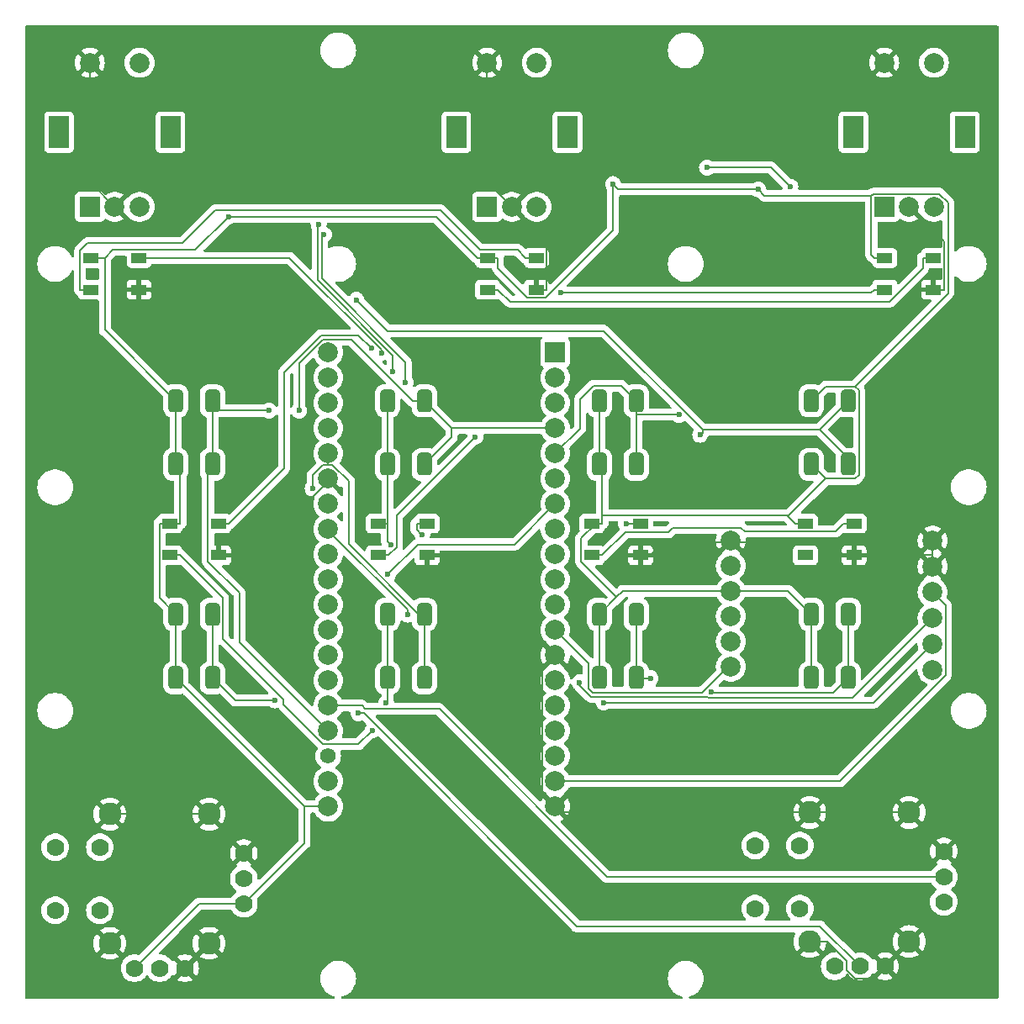
<source format=gbr>
%TF.GenerationSoftware,KiCad,Pcbnew,8.0.2*%
%TF.CreationDate,2024-11-11T15:41:04-05:00*%
%TF.ProjectId,PTZ_Camera_Controler,50545a5f-4361-46d6-9572-615f436f6e74,rev?*%
%TF.SameCoordinates,Original*%
%TF.FileFunction,Copper,L1,Top*%
%TF.FilePolarity,Positive*%
%FSLAX46Y46*%
G04 Gerber Fmt 4.6, Leading zero omitted, Abs format (unit mm)*
G04 Created by KiCad (PCBNEW 8.0.2) date 2024-11-11 15:41:04*
%MOMM*%
%LPD*%
G01*
G04 APERTURE LIST*
G04 Aperture macros list*
%AMRoundRect*
0 Rectangle with rounded corners*
0 $1 Rounding radius*
0 $2 $3 $4 $5 $6 $7 $8 $9 X,Y pos of 4 corners*
0 Add a 4 corners polygon primitive as box body*
4,1,4,$2,$3,$4,$5,$6,$7,$8,$9,$2,$3,0*
0 Add four circle primitives for the rounded corners*
1,1,$1+$1,$2,$3*
1,1,$1+$1,$4,$5*
1,1,$1+$1,$6,$7*
1,1,$1+$1,$8,$9*
0 Add four rect primitives between the rounded corners*
20,1,$1+$1,$2,$3,$4,$5,0*
20,1,$1+$1,$4,$5,$6,$7,0*
20,1,$1+$1,$6,$7,$8,$9,0*
20,1,$1+$1,$8,$9,$2,$3,0*%
G04 Aperture macros list end*
%TA.AperFunction,SMDPad,CuDef*%
%ADD10RoundRect,0.381000X0.381000X-0.762000X0.381000X0.762000X-0.381000X0.762000X-0.381000X-0.762000X0*%
%TD*%
%TA.AperFunction,SMDPad,CuDef*%
%ADD11R,1.500000X1.000000*%
%TD*%
%TA.AperFunction,ComponentPad*%
%ADD12R,2.000000X2.000000*%
%TD*%
%TA.AperFunction,ComponentPad*%
%ADD13C,2.000000*%
%TD*%
%TA.AperFunction,ComponentPad*%
%ADD14R,2.000000X3.200000*%
%TD*%
%TA.AperFunction,ComponentPad*%
%ADD15C,1.778000*%
%TD*%
%TA.AperFunction,ComponentPad*%
%ADD16C,2.286000*%
%TD*%
%TA.AperFunction,ComponentPad*%
%ADD17C,1.560000*%
%TD*%
%TA.AperFunction,ViaPad*%
%ADD18C,0.600000*%
%TD*%
%TA.AperFunction,Conductor*%
%ADD19C,0.200000*%
%TD*%
G04 APERTURE END LIST*
D10*
%TO.P,BUTTON3,1*%
%TO.N,+3.3V*%
X159816700Y-115450000D03*
%TO.P,BUTTON3,2*%
X159816700Y-109050000D03*
%TO.P,BUTTON3,3*%
%TO.N,B3*%
X163516700Y-115450000D03*
%TO.P,BUTTON3,4*%
X163516700Y-109050000D03*
%TD*%
D11*
%TO.P,LED7,1,VSS*%
%TO.N,GND*%
X185450000Y-103100000D03*
%TO.P,LED7,2,DIN*%
%TO.N,/LED Data 6*%
X185450000Y-99900000D03*
%TO.P,LED7,3,VDD*%
%TO.N,+3.3V*%
X180550000Y-99900000D03*
%TO.P,LED7,4,DOUT*%
%TO.N,unconnected-(LED7-DOUT-Pad4)*%
X180550000Y-103100000D03*
%TD*%
%TO.P,LED6,1,VSS*%
%TO.N,GND*%
X163950000Y-103100000D03*
%TO.P,LED6,2,DIN*%
%TO.N,/LED Data 5*%
X163950000Y-99900000D03*
%TO.P,LED6,3,VDD*%
%TO.N,+3.3V*%
X159050000Y-99900000D03*
%TO.P,LED6,4,DOUT*%
%TO.N,/LED Data 6*%
X159050000Y-103100000D03*
%TD*%
D12*
%TO.P,ENCODER3,A,A*%
%TO.N,/wire from Encoder 6*%
X188500000Y-68000000D03*
D13*
%TO.P,ENCODER3,B,B*%
%TO.N,/wire from Encoder 5*%
X193500000Y-68000000D03*
%TO.P,ENCODER3,C,C*%
%TO.N,GND*%
X191000000Y-68000000D03*
D14*
%TO.P,ENCODER3,MP*%
%TO.N,N/C*%
X185400000Y-60500000D03*
X196600000Y-60500000D03*
D13*
%TO.P,ENCODER3,S1,S1*%
%TO.N,unconnected-(ENCODER3-PadS1)*%
X193500000Y-53500000D03*
%TO.P,ENCODER3,S2,S2*%
%TO.N,GND*%
X188500000Y-53500000D03*
%TD*%
D10*
%TO.P,BUTTON6,1*%
%TO.N,+3.3V*%
X138483300Y-93950000D03*
%TO.P,BUTTON6,2*%
X138483300Y-87550000D03*
%TO.P,BUTTON6,3*%
%TO.N,B6*%
X142183300Y-93950000D03*
%TO.P,BUTTON6,4*%
X142183300Y-87550000D03*
%TD*%
D12*
%TO.P,ENCODER2,A,A*%
%TO.N,/wire from Encoder 4*%
X148500000Y-68000000D03*
D13*
%TO.P,ENCODER2,B,B*%
%TO.N,/wire from Encoder 3*%
X153500000Y-68000000D03*
%TO.P,ENCODER2,C,C*%
%TO.N,GND*%
X151000000Y-68000000D03*
D14*
%TO.P,ENCODER2,MP*%
%TO.N,N/C*%
X145400000Y-60500000D03*
X156600000Y-60500000D03*
D13*
%TO.P,ENCODER2,S1,S1*%
%TO.N,unconnected-(ENCODER2-PadS1)*%
X153500000Y-53500000D03*
%TO.P,ENCODER2,S2,S2*%
%TO.N,GND*%
X148500000Y-53500000D03*
%TD*%
D10*
%TO.P,BUTTON7,1*%
%TO.N,+3.3V*%
X159816700Y-93950000D03*
%TO.P,BUTTON7,2*%
X159816700Y-87550000D03*
%TO.P,BUTTON7,3*%
%TO.N,B7*%
X163516700Y-93950000D03*
%TO.P,BUTTON7,4*%
X163516700Y-87550000D03*
%TD*%
%TO.P,BUTTON4,1*%
%TO.N,+3.3V*%
X181150000Y-115450000D03*
%TO.P,BUTTON4,2*%
X181150000Y-109050000D03*
%TO.P,BUTTON4,3*%
%TO.N,B4*%
X184850000Y-115450000D03*
%TO.P,BUTTON4,4*%
X184850000Y-109050000D03*
%TD*%
D11*
%TO.P,LED3,1,VSS*%
%TO.N,GND*%
X193450000Y-76350000D03*
%TO.P,LED3,2,DIN*%
%TO.N,/LED Data 2*%
X193450000Y-73150000D03*
%TO.P,LED3,3,VDD*%
%TO.N,+3.3V*%
X188550000Y-73150000D03*
%TO.P,LED3,4,DOUT*%
%TO.N,/LED Data 3*%
X188550000Y-76350000D03*
%TD*%
%TO.P,LED2,1,VSS*%
%TO.N,GND*%
X153450000Y-76350000D03*
%TO.P,LED2,2,DIN*%
%TO.N,/LED Data 1*%
X153450000Y-73150000D03*
%TO.P,LED2,3,VDD*%
%TO.N,+3.3V*%
X148550000Y-73150000D03*
%TO.P,LED2,4,DOUT*%
%TO.N,/LED Data 2*%
X148550000Y-76350000D03*
%TD*%
D15*
%TO.P,JOY-STICK2,B1A,SEL+*%
%TO.N,unconnected-(JOY-STICK2-SEL+-PadB1A)*%
X175500000Y-138675000D03*
%TO.P,JOY-STICK2,B1B*%
%TO.N,N/C*%
X175500000Y-132325000D03*
%TO.P,JOY-STICK2,B2A,SEL-*%
%TO.N,unconnected-(JOY-STICK2-SEL--PadB2A)*%
X180000000Y-138675000D03*
%TO.P,JOY-STICK2,B2B*%
%TO.N,N/C*%
X180000000Y-132325000D03*
%TO.P,JOY-STICK2,H1,H+*%
%TO.N,+3.3V*%
X194500000Y-138000000D03*
%TO.P,JOY-STICK2,H2,H*%
%TO.N,H2*%
X194500000Y-135500000D03*
%TO.P,JOY-STICK2,H3,H-*%
%TO.N,GND*%
X194500000Y-132920000D03*
D16*
%TO.P,JOY-STICK2,S1,SHIELD*%
X181000000Y-142000000D03*
%TO.P,JOY-STICK2,S2,SHIELD*%
X191000000Y-142000000D03*
%TO.P,JOY-STICK2,S3,SHIELD*%
X191000000Y-129000000D03*
%TO.P,JOY-STICK2,S4,SHIELD*%
X181000000Y-129000000D03*
D15*
%TO.P,JOY-STICK2,V1,V+*%
%TO.N,+3.3V*%
X183500000Y-144500000D03*
%TO.P,JOY-STICK2,V2,V*%
%TO.N,V2*%
X186040000Y-144500000D03*
%TO.P,JOY-STICK2,V3,V-*%
%TO.N,GND*%
X188580000Y-144500000D03*
%TD*%
D12*
%TO.P,ENCODER1,A,A*%
%TO.N,/wire from Encoder 2*%
X108500000Y-68000000D03*
D13*
%TO.P,ENCODER1,B,B*%
%TO.N,/wire from Encoder 1*%
X113500000Y-68000000D03*
%TO.P,ENCODER1,C,C*%
%TO.N,GND*%
X111000000Y-68000000D03*
D14*
%TO.P,ENCODER1,MP*%
%TO.N,N/C*%
X105400000Y-60500000D03*
X116600000Y-60500000D03*
D13*
%TO.P,ENCODER1,S1,S1*%
%TO.N,unconnected-(ENCODER1-PadS1)*%
X113500000Y-53500000D03*
%TO.P,ENCODER1,S2,S2*%
%TO.N,GND*%
X108500000Y-53500000D03*
%TD*%
D15*
%TO.P,JOY-STICK1,B1A,SEL+*%
%TO.N,unconnected-(JOY-STICK1-SEL+-PadB1A)*%
X105000000Y-138850000D03*
%TO.P,JOY-STICK1,B1B*%
%TO.N,N/C*%
X105000000Y-132500000D03*
%TO.P,JOY-STICK1,B2A,SEL-*%
%TO.N,unconnected-(JOY-STICK1-SEL--PadB2A)*%
X109500000Y-138850000D03*
%TO.P,JOY-STICK1,B2B*%
%TO.N,N/C*%
X109500000Y-132500000D03*
%TO.P,JOY-STICK1,H1,H+*%
%TO.N,+3.3V*%
X124000000Y-138175000D03*
%TO.P,JOY-STICK1,H2,H*%
%TO.N,H1*%
X124000000Y-135675000D03*
%TO.P,JOY-STICK1,H3,H-*%
%TO.N,GND*%
X124000000Y-133095000D03*
D16*
%TO.P,JOY-STICK1,S1,SHIELD*%
X110500000Y-142175000D03*
%TO.P,JOY-STICK1,S2,SHIELD*%
X120500000Y-142175000D03*
%TO.P,JOY-STICK1,S3,SHIELD*%
X120500000Y-129175000D03*
%TO.P,JOY-STICK1,S4,SHIELD*%
X110500000Y-129175000D03*
D15*
%TO.P,JOY-STICK1,V1,V+*%
%TO.N,+3.3V*%
X113000000Y-144675000D03*
%TO.P,JOY-STICK1,V2,V*%
%TO.N,V1*%
X115540000Y-144675000D03*
%TO.P,JOY-STICK1,V3,V-*%
%TO.N,GND*%
X118080000Y-144675000D03*
%TD*%
D10*
%TO.P,BUTTON1,1*%
%TO.N,+3.3V*%
X117150000Y-115450000D03*
%TO.P,BUTTON1,2*%
X117150000Y-109050000D03*
%TO.P,BUTTON1,3*%
%TO.N,B1*%
X120850000Y-115450000D03*
%TO.P,BUTTON1,4*%
X120850000Y-109050000D03*
%TD*%
%TO.P,BUTTON5,1*%
%TO.N,+3.3V*%
X117150000Y-93950000D03*
%TO.P,BUTTON5,2*%
X117150000Y-87550000D03*
%TO.P,BUTTON5,3*%
%TO.N,B5*%
X120850000Y-93950000D03*
%TO.P,BUTTON5,4*%
X120850000Y-87550000D03*
%TD*%
D11*
%TO.P,LED1,1,VSS*%
%TO.N,GND*%
X113450000Y-76350000D03*
%TO.P,LED1,2,DIN*%
%TO.N,LED*%
X113450000Y-73150000D03*
%TO.P,LED1,3,VDD*%
%TO.N,+3.3V*%
X108550000Y-73150000D03*
%TO.P,LED1,4,DOUT*%
%TO.N,/LED Data 1*%
X108550000Y-76350000D03*
%TD*%
%TO.P,LED4,1,VSS*%
%TO.N,GND*%
X121450000Y-103100000D03*
%TO.P,LED4,2,DIN*%
%TO.N,/LED Data 3*%
X121450000Y-99900000D03*
%TO.P,LED4,3,VDD*%
%TO.N,+3.3V*%
X116550000Y-99900000D03*
%TO.P,LED4,4,DOUT*%
%TO.N,/LED Data 4*%
X116550000Y-103100000D03*
%TD*%
D10*
%TO.P,BUTTON8,1*%
%TO.N,+3.3V*%
X181150000Y-93950000D03*
%TO.P,BUTTON8,2*%
X181150000Y-87550000D03*
%TO.P,BUTTON8,3*%
%TO.N,B8*%
X184850000Y-93950000D03*
%TO.P,BUTTON8,4*%
X184850000Y-87550000D03*
%TD*%
%TO.P,BUTTON2,1*%
%TO.N,+3.3V*%
X138483300Y-115450000D03*
%TO.P,BUTTON2,2*%
X138483300Y-109050000D03*
%TO.P,BUTTON2,3*%
%TO.N,B2*%
X142183300Y-115450000D03*
%TO.P,BUTTON2,4*%
X142183300Y-109050000D03*
%TD*%
D11*
%TO.P,LED5,1,VSS*%
%TO.N,GND*%
X142450000Y-103100000D03*
%TO.P,LED5,2,DIN*%
%TO.N,/LED Data 4*%
X142450000Y-99900000D03*
%TO.P,LED5,3,VDD*%
%TO.N,+3.3V*%
X137550000Y-99900000D03*
%TO.P,LED5,4,DOUT*%
%TO.N,/LED Data 5*%
X137550000Y-103100000D03*
%TD*%
D12*
%TO.P,ESP32,J2-1,CLK*%
%TO.N,unconnected-(ESP32-CLK-PadJ2-1)*%
X155360000Y-82690000D03*
D13*
%TO.P,ESP32,J2-2,SD0*%
%TO.N,unconnected-(ESP32-SD0-PadJ2-2)*%
X155360000Y-85230000D03*
%TO.P,ESP32,J2-3,SD1*%
%TO.N,unconnected-(ESP32-SD1-PadJ2-3)*%
X155360000Y-87770000D03*
%TO.P,ESP32,J2-4,IO15*%
%TO.N,B6*%
X155360000Y-90310000D03*
%TO.P,ESP32,J2-5,IO02*%
%TO.N,B7*%
X155360000Y-92850000D03*
%TO.P,ESP32,J2-6,IO00*%
%TO.N,unconnected-(ESP32-IO00-PadJ2-6)*%
X155360000Y-95390000D03*
%TO.P,ESP32,J2-7,IO04*%
%TO.N,B1*%
X155360000Y-97930000D03*
%TO.P,ESP32,J2-8,IO16*%
%TO.N,LED*%
X155360000Y-100470000D03*
%TO.P,ESP32,J2-9,IO17*%
%TO.N,RE_1_1*%
X155360000Y-103010000D03*
%TO.P,ESP32,J2-10,IO05*%
%TO.N,CS*%
X155360000Y-105550000D03*
%TO.P,ESP32,J2-11,IO18*%
%TO.N,SCK*%
X155360000Y-108090000D03*
%TO.P,ESP32,J2-12,IO19*%
%TO.N,MISO*%
X155360000Y-110630000D03*
%TO.P,ESP32,J2-13,GND*%
%TO.N,GND*%
X155360000Y-113170000D03*
%TO.P,ESP32,J2-14,IO21*%
%TO.N,RE_1_2*%
X155360000Y-115710000D03*
%TO.P,ESP32,J2-15,RX*%
%TO.N,unconnected-(ESP32-RX-PadJ2-15)*%
X155360000Y-118250000D03*
%TO.P,ESP32,J2-16,TX*%
%TO.N,unconnected-(ESP32-TX-PadJ2-16)*%
X155360000Y-120790000D03*
%TO.P,ESP32,J2-17,IO22*%
%TO.N,RE_2_1*%
X155360000Y-123330000D03*
%TO.P,ESP32,J2-18,IO23*%
%TO.N,MOSI*%
X155360000Y-125870000D03*
%TO.P,ESP32,J2-19,GND*%
%TO.N,GND*%
X155360000Y-128410000D03*
%TO.P,ESP32,J3-1,5V*%
%TO.N,unconnected-(ESP32-5V-PadJ3-1)*%
X132500000Y-82690000D03*
%TO.P,ESP32,J3-2,CMD*%
%TO.N,unconnected-(ESP32-CMD-PadJ3-2)*%
X132500000Y-85230000D03*
%TO.P,ESP32,J3-3,SD3*%
%TO.N,unconnected-(ESP32-SD3-PadJ3-3)*%
X132500000Y-87770000D03*
%TO.P,ESP32,J3-4,SD2*%
%TO.N,unconnected-(ESP32-SD2-PadJ3-4)*%
X132500000Y-90310000D03*
%TO.P,ESP32,J3-5,IO13*%
%TO.N,B2*%
X132500000Y-92850000D03*
%TO.P,ESP32,J3-6,GND*%
%TO.N,GND*%
X132500000Y-95390000D03*
%TO.P,ESP32,J3-7,IO12*%
%TO.N,B8*%
X132500000Y-97930000D03*
%TO.P,ESP32,J3-8,IO14*%
%TO.N,B3*%
X132500000Y-100470000D03*
%TO.P,ESP32,J3-9,IO27*%
%TO.N,RE_3_2*%
X132500000Y-103010000D03*
%TO.P,ESP32,J3-10,IO26*%
%TO.N,RE_3_1*%
X132500000Y-105550000D03*
%TO.P,ESP32,J3-11,IO25*%
%TO.N,RE_2_2*%
X132500000Y-108090000D03*
%TO.P,ESP32,J3-12,IO33*%
%TO.N,V1*%
X132500000Y-110630000D03*
%TO.P,ESP32,J3-13,IO32*%
%TO.N,H1*%
X132500000Y-113170000D03*
%TO.P,ESP32,J3-14,IO35*%
%TO.N,V2*%
X132500000Y-115710000D03*
%TO.P,ESP32,J3-15,IO34*%
%TO.N,H2*%
X132500000Y-118250000D03*
%TO.P,ESP32,J3-16,SVN*%
%TO.N,B5*%
X132500000Y-120790000D03*
D17*
%TO.P,ESP32,J3-17,SVP*%
%TO.N,B4*%
X132500000Y-123330000D03*
D13*
%TO.P,ESP32,J3-18,EN*%
%TO.N,unconnected-(ESP32-EN-PadJ3-18)*%
X132500000Y-125870000D03*
%TO.P,ESP32,J3-19,3V3*%
%TO.N,+3.3V*%
X132500000Y-128410000D03*
%TD*%
%TO.P,ETHERNET-SHEILD1,1,G*%
%TO.N,GND*%
X193360000Y-101625000D03*
%TO.P,ETHERNET-SHEILD1,2,G*%
X193360000Y-104225000D03*
%TO.P,ETHERNET-SHEILD1,3,MOSI*%
%TO.N,MOSI*%
X193360000Y-106825000D03*
%TO.P,ETHERNET-SHEILD1,4,SCK*%
%TO.N,SCK*%
X193360000Y-109425000D03*
%TO.P,ETHERNET-SHEILD1,5,CS*%
%TO.N,CS*%
X193360000Y-112025000D03*
%TO.P,ETHERNET-SHEILD1,6,NT*%
%TO.N,unconnected-(ETHERNET-SHEILD1-NT-Pad6)*%
X193360000Y-114625000D03*
%TO.P,ETHERNET-SHEILD1,7,G*%
%TO.N,GND*%
X173040000Y-101625000D03*
%TO.P,ETHERNET-SHEILD1,8,V*%
%TO.N,+3.3V*%
X173040000Y-104165000D03*
%TO.P,ETHERNET-SHEILD1,9,V*%
X173040000Y-106705000D03*
%TO.P,ETHERNET-SHEILD1,10,NC*%
%TO.N,unconnected-(ETHERNET-SHEILD1-NC-Pad10)*%
X173040000Y-109245000D03*
%TO.P,ETHERNET-SHEILD1,11,RST*%
%TO.N,unconnected-(ETHERNET-SHEILD1-RST-Pad11)*%
X173040000Y-111785000D03*
%TO.P,ETHERNET-SHEILD1,12,MISO*%
%TO.N,MISO*%
X173040000Y-114325000D03*
%TD*%
D18*
%TO.N,RE_1_1*%
X132061800Y-70800400D03*
X140289900Y-85704500D03*
%TO.N,GND*%
X115094300Y-76866300D03*
%TO.N,RE_1_2*%
X131538700Y-69801900D03*
X138992300Y-84617500D03*
%TO.N,RE_3_1*%
X179042600Y-65975300D03*
X170647300Y-64053200D03*
%TO.N,+3.3V*%
X122454200Y-69011300D03*
X138326000Y-117980800D03*
X138787900Y-102047200D03*
X175801400Y-66249600D03*
X161182200Y-65720800D03*
%TO.N,LED*%
X137863900Y-82709100D03*
%TO.N,B1*%
X127129700Y-117714100D03*
X138514200Y-105040700D03*
%TO.N,B2*%
X130933300Y-96382700D03*
%TO.N,B3*%
X140477500Y-109076800D03*
X164970100Y-115482600D03*
%TO.N,B4*%
X171062900Y-116871400D03*
%TO.N,B5*%
X126537500Y-88537100D03*
%TO.N,B6*%
X129570300Y-88537100D03*
%TO.N,B7*%
X167819500Y-88955400D03*
%TO.N,B8*%
X169966000Y-90970700D03*
X135344000Y-77379000D03*
%TO.N,SCK*%
X157817500Y-115895500D03*
%TO.N,CS*%
X160262500Y-117947000D03*
%TO.N,V2*%
X135529600Y-119004500D03*
%TO.N,/LED Data 3*%
X136844200Y-82260100D03*
X155884700Y-76655800D03*
%TO.N,/LED Data 4*%
X136957600Y-120725500D03*
X141973900Y-101033400D03*
%TO.N,/LED Data 5*%
X162496100Y-99939700D03*
X147305400Y-91187800D03*
%TD*%
D19*
%TO.N,RE_1_1*%
X140289900Y-83644400D02*
X131870000Y-75224500D01*
X140289900Y-85704500D02*
X140289900Y-83644400D01*
X131870000Y-70992200D02*
X132061800Y-70800400D01*
X131870000Y-75224500D02*
X131870000Y-70992200D01*
%TO.N,GND*%
X182725600Y-142000000D02*
X184690700Y-143965100D01*
X185450000Y-103100000D02*
X184398300Y-103100000D01*
X155360000Y-128410000D02*
X154050200Y-127100200D01*
X108500000Y-53500000D02*
X108500000Y-65500000D01*
X193360000Y-103100000D02*
X193360000Y-101625000D01*
X153450000Y-76350000D02*
X154501700Y-76350000D01*
X173040000Y-101625000D02*
X173040000Y-101788300D01*
X115018000Y-76866300D02*
X114501700Y-76350000D01*
X191000000Y-129000000D02*
X181000000Y-129000000D01*
X155950000Y-129000000D02*
X155360000Y-128410000D01*
X125066900Y-103100000D02*
X132500000Y-95666900D01*
X154050200Y-114479800D02*
X155360000Y-113170000D01*
X173040000Y-101788300D02*
X183086600Y-101788300D01*
X154501700Y-71501700D02*
X154501700Y-76350000D01*
X165001700Y-103100000D02*
X166313400Y-101788300D01*
X113450000Y-76350000D02*
X114501700Y-76350000D01*
X118080000Y-144595000D02*
X118080000Y-144675000D01*
X181000000Y-142000000D02*
X182725600Y-142000000D01*
X108500000Y-65500000D02*
X111000000Y-68000000D01*
X145290000Y-103100000D02*
X155360000Y-113170000D01*
X148500000Y-53500000D02*
X148500000Y-65500000D01*
X187352600Y-145727400D02*
X188580000Y-144500000D01*
X184690700Y-143965100D02*
X184690700Y-144848700D01*
X193360000Y-104225000D02*
X193360000Y-103100000D01*
X166313400Y-101788300D02*
X173040000Y-101788300D01*
X115094300Y-76866300D02*
X115018000Y-76866300D01*
X154050200Y-127100200D02*
X154050200Y-114479800D01*
X184690700Y-144848700D02*
X185569400Y-145727400D01*
X121450000Y-103100000D02*
X122501700Y-103100000D01*
X185569400Y-145727400D02*
X187352600Y-145727400D01*
X194501700Y-76350000D02*
X194501700Y-71501700D01*
X193360000Y-103100000D02*
X186501700Y-103100000D01*
X183086600Y-101788300D02*
X184398300Y-103100000D01*
X132500000Y-95666900D02*
X132500000Y-95390000D01*
X181000000Y-129000000D02*
X155950000Y-129000000D01*
X163950000Y-103100000D02*
X165001700Y-103100000D01*
X148500000Y-65500000D02*
X151000000Y-68000000D01*
X194501700Y-71501700D02*
X191000000Y-68000000D01*
X151000000Y-68000000D02*
X154501700Y-71501700D01*
X142450000Y-103100000D02*
X145290000Y-103100000D01*
X120500000Y-142175000D02*
X118080000Y-144595000D01*
X122501700Y-103100000D02*
X125066900Y-103100000D01*
X193450000Y-76350000D02*
X194501700Y-76350000D01*
X110500000Y-129175000D02*
X120500000Y-129175000D01*
X185450000Y-103100000D02*
X186501700Y-103100000D01*
%TO.N,RE_1_2*%
X131538700Y-69801900D02*
X131419100Y-69921500D01*
X131419100Y-75413200D02*
X138992300Y-82986400D01*
X131419100Y-69921500D02*
X131419100Y-75413200D01*
X138992300Y-82986400D02*
X138992300Y-84617500D01*
%TO.N,RE_3_1*%
X170647300Y-64053200D02*
X177120500Y-64053200D01*
X177120500Y-64053200D02*
X179042600Y-65975300D01*
%TO.N,+3.3V*%
X109601700Y-73150000D02*
X110002600Y-73150000D01*
X159475000Y-99900000D02*
X157991400Y-101383600D01*
X138483300Y-99858400D02*
X138441700Y-99900000D01*
X194046200Y-66698300D02*
X187375000Y-66698300D01*
X149601700Y-73150000D02*
X149601700Y-74201700D01*
X178669300Y-99071000D02*
X178795300Y-99196900D01*
X181150000Y-109050000D02*
X178805000Y-106705000D01*
X148550000Y-73150000D02*
X149601700Y-73150000D01*
X185544800Y-86097100D02*
X194933200Y-76708700D01*
X178805000Y-106705000D02*
X173040000Y-106705000D01*
X138483300Y-117823500D02*
X138326000Y-117980800D01*
X115498300Y-99900000D02*
X115498300Y-107398300D01*
X113000000Y-144675000D02*
X119500000Y-138175000D01*
X160101700Y-94235000D02*
X159816700Y-93950000D01*
X117150000Y-87550000D02*
X117150000Y-93950000D01*
X194933200Y-67585300D02*
X194046200Y-66698300D01*
X178795300Y-99196900D02*
X179498300Y-99900000D01*
X159050000Y-99900000D02*
X159475000Y-99900000D01*
X188550000Y-73150000D02*
X187498300Y-73150000D01*
X148024200Y-73150000D02*
X148550000Y-73150000D01*
X182596100Y-95396100D02*
X178795300Y-99196900D01*
X117601700Y-94401700D02*
X117601700Y-99900000D01*
X182596100Y-95396100D02*
X181150000Y-93950000D01*
X110002600Y-80402600D02*
X117150000Y-87550000D01*
X138483300Y-93950000D02*
X138483300Y-99858400D01*
X115498300Y-107398300D02*
X117150000Y-109050000D01*
X194933200Y-76708700D02*
X194933200Y-67585300D01*
X160101700Y-99071000D02*
X160101700Y-94235000D01*
X152551700Y-77151700D02*
X154386600Y-77151700D01*
X137550000Y-99900000D02*
X138195000Y-99900000D01*
X130110000Y-128410000D02*
X130110000Y-132065000D01*
X110804300Y-72348300D02*
X110002600Y-73150000D01*
X110002600Y-73150000D02*
X110002600Y-80402600D01*
X176426800Y-66875000D02*
X175801400Y-66249600D01*
X157991400Y-101383600D02*
X157991400Y-103764900D01*
X187198300Y-72850000D02*
X187498300Y-73150000D01*
X187198300Y-66875000D02*
X176426800Y-66875000D01*
X181150000Y-115450000D02*
X181150000Y-109050000D01*
X187198300Y-66875000D02*
X187198300Y-72850000D01*
X175801400Y-66249600D02*
X161711000Y-66249600D01*
X119500000Y-138175000D02*
X124000000Y-138175000D01*
X161711000Y-66249600D02*
X161182200Y-65720800D01*
X159475000Y-99900000D02*
X160101700Y-99900000D01*
X117150000Y-115450000D02*
X130110000Y-128410000D01*
X130110000Y-128410000D02*
X132500000Y-128410000D01*
X116550000Y-99900000D02*
X115498300Y-99900000D01*
X187375000Y-66698300D02*
X187198300Y-66875000D01*
X148024200Y-73150000D02*
X147498300Y-73150000D01*
X161182200Y-70356100D02*
X161182200Y-65720800D01*
X116550000Y-99900000D02*
X117601700Y-99900000D01*
X130110000Y-132065000D02*
X124000000Y-138175000D01*
X159816700Y-109050000D02*
X159816700Y-115450000D01*
X162161700Y-106705000D02*
X161546600Y-107320100D01*
X138483300Y-115450000D02*
X138483300Y-109050000D01*
X138441700Y-99900000D02*
X138441700Y-101701000D01*
X161546600Y-107320100D02*
X159816700Y-109050000D01*
X185951800Y-86504100D02*
X185951800Y-95017600D01*
X122454200Y-69011300D02*
X119117200Y-72348300D01*
X117150000Y-109050000D02*
X117150000Y-115450000D01*
X185573300Y-95396100D02*
X182596100Y-95396100D01*
X181150000Y-87550000D02*
X182602900Y-86097100D01*
X149601700Y-74201700D02*
X152551700Y-77151700D01*
X138195000Y-99900000D02*
X138441700Y-99900000D01*
X160101700Y-99900000D02*
X160101700Y-99071000D01*
X159816700Y-87550000D02*
X159816700Y-93950000D01*
X119117200Y-72348300D02*
X110804300Y-72348300D01*
X154386600Y-77151700D02*
X161182200Y-70356100D01*
X108550000Y-73150000D02*
X109601700Y-73150000D01*
X157991400Y-103764900D02*
X161546600Y-107320100D01*
X138483300Y-93950000D02*
X138483300Y-87550000D01*
X138441700Y-101701000D02*
X138787900Y-102047200D01*
X185951800Y-95017600D02*
X185573300Y-95396100D01*
X182602900Y-86097100D02*
X185544800Y-86097100D01*
X122454200Y-69011300D02*
X143359600Y-69011300D01*
X160101700Y-99071000D02*
X178669300Y-99071000D01*
X180550000Y-99900000D02*
X179498300Y-99900000D01*
X185544800Y-86097100D02*
X185951800Y-86504100D01*
X173040000Y-106705000D02*
X162161700Y-106705000D01*
X143359600Y-69011300D02*
X147498300Y-73150000D01*
X138483300Y-115450000D02*
X138483300Y-117823500D01*
X117150000Y-93950000D02*
X117601700Y-94401700D01*
%TO.N,LED*%
X113450000Y-73150000D02*
X114501700Y-73150000D01*
X137863900Y-82709100D02*
X137863900Y-82428900D01*
X128585000Y-73150000D02*
X114501700Y-73150000D01*
X137863900Y-82428900D02*
X128585000Y-73150000D01*
%TO.N,B1*%
X127129700Y-117714100D02*
X123114100Y-117714100D01*
X141549800Y-102005100D02*
X138514200Y-105040700D01*
X155360000Y-97930000D02*
X151284900Y-102005100D01*
X123114100Y-117714100D02*
X120850000Y-115450000D01*
X151284900Y-102005100D02*
X141549800Y-102005100D01*
X120850000Y-109050000D02*
X120850000Y-115450000D01*
%TO.N,B2*%
X141637200Y-109050000D02*
X134577100Y-101989900D01*
X132500000Y-92850000D02*
X132500000Y-93971800D01*
X131988500Y-93971800D02*
X130933300Y-95027000D01*
X134577100Y-101989900D02*
X134577100Y-95619300D01*
X132929600Y-93971800D02*
X132500000Y-93971800D01*
X132500000Y-93971800D02*
X131988500Y-93971800D01*
X130933300Y-95027000D02*
X130933300Y-96382700D01*
X134577100Y-95619300D02*
X132929600Y-93971800D01*
X142183300Y-109050000D02*
X141637200Y-109050000D01*
X142183300Y-115450000D02*
X142183300Y-109050000D01*
%TO.N,B3*%
X132500000Y-100593800D02*
X140477500Y-108571300D01*
X163516700Y-109050000D02*
X163516700Y-115450000D01*
X163549300Y-115482600D02*
X163516700Y-115450000D01*
X164970100Y-115482600D02*
X163549300Y-115482600D01*
X140477500Y-108571300D02*
X140477500Y-109076800D01*
X132500000Y-100470000D02*
X132500000Y-100593800D01*
%TO.N,B4*%
X184850000Y-109050000D02*
X184850000Y-115450000D01*
X183383600Y-116916400D02*
X171107900Y-116916400D01*
X184850000Y-115450000D02*
X183383600Y-116916400D01*
X171107900Y-116916400D02*
X171062900Y-116871400D01*
%TO.N,B5*%
X120850000Y-88537100D02*
X120850000Y-87550000D01*
X123562300Y-111852300D02*
X123562300Y-106889000D01*
X120850000Y-88537100D02*
X126537500Y-88537100D01*
X120398300Y-103725000D02*
X120398300Y-94401700D01*
X120398300Y-94401700D02*
X120850000Y-93950000D01*
X132500000Y-120790000D02*
X123562300Y-111852300D01*
X123562300Y-106889000D02*
X120398300Y-103725000D01*
X120850000Y-93950000D02*
X120850000Y-88537100D01*
%TO.N,B6*%
X144943300Y-90310000D02*
X144943300Y-91190000D01*
X129570300Y-83748500D02*
X129570300Y-88537100D01*
X142183300Y-87550000D02*
X140986600Y-87550000D01*
X144943300Y-91190000D02*
X142183300Y-93950000D01*
X140986600Y-87550000D02*
X134809100Y-81372500D01*
X144943300Y-90310000D02*
X142183300Y-87550000D01*
X134809100Y-81372500D02*
X131946300Y-81372500D01*
X131946300Y-81372500D02*
X129570300Y-83748500D01*
X155360000Y-90310000D02*
X144943300Y-90310000D01*
%TO.N,B7*%
X163516700Y-88955400D02*
X167819500Y-88955400D01*
X157875900Y-87382200D02*
X159220200Y-86037900D01*
X155360000Y-92850000D02*
X157875900Y-90334100D01*
X162004600Y-86037900D02*
X163516700Y-87550000D01*
X163516700Y-88955400D02*
X163516700Y-87550000D01*
X159220200Y-86037900D02*
X162004600Y-86037900D01*
X157875900Y-90334100D02*
X157875900Y-87382200D01*
X163516700Y-93950000D02*
X163516700Y-88955400D01*
%TO.N,B8*%
X181960700Y-90439300D02*
X184850000Y-87550000D01*
X170186700Y-90439300D02*
X181960700Y-90439300D01*
X138463300Y-80498300D02*
X135344000Y-77379000D01*
X181960700Y-90439300D02*
X184850000Y-93328600D01*
X170186700Y-90439300D02*
X160245700Y-80498300D01*
X160245700Y-80498300D02*
X138463300Y-80498300D01*
X169966000Y-90970700D02*
X170186700Y-90750000D01*
X184850000Y-93328600D02*
X184850000Y-93950000D01*
X170186700Y-90750000D02*
X170186700Y-90439300D01*
%TO.N,H2*%
X143691700Y-118582600D02*
X160609100Y-135500000D01*
X135898900Y-118250000D02*
X136231500Y-118582600D01*
X136231500Y-118582600D02*
X143691700Y-118582600D01*
X160609100Y-135500000D02*
X194500000Y-135500000D01*
X132500000Y-118250000D02*
X135898900Y-118250000D01*
%TO.N,MISO*%
X159151200Y-116914700D02*
X158738800Y-116502300D01*
X172758500Y-114325000D02*
X170168800Y-116914700D01*
X173040000Y-114325000D02*
X172758500Y-114325000D01*
X170168800Y-116914700D02*
X159151200Y-116914700D01*
X158738800Y-114008800D02*
X155360000Y-110630000D01*
X158738800Y-116502300D02*
X158738800Y-114008800D01*
%TO.N,SCK*%
X185311900Y-117473100D02*
X193360000Y-109425000D01*
X170679200Y-117338500D02*
X170813800Y-117473100D01*
X157817500Y-115895500D02*
X157817500Y-116197400D01*
X170813800Y-117473100D02*
X185311900Y-117473100D01*
X158958600Y-117338500D02*
X170679200Y-117338500D01*
X157817500Y-116197400D02*
X158958600Y-117338500D01*
%TO.N,CS*%
X160262500Y-117947000D02*
X187438000Y-117947000D01*
X187438000Y-117947000D02*
X193360000Y-112025000D01*
%TO.N,V2*%
X157562800Y-140479800D02*
X136087500Y-119004500D01*
X186040000Y-144500000D02*
X182019800Y-140479800D01*
X136087500Y-119004500D02*
X135529600Y-119004500D01*
X182019800Y-140479800D02*
X157562800Y-140479800D01*
%TO.N,MOSI*%
X193360000Y-106825000D02*
X194685200Y-108150200D01*
X183985400Y-125870000D02*
X155360000Y-125870000D01*
X194685200Y-115170200D02*
X183985400Y-125870000D01*
X194685200Y-108150200D02*
X194685200Y-115170200D01*
%TO.N,/LED Data 1*%
X107498300Y-72440700D02*
X108251600Y-71687400D01*
X107498300Y-76350000D02*
X107498300Y-72440700D01*
X151596600Y-72348300D02*
X152398300Y-73150000D01*
X108550000Y-76350000D02*
X107498300Y-76350000D01*
X143830300Y-68382100D02*
X147796500Y-72348300D01*
X147796500Y-72348300D02*
X151596600Y-72348300D01*
X117810300Y-71687400D02*
X121115600Y-68382100D01*
X108251600Y-71687400D02*
X117810300Y-71687400D01*
X153450000Y-73150000D02*
X152398300Y-73150000D01*
X121115600Y-68382100D02*
X143830300Y-68382100D01*
%TO.N,/LED Data 2*%
X148550000Y-76350000D02*
X149601700Y-76350000D01*
X189042300Y-77557700D02*
X150809400Y-77557700D01*
X150809400Y-77557700D02*
X149601700Y-76350000D01*
X193450000Y-73150000D02*
X192398300Y-73150000D01*
X192398300Y-74201700D02*
X189042300Y-77557700D01*
X192398300Y-73150000D02*
X192398300Y-74201700D01*
%TO.N,/LED Data 3*%
X155884700Y-76655800D02*
X187192500Y-76655800D01*
X128038900Y-94362800D02*
X122501700Y-99900000D01*
X187192500Y-76655800D02*
X187498300Y-76350000D01*
X121450000Y-99900000D02*
X122501700Y-99900000D01*
X131764900Y-80953500D02*
X128038900Y-84679500D01*
X136844200Y-82260100D02*
X135537600Y-80953500D01*
X128038900Y-84679500D02*
X128038900Y-94362800D01*
X135537600Y-80953500D02*
X131764900Y-80953500D01*
X188550000Y-76350000D02*
X187498300Y-76350000D01*
%TO.N,/LED Data 4*%
X141398300Y-100529900D02*
X141901800Y-101033400D01*
X135553000Y-122130100D02*
X131994400Y-122130100D01*
X116550000Y-103100000D02*
X117601700Y-103100000D01*
X141901800Y-101033400D02*
X141973900Y-101033400D01*
X121915100Y-111530800D02*
X121915100Y-107413400D01*
X131994400Y-122130100D02*
X128018400Y-118154100D01*
X121915100Y-107413400D02*
X117601700Y-103100000D01*
X136957600Y-120725500D02*
X135553000Y-122130100D01*
X128018400Y-117634100D02*
X121915100Y-111530800D01*
X142450000Y-99900000D02*
X141398300Y-99900000D01*
X141398300Y-99900000D02*
X141398300Y-100529900D01*
X128018400Y-118154100D02*
X128018400Y-117634100D01*
%TO.N,/LED Data 5*%
X162858600Y-99939700D02*
X162898300Y-99900000D01*
X163950000Y-99900000D02*
X162898300Y-99900000D01*
X137550000Y-103100000D02*
X138601700Y-103100000D01*
X139389600Y-102312100D02*
X139389600Y-99103600D01*
X162496100Y-99939700D02*
X162858600Y-99939700D01*
X138601700Y-103100000D02*
X139389600Y-102312100D01*
X139389600Y-99103600D02*
X147305400Y-91187800D01*
%TO.N,/LED Data 6*%
X174046200Y-100323300D02*
X167212500Y-100323300D01*
X166754500Y-100781300D02*
X162420400Y-100781300D01*
X184398300Y-99900000D02*
X183596600Y-100701700D01*
X159050000Y-103100000D02*
X160101700Y-103100000D01*
X162420400Y-100781300D02*
X160101700Y-103100000D01*
X183596600Y-100701700D02*
X174424600Y-100701700D01*
X174424600Y-100701700D02*
X174046200Y-100323300D01*
X185450000Y-99900000D02*
X184398300Y-99900000D01*
X167212500Y-100323300D02*
X166754500Y-100781300D01*
%TD*%
%TA.AperFunction,Conductor*%
%TO.N,GND*%
G36*
X153782040Y-100459708D02*
G01*
X153837973Y-100501580D01*
X153862282Y-100565650D01*
X153874890Y-100717812D01*
X153874892Y-100717824D01*
X153935936Y-100958881D01*
X154035826Y-101186606D01*
X154171833Y-101394782D01*
X154171836Y-101394785D01*
X154340256Y-101577738D01*
X154423008Y-101642147D01*
X154463821Y-101698857D01*
X154467496Y-101768630D01*
X154432864Y-101829313D01*
X154423014Y-101837848D01*
X154364400Y-101883469D01*
X154340257Y-101902261D01*
X154171833Y-102085217D01*
X154035826Y-102293393D01*
X153935936Y-102521118D01*
X153874892Y-102762175D01*
X153874890Y-102762187D01*
X153854357Y-103009994D01*
X153854357Y-103010005D01*
X153874890Y-103257812D01*
X153874892Y-103257824D01*
X153935936Y-103498881D01*
X154035826Y-103726606D01*
X154171833Y-103934782D01*
X154171836Y-103934785D01*
X154340256Y-104117738D01*
X154423008Y-104182147D01*
X154463821Y-104238857D01*
X154467496Y-104308630D01*
X154432864Y-104369313D01*
X154423014Y-104377848D01*
X154378093Y-104412812D01*
X154340257Y-104442261D01*
X154171833Y-104625217D01*
X154035826Y-104833393D01*
X153935936Y-105061118D01*
X153874892Y-105302175D01*
X153874890Y-105302187D01*
X153854357Y-105549994D01*
X153854357Y-105550005D01*
X153874890Y-105797812D01*
X153874892Y-105797824D01*
X153935936Y-106038881D01*
X154035826Y-106266606D01*
X154171833Y-106474782D01*
X154171836Y-106474785D01*
X154340256Y-106657738D01*
X154423008Y-106722147D01*
X154463821Y-106778857D01*
X154467496Y-106848630D01*
X154432864Y-106909313D01*
X154423014Y-106917848D01*
X154364400Y-106963469D01*
X154340257Y-106982261D01*
X154171833Y-107165217D01*
X154035826Y-107373393D01*
X153935936Y-107601118D01*
X153874892Y-107842175D01*
X153874890Y-107842187D01*
X153854357Y-108089994D01*
X153854357Y-108090005D01*
X153874890Y-108337812D01*
X153874892Y-108337824D01*
X153935936Y-108578881D01*
X154035826Y-108806606D01*
X154171833Y-109014782D01*
X154171836Y-109014785D01*
X154340256Y-109197738D01*
X154423008Y-109262147D01*
X154463821Y-109318857D01*
X154467496Y-109388630D01*
X154432864Y-109449313D01*
X154423014Y-109457848D01*
X154378093Y-109492812D01*
X154340257Y-109522261D01*
X154171833Y-109705217D01*
X154035826Y-109913393D01*
X153935936Y-110141118D01*
X153874892Y-110382175D01*
X153874890Y-110382187D01*
X153854357Y-110629994D01*
X153854357Y-110630005D01*
X153874890Y-110877812D01*
X153874892Y-110877824D01*
X153935936Y-111118881D01*
X154035826Y-111346606D01*
X154171833Y-111554782D01*
X154171836Y-111554785D01*
X154340256Y-111737738D01*
X154340259Y-111737740D01*
X154340262Y-111737743D01*
X154443743Y-111818286D01*
X154484556Y-111874996D01*
X154491343Y-111923823D01*
X154489941Y-111946389D01*
X155214260Y-112670707D01*
X155159288Y-112685437D01*
X155040713Y-112753896D01*
X154943896Y-112850713D01*
X154875437Y-112969288D01*
X154860707Y-113024259D01*
X154136564Y-112300116D01*
X154036267Y-112453632D01*
X153936412Y-112681282D01*
X153875387Y-112922261D01*
X153875385Y-112922270D01*
X153854859Y-113169994D01*
X153854859Y-113170005D01*
X153875385Y-113417729D01*
X153875387Y-113417738D01*
X153936412Y-113658717D01*
X154036266Y-113886364D01*
X154136564Y-114039882D01*
X154860707Y-113315739D01*
X154875437Y-113370712D01*
X154943896Y-113489287D01*
X155040713Y-113586104D01*
X155159288Y-113654563D01*
X155214259Y-113669292D01*
X154489942Y-114393609D01*
X154491343Y-114416177D01*
X154475850Y-114484307D01*
X154443744Y-114521713D01*
X154340258Y-114602260D01*
X154340256Y-114602261D01*
X154340256Y-114602262D01*
X154331895Y-114611345D01*
X154171833Y-114785217D01*
X154035826Y-114993393D01*
X153935936Y-115221118D01*
X153874892Y-115462175D01*
X153874890Y-115462187D01*
X153854357Y-115709994D01*
X153854357Y-115710005D01*
X153874890Y-115957812D01*
X153874892Y-115957824D01*
X153935936Y-116198881D01*
X154035826Y-116426606D01*
X154171833Y-116634782D01*
X154171836Y-116634785D01*
X154340256Y-116817738D01*
X154423008Y-116882147D01*
X154463821Y-116938857D01*
X154467496Y-117008630D01*
X154432864Y-117069313D01*
X154423014Y-117077848D01*
X154400322Y-117095511D01*
X154340257Y-117142261D01*
X154171833Y-117325217D01*
X154035826Y-117533393D01*
X153935936Y-117761118D01*
X153874892Y-118002175D01*
X153874890Y-118002187D01*
X153854357Y-118249994D01*
X153854357Y-118250005D01*
X153874890Y-118497812D01*
X153874892Y-118497824D01*
X153935936Y-118738881D01*
X154035826Y-118966606D01*
X154171833Y-119174782D01*
X154180093Y-119183755D01*
X154340256Y-119357738D01*
X154423008Y-119422147D01*
X154463821Y-119478857D01*
X154467496Y-119548630D01*
X154432864Y-119609313D01*
X154423014Y-119617848D01*
X154401857Y-119634316D01*
X154340257Y-119682261D01*
X154171833Y-119865217D01*
X154035826Y-120073393D01*
X153935936Y-120301118D01*
X153874892Y-120542175D01*
X153874890Y-120542187D01*
X153854357Y-120789994D01*
X153854357Y-120790005D01*
X153874890Y-121037812D01*
X153874892Y-121037824D01*
X153935936Y-121278881D01*
X154035826Y-121506606D01*
X154171833Y-121714782D01*
X154171836Y-121714785D01*
X154340256Y-121897738D01*
X154423008Y-121962147D01*
X154463821Y-122018857D01*
X154467496Y-122088630D01*
X154432864Y-122149313D01*
X154423014Y-122157848D01*
X154364400Y-122203469D01*
X154340257Y-122222261D01*
X154171833Y-122405217D01*
X154035826Y-122613393D01*
X153935936Y-122841118D01*
X153874892Y-123082175D01*
X153874890Y-123082187D01*
X153854357Y-123329994D01*
X153854357Y-123330005D01*
X153874890Y-123577812D01*
X153874892Y-123577824D01*
X153935936Y-123818881D01*
X154035826Y-124046606D01*
X154171833Y-124254782D01*
X154171836Y-124254785D01*
X154340256Y-124437738D01*
X154423008Y-124502147D01*
X154463821Y-124558857D01*
X154467496Y-124628630D01*
X154432864Y-124689313D01*
X154423014Y-124697848D01*
X154364400Y-124743469D01*
X154340257Y-124762261D01*
X154171833Y-124945217D01*
X154035826Y-125153393D01*
X153935936Y-125381118D01*
X153874892Y-125622175D01*
X153874890Y-125622187D01*
X153854357Y-125869994D01*
X153854357Y-125870005D01*
X153874890Y-126117812D01*
X153874892Y-126117824D01*
X153935936Y-126358881D01*
X154035826Y-126586606D01*
X154171833Y-126794782D01*
X154171836Y-126794785D01*
X154340256Y-126977738D01*
X154340259Y-126977740D01*
X154340262Y-126977743D01*
X154443743Y-127058286D01*
X154484556Y-127114996D01*
X154491343Y-127163823D01*
X154489941Y-127186389D01*
X155214260Y-127910707D01*
X155159288Y-127925437D01*
X155040713Y-127993896D01*
X154943896Y-128090713D01*
X154875437Y-128209288D01*
X154860707Y-128264259D01*
X154136564Y-127540116D01*
X154036268Y-127693630D01*
X153991998Y-127794556D01*
X153947041Y-127848041D01*
X153880305Y-127868731D01*
X153812977Y-127850056D01*
X153790763Y-127832428D01*
X144179289Y-118220954D01*
X144179288Y-118220952D01*
X144060417Y-118102081D01*
X144060416Y-118102080D01*
X143973604Y-118051960D01*
X143973604Y-118051959D01*
X143973600Y-118051958D01*
X143923485Y-118023023D01*
X143770757Y-117982099D01*
X143612643Y-117982099D01*
X143605047Y-117982099D01*
X143605031Y-117982100D01*
X139242525Y-117982100D01*
X139175486Y-117962415D01*
X139129731Y-117909611D01*
X139119305Y-117871983D01*
X139111369Y-117801550D01*
X139111367Y-117801542D01*
X139090758Y-117742643D01*
X139083800Y-117701689D01*
X139083800Y-117162550D01*
X139103485Y-117095511D01*
X139156289Y-117049756D01*
X139165042Y-117046155D01*
X139170059Y-117044310D01*
X139170075Y-117044307D01*
X139341847Y-116959116D01*
X139491290Y-116838990D01*
X139611416Y-116689547D01*
X139696607Y-116517775D01*
X139742881Y-116331704D01*
X139745800Y-116288657D01*
X139745799Y-114611344D01*
X139742881Y-114568296D01*
X139696607Y-114382225D01*
X139660240Y-114308897D01*
X139611418Y-114210456D01*
X139611416Y-114210453D01*
X139491290Y-114061010D01*
X139491289Y-114061009D01*
X139341846Y-113940883D01*
X139341843Y-113940881D01*
X139170080Y-113855695D01*
X139165036Y-113853842D01*
X139108898Y-113812245D01*
X139084161Y-113746901D01*
X139083800Y-113737449D01*
X139083800Y-110762550D01*
X139103485Y-110695511D01*
X139156289Y-110649756D01*
X139165042Y-110646155D01*
X139170059Y-110644310D01*
X139170075Y-110644307D01*
X139341847Y-110559116D01*
X139491290Y-110438990D01*
X139611416Y-110289547D01*
X139696607Y-110117775D01*
X139742881Y-109931704D01*
X139745800Y-109888657D01*
X139745799Y-109776537D01*
X139765483Y-109709500D01*
X139818287Y-109663745D01*
X139887445Y-109653801D01*
X139951001Y-109682825D01*
X139957480Y-109688858D01*
X139975238Y-109706616D01*
X140127978Y-109802589D01*
X140195732Y-109826297D01*
X140298245Y-109862168D01*
X140298250Y-109862169D01*
X140477496Y-109882365D01*
X140477500Y-109882365D01*
X140477504Y-109882365D01*
X140656749Y-109862169D01*
X140656752Y-109862168D01*
X140656755Y-109862168D01*
X140656756Y-109862167D01*
X140656759Y-109862167D01*
X140689548Y-109850693D01*
X140759268Y-109826296D01*
X140829045Y-109822734D01*
X140889673Y-109857462D01*
X140921900Y-109919456D01*
X140922803Y-109926319D01*
X140922872Y-109926309D01*
X140923718Y-109931702D01*
X140969994Y-110117778D01*
X141055181Y-110289543D01*
X141055183Y-110289546D01*
X141175309Y-110438989D01*
X141175310Y-110438990D01*
X141324753Y-110559116D01*
X141324756Y-110559118D01*
X141409301Y-110601047D01*
X141496525Y-110644307D01*
X141496537Y-110644309D01*
X141501558Y-110646155D01*
X141557698Y-110687749D01*
X141582439Y-110753092D01*
X141582800Y-110762550D01*
X141582800Y-113737449D01*
X141563115Y-113804488D01*
X141510311Y-113850243D01*
X141501564Y-113853842D01*
X141496519Y-113855695D01*
X141324756Y-113940881D01*
X141324753Y-113940883D01*
X141175310Y-114061009D01*
X141175309Y-114061010D01*
X141055183Y-114210453D01*
X141055181Y-114210456D01*
X140969994Y-114382221D01*
X140923719Y-114568291D01*
X140920800Y-114611345D01*
X140920800Y-116288656D01*
X140920801Y-116288659D01*
X140923718Y-116331701D01*
X140923718Y-116331702D01*
X140969994Y-116517778D01*
X141055181Y-116689543D01*
X141055183Y-116689546D01*
X141175309Y-116838989D01*
X141175310Y-116838990D01*
X141324753Y-116959116D01*
X141324756Y-116959118D01*
X141473593Y-117032934D01*
X141496525Y-117044307D01*
X141629116Y-117077281D01*
X141682591Y-117090580D01*
X141682592Y-117090580D01*
X141682596Y-117090581D01*
X141725643Y-117093500D01*
X142640956Y-117093499D01*
X142684004Y-117090581D01*
X142870075Y-117044307D01*
X143041847Y-116959116D01*
X143191290Y-116838990D01*
X143311416Y-116689547D01*
X143396607Y-116517775D01*
X143442881Y-116331704D01*
X143445800Y-116288657D01*
X143445799Y-114611344D01*
X143442881Y-114568296D01*
X143396607Y-114382225D01*
X143360240Y-114308897D01*
X143311418Y-114210456D01*
X143311416Y-114210453D01*
X143191290Y-114061010D01*
X143191289Y-114061009D01*
X143041846Y-113940883D01*
X143041843Y-113940881D01*
X142870080Y-113855695D01*
X142865036Y-113853842D01*
X142808898Y-113812245D01*
X142784161Y-113746901D01*
X142783800Y-113737449D01*
X142783800Y-110762550D01*
X142803485Y-110695511D01*
X142856289Y-110649756D01*
X142865042Y-110646155D01*
X142870059Y-110644310D01*
X142870075Y-110644307D01*
X143041847Y-110559116D01*
X143191290Y-110438990D01*
X143311416Y-110289547D01*
X143396607Y-110117775D01*
X143442881Y-109931704D01*
X143445800Y-109888657D01*
X143445799Y-108211344D01*
X143442881Y-108168296D01*
X143396607Y-107982225D01*
X143364959Y-107918413D01*
X143311418Y-107810456D01*
X143311416Y-107810453D01*
X143191290Y-107661010D01*
X143191289Y-107661009D01*
X143041846Y-107540883D01*
X143041843Y-107540881D01*
X142870078Y-107455694D01*
X142870076Y-107455693D01*
X142870075Y-107455693D01*
X142832239Y-107446283D01*
X142684008Y-107409419D01*
X142659405Y-107407751D01*
X142640957Y-107406500D01*
X142640954Y-107406500D01*
X141725643Y-107406500D01*
X141725640Y-107406501D01*
X141682598Y-107409418D01*
X141682597Y-107409418D01*
X141496521Y-107455694D01*
X141324756Y-107540881D01*
X141324753Y-107540883D01*
X141218849Y-107626012D01*
X141154265Y-107652671D01*
X141085521Y-107640181D01*
X141053481Y-107617046D01*
X139149337Y-105712902D01*
X139115852Y-105651579D01*
X139120836Y-105581887D01*
X139140073Y-105547906D01*
X139144010Y-105542967D01*
X139144016Y-105542962D01*
X139239989Y-105390222D01*
X139299568Y-105219955D01*
X139309361Y-105133029D01*
X139336426Y-105068618D01*
X139344890Y-105059243D01*
X140988321Y-103415813D01*
X141049642Y-103382330D01*
X141119334Y-103387314D01*
X141175267Y-103429186D01*
X141199684Y-103494650D01*
X141200000Y-103503496D01*
X141200000Y-103647844D01*
X141206401Y-103707372D01*
X141206403Y-103707379D01*
X141256645Y-103842086D01*
X141256649Y-103842093D01*
X141342809Y-103957187D01*
X141342812Y-103957190D01*
X141457906Y-104043350D01*
X141457913Y-104043354D01*
X141592620Y-104093596D01*
X141592627Y-104093598D01*
X141652155Y-104099999D01*
X141652172Y-104100000D01*
X142200000Y-104100000D01*
X142700000Y-104100000D01*
X143247828Y-104100000D01*
X143247844Y-104099999D01*
X143307372Y-104093598D01*
X143307379Y-104093596D01*
X143442086Y-104043354D01*
X143442093Y-104043350D01*
X143557187Y-103957190D01*
X143557190Y-103957187D01*
X143643350Y-103842093D01*
X143643354Y-103842086D01*
X143693596Y-103707379D01*
X143693598Y-103707372D01*
X143699999Y-103647844D01*
X143700000Y-103647827D01*
X143700000Y-103350000D01*
X142700000Y-103350000D01*
X142700000Y-104100000D01*
X142200000Y-104100000D01*
X142200000Y-102974000D01*
X142219685Y-102906961D01*
X142272489Y-102861206D01*
X142324000Y-102850000D01*
X143700000Y-102850000D01*
X143700000Y-102729600D01*
X143719685Y-102662561D01*
X143772489Y-102616806D01*
X143824000Y-102605600D01*
X151198231Y-102605600D01*
X151198247Y-102605601D01*
X151205843Y-102605601D01*
X151363954Y-102605601D01*
X151363957Y-102605601D01*
X151516685Y-102564677D01*
X151592129Y-102521119D01*
X151653616Y-102485620D01*
X151765420Y-102373816D01*
X151765420Y-102373814D01*
X151775624Y-102363611D01*
X151775627Y-102363606D01*
X153651026Y-100488207D01*
X153712348Y-100454724D01*
X153782040Y-100459708D01*
G37*
%TD.AperFunction*%
%TA.AperFunction,Conductor*%
G36*
X131052157Y-83218389D02*
G01*
X131108091Y-83260260D01*
X131122380Y-83284761D01*
X131175826Y-83406606D01*
X131311833Y-83614782D01*
X131311836Y-83614785D01*
X131480256Y-83797738D01*
X131563008Y-83862147D01*
X131603821Y-83918857D01*
X131607496Y-83988630D01*
X131572864Y-84049313D01*
X131563014Y-84057848D01*
X131526946Y-84085922D01*
X131480257Y-84122261D01*
X131311833Y-84305217D01*
X131175826Y-84513393D01*
X131075936Y-84741118D01*
X131014892Y-84982175D01*
X131014890Y-84982187D01*
X130994357Y-85229994D01*
X130994357Y-85230005D01*
X131014890Y-85477812D01*
X131014892Y-85477824D01*
X131075936Y-85718881D01*
X131175826Y-85946606D01*
X131311833Y-86154782D01*
X131331500Y-86176146D01*
X131480256Y-86337738D01*
X131563008Y-86402147D01*
X131603821Y-86458857D01*
X131607496Y-86528630D01*
X131572864Y-86589313D01*
X131563014Y-86597848D01*
X131510914Y-86638400D01*
X131485623Y-86658085D01*
X131480256Y-86662262D01*
X131469452Y-86673997D01*
X131311833Y-86845217D01*
X131175826Y-87053393D01*
X131075936Y-87281118D01*
X131014892Y-87522175D01*
X131014890Y-87522187D01*
X130994357Y-87769994D01*
X130994357Y-87770005D01*
X131014890Y-88017812D01*
X131014892Y-88017824D01*
X131075936Y-88258881D01*
X131175826Y-88486606D01*
X131311833Y-88694782D01*
X131344245Y-88729991D01*
X131480256Y-88877738D01*
X131563008Y-88942147D01*
X131603821Y-88998857D01*
X131607496Y-89068630D01*
X131572864Y-89129313D01*
X131563014Y-89137848D01*
X131505943Y-89182269D01*
X131480257Y-89202261D01*
X131311833Y-89385217D01*
X131175826Y-89593393D01*
X131075936Y-89821118D01*
X131014892Y-90062175D01*
X131014890Y-90062187D01*
X130994357Y-90309994D01*
X130994357Y-90310005D01*
X131014890Y-90557812D01*
X131014892Y-90557824D01*
X131075936Y-90798881D01*
X131175826Y-91026606D01*
X131311833Y-91234782D01*
X131311836Y-91234785D01*
X131480256Y-91417738D01*
X131563008Y-91482147D01*
X131603821Y-91538857D01*
X131607496Y-91608630D01*
X131572864Y-91669313D01*
X131563014Y-91677848D01*
X131539065Y-91696489D01*
X131480257Y-91742261D01*
X131311833Y-91925217D01*
X131175826Y-92133393D01*
X131075936Y-92361118D01*
X131014892Y-92602175D01*
X131014890Y-92602187D01*
X130994357Y-92849994D01*
X130994357Y-92850005D01*
X131014890Y-93097812D01*
X131014892Y-93097824D01*
X131075936Y-93338881D01*
X131175826Y-93566606D01*
X131266419Y-93705270D01*
X131286607Y-93772160D01*
X131267426Y-93839345D01*
X131250291Y-93860772D01*
X130564586Y-94546478D01*
X130452781Y-94658282D01*
X130452777Y-94658287D01*
X130436580Y-94686344D01*
X130436577Y-94686349D01*
X130410504Y-94731509D01*
X130379971Y-94784394D01*
X130373723Y-94795215D01*
X130332799Y-94947943D01*
X130332799Y-94947945D01*
X130332799Y-95116046D01*
X130332800Y-95116059D01*
X130332800Y-95800287D01*
X130313115Y-95867326D01*
X130305750Y-95877596D01*
X130303486Y-95880434D01*
X130207511Y-96033176D01*
X130147931Y-96203445D01*
X130147930Y-96203450D01*
X130127735Y-96382696D01*
X130127735Y-96382703D01*
X130147930Y-96561949D01*
X130147931Y-96561954D01*
X130207511Y-96732223D01*
X130238911Y-96782195D01*
X130303484Y-96884962D01*
X130431038Y-97012516D01*
X130583778Y-97108489D01*
X130754045Y-97168068D01*
X130754050Y-97168069D01*
X130933296Y-97188265D01*
X130933300Y-97188265D01*
X130933301Y-97188265D01*
X130940898Y-97187408D01*
X130986122Y-97182313D01*
X131054942Y-97194367D01*
X131106322Y-97241715D01*
X131123947Y-97309325D01*
X131113561Y-97355342D01*
X131075937Y-97441116D01*
X131014892Y-97682175D01*
X131014890Y-97682187D01*
X130994357Y-97929994D01*
X130994357Y-97930005D01*
X131014890Y-98177812D01*
X131014892Y-98177824D01*
X131075936Y-98418881D01*
X131175826Y-98646606D01*
X131311833Y-98854782D01*
X131311836Y-98854785D01*
X131480256Y-99037738D01*
X131563008Y-99102147D01*
X131603821Y-99158857D01*
X131607496Y-99228630D01*
X131572864Y-99289313D01*
X131563014Y-99297848D01*
X131513152Y-99336658D01*
X131480257Y-99362261D01*
X131311833Y-99545217D01*
X131175826Y-99753393D01*
X131075936Y-99981118D01*
X131014892Y-100222175D01*
X131014890Y-100222187D01*
X130994357Y-100469994D01*
X130994357Y-100470005D01*
X131014890Y-100717812D01*
X131014892Y-100717824D01*
X131075936Y-100958881D01*
X131175826Y-101186606D01*
X131311833Y-101394782D01*
X131311836Y-101394785D01*
X131480256Y-101577738D01*
X131563008Y-101642147D01*
X131603821Y-101698857D01*
X131607496Y-101768630D01*
X131572864Y-101829313D01*
X131563014Y-101837848D01*
X131504400Y-101883469D01*
X131480257Y-101902261D01*
X131311833Y-102085217D01*
X131175826Y-102293393D01*
X131075936Y-102521118D01*
X131014892Y-102762175D01*
X131014890Y-102762187D01*
X130994357Y-103009994D01*
X130994357Y-103010005D01*
X131014890Y-103257812D01*
X131014892Y-103257824D01*
X131075936Y-103498881D01*
X131175826Y-103726606D01*
X131311833Y-103934782D01*
X131311836Y-103934785D01*
X131480256Y-104117738D01*
X131563008Y-104182147D01*
X131603821Y-104238857D01*
X131607496Y-104308630D01*
X131572864Y-104369313D01*
X131563014Y-104377848D01*
X131518093Y-104412812D01*
X131480257Y-104442261D01*
X131311833Y-104625217D01*
X131175826Y-104833393D01*
X131075936Y-105061118D01*
X131014892Y-105302175D01*
X131014890Y-105302187D01*
X130994357Y-105549994D01*
X130994357Y-105550005D01*
X131014890Y-105797812D01*
X131014892Y-105797824D01*
X131075936Y-106038881D01*
X131175826Y-106266606D01*
X131311833Y-106474782D01*
X131311836Y-106474785D01*
X131480256Y-106657738D01*
X131563008Y-106722147D01*
X131603821Y-106778857D01*
X131607496Y-106848630D01*
X131572864Y-106909313D01*
X131563014Y-106917848D01*
X131504400Y-106963469D01*
X131480257Y-106982261D01*
X131311833Y-107165217D01*
X131175826Y-107373393D01*
X131075936Y-107601118D01*
X131014892Y-107842175D01*
X131014890Y-107842187D01*
X130994357Y-108089994D01*
X130994357Y-108090005D01*
X131014890Y-108337812D01*
X131014892Y-108337824D01*
X131075936Y-108578881D01*
X131175826Y-108806606D01*
X131311833Y-109014782D01*
X131311836Y-109014785D01*
X131480256Y-109197738D01*
X131563008Y-109262147D01*
X131603821Y-109318857D01*
X131607496Y-109388630D01*
X131572864Y-109449313D01*
X131563014Y-109457848D01*
X131518093Y-109492812D01*
X131480257Y-109522261D01*
X131311833Y-109705217D01*
X131175826Y-109913393D01*
X131075936Y-110141118D01*
X131014892Y-110382175D01*
X131014890Y-110382187D01*
X130994357Y-110629994D01*
X130994357Y-110630005D01*
X131014890Y-110877812D01*
X131014892Y-110877824D01*
X131075936Y-111118881D01*
X131175826Y-111346606D01*
X131311833Y-111554782D01*
X131311836Y-111554785D01*
X131480256Y-111737738D01*
X131563008Y-111802147D01*
X131603821Y-111858857D01*
X131607496Y-111928630D01*
X131572864Y-111989313D01*
X131563014Y-111997848D01*
X131545705Y-112011321D01*
X131480257Y-112062261D01*
X131311833Y-112245217D01*
X131175826Y-112453393D01*
X131075936Y-112681118D01*
X131014892Y-112922175D01*
X131014890Y-112922187D01*
X130994357Y-113169994D01*
X130994357Y-113170005D01*
X131014890Y-113417812D01*
X131014892Y-113417824D01*
X131075936Y-113658881D01*
X131175826Y-113886606D01*
X131311833Y-114094782D01*
X131311836Y-114094785D01*
X131480256Y-114277738D01*
X131563008Y-114342147D01*
X131603821Y-114398857D01*
X131607496Y-114468630D01*
X131572864Y-114529313D01*
X131563014Y-114537848D01*
X131523894Y-114568297D01*
X131480257Y-114602261D01*
X131311833Y-114785217D01*
X131175826Y-114993393D01*
X131075936Y-115221118D01*
X131014892Y-115462175D01*
X131014890Y-115462187D01*
X130994357Y-115709994D01*
X130994357Y-115710005D01*
X131014890Y-115957812D01*
X131014892Y-115957824D01*
X131075936Y-116198881D01*
X131175826Y-116426606D01*
X131311833Y-116634782D01*
X131311836Y-116634785D01*
X131480256Y-116817738D01*
X131563008Y-116882147D01*
X131603821Y-116938857D01*
X131607496Y-117008630D01*
X131572864Y-117069313D01*
X131563014Y-117077848D01*
X131540322Y-117095511D01*
X131480257Y-117142261D01*
X131311833Y-117325217D01*
X131175826Y-117533393D01*
X131075936Y-117761118D01*
X131014892Y-118002175D01*
X131014890Y-118002187D01*
X131002282Y-118154348D01*
X130977129Y-118219533D01*
X130920727Y-118260771D01*
X130850983Y-118264969D01*
X130791025Y-118231789D01*
X124199119Y-111639883D01*
X124165634Y-111578560D01*
X124162800Y-111552202D01*
X124162800Y-106978060D01*
X124162801Y-106978047D01*
X124162801Y-106809944D01*
X124139275Y-106722146D01*
X124121877Y-106657216D01*
X124075666Y-106577175D01*
X124042824Y-106520290D01*
X124042818Y-106520282D01*
X121834217Y-104311681D01*
X121800732Y-104250358D01*
X121805716Y-104180666D01*
X121847588Y-104124733D01*
X121913052Y-104100316D01*
X121921898Y-104100000D01*
X122247828Y-104100000D01*
X122247844Y-104099999D01*
X122307372Y-104093598D01*
X122307379Y-104093596D01*
X122442086Y-104043354D01*
X122442093Y-104043350D01*
X122557187Y-103957190D01*
X122557190Y-103957187D01*
X122643350Y-103842093D01*
X122643354Y-103842086D01*
X122693596Y-103707379D01*
X122693598Y-103707372D01*
X122699999Y-103647844D01*
X122700000Y-103647827D01*
X122700000Y-103350000D01*
X121324000Y-103350000D01*
X121256961Y-103330315D01*
X121211206Y-103277511D01*
X121200000Y-103226000D01*
X121200000Y-102850000D01*
X121700000Y-102850000D01*
X122700000Y-102850000D01*
X122700000Y-102552172D01*
X122699999Y-102552155D01*
X122693598Y-102492627D01*
X122693596Y-102492620D01*
X122643354Y-102357913D01*
X122643350Y-102357906D01*
X122557190Y-102242812D01*
X122557187Y-102242809D01*
X122442093Y-102156649D01*
X122442086Y-102156645D01*
X122307379Y-102106403D01*
X122307372Y-102106401D01*
X122247844Y-102100000D01*
X121700000Y-102100000D01*
X121700000Y-102850000D01*
X121200000Y-102850000D01*
X121200000Y-102100000D01*
X121122800Y-102100000D01*
X121055761Y-102080315D01*
X121010006Y-102027511D01*
X120998800Y-101976000D01*
X120998800Y-101024499D01*
X121018485Y-100957460D01*
X121071289Y-100911705D01*
X121122800Y-100900499D01*
X122247871Y-100900499D01*
X122247872Y-100900499D01*
X122307483Y-100894091D01*
X122442331Y-100843796D01*
X122557546Y-100757546D01*
X122643796Y-100642331D01*
X122690474Y-100517179D01*
X122732345Y-100461247D01*
X122744635Y-100453138D01*
X122783604Y-100430639D01*
X122870416Y-100380520D01*
X122982220Y-100268716D01*
X122982220Y-100268714D01*
X122992428Y-100258507D01*
X122992430Y-100258504D01*
X128397406Y-94853528D01*
X128397411Y-94853524D01*
X128407614Y-94843320D01*
X128407616Y-94843320D01*
X128519420Y-94731516D01*
X128598477Y-94594584D01*
X128633141Y-94465215D01*
X128639400Y-94441858D01*
X128639400Y-94283743D01*
X128639400Y-88990603D01*
X128659085Y-88923564D01*
X128711889Y-88877809D01*
X128781047Y-88867865D01*
X128844603Y-88896890D01*
X128868392Y-88924629D01*
X128940484Y-89039362D01*
X129068038Y-89166916D01*
X129220778Y-89262889D01*
X129229632Y-89265987D01*
X129391045Y-89322468D01*
X129391050Y-89322469D01*
X129570296Y-89342665D01*
X129570300Y-89342665D01*
X129570304Y-89342665D01*
X129749549Y-89322469D01*
X129749552Y-89322468D01*
X129749555Y-89322468D01*
X129919822Y-89262889D01*
X130072562Y-89166916D01*
X130200116Y-89039362D01*
X130296089Y-88886622D01*
X130355668Y-88716355D01*
X130355669Y-88716349D01*
X130375865Y-88537103D01*
X130375865Y-88537096D01*
X130355669Y-88357850D01*
X130355668Y-88357845D01*
X130345983Y-88330167D01*
X130296089Y-88187578D01*
X130200116Y-88034838D01*
X130200114Y-88034836D01*
X130200113Y-88034834D01*
X130197850Y-88031996D01*
X130196959Y-88029815D01*
X130196411Y-88028942D01*
X130196564Y-88028845D01*
X130171444Y-87967309D01*
X130170800Y-87954687D01*
X130170800Y-84048596D01*
X130190485Y-83981557D01*
X130207115Y-83960919D01*
X130921145Y-83246888D01*
X130982466Y-83213405D01*
X131052157Y-83218389D01*
G37*
%TD.AperFunction*%
%TA.AperFunction,Conductor*%
G36*
X157068511Y-113187746D02*
G01*
X158101981Y-114221216D01*
X158135466Y-114282539D01*
X158138300Y-114308897D01*
X158138300Y-114987323D01*
X158118615Y-115054362D01*
X158065811Y-115100117D01*
X158000417Y-115110543D01*
X157817504Y-115089935D01*
X157817496Y-115089935D01*
X157638250Y-115110130D01*
X157638245Y-115110131D01*
X157467976Y-115169711D01*
X157315237Y-115265684D01*
X157187684Y-115393237D01*
X157091708Y-115545982D01*
X157090424Y-115549651D01*
X157088954Y-115551699D01*
X157088688Y-115552253D01*
X157088590Y-115552206D01*
X157049698Y-115606424D01*
X156984743Y-115632166D01*
X156916183Y-115618704D01*
X156865784Y-115570313D01*
X156849810Y-115518929D01*
X156845108Y-115462179D01*
X156842554Y-115452095D01*
X156784063Y-115221118D01*
X156684173Y-114993393D01*
X156548166Y-114785217D01*
X156448577Y-114677035D01*
X156379744Y-114602262D01*
X156276253Y-114521712D01*
X156235442Y-114465003D01*
X156228655Y-114416176D01*
X156230056Y-114393609D01*
X155505739Y-113669292D01*
X155560712Y-113654563D01*
X155679287Y-113586104D01*
X155776104Y-113489287D01*
X155844563Y-113370712D01*
X155859292Y-113315740D01*
X156583434Y-114039882D01*
X156683731Y-113886369D01*
X156783587Y-113658717D01*
X156844612Y-113417738D01*
X156844614Y-113417730D01*
X156857254Y-113265187D01*
X156882407Y-113200002D01*
X156938809Y-113158764D01*
X157008552Y-113154566D01*
X157068511Y-113187746D01*
G37*
%TD.AperFunction*%
%TA.AperFunction,Conductor*%
G36*
X112142539Y-72968485D02*
G01*
X112188294Y-73021289D01*
X112199500Y-73072800D01*
X112199500Y-73697870D01*
X112199501Y-73697876D01*
X112205908Y-73757483D01*
X112256202Y-73892328D01*
X112256206Y-73892335D01*
X112342452Y-74007544D01*
X112342455Y-74007547D01*
X112457664Y-74093793D01*
X112457671Y-74093797D01*
X112592517Y-74144091D01*
X112592516Y-74144091D01*
X112597893Y-74144669D01*
X112652127Y-74150500D01*
X114247872Y-74150499D01*
X114307483Y-74144091D01*
X114442331Y-74093796D01*
X114557546Y-74007546D01*
X114643796Y-73892331D01*
X114666609Y-73831167D01*
X114708480Y-73775233D01*
X114773944Y-73750816D01*
X114782791Y-73750500D01*
X128284903Y-73750500D01*
X128351942Y-73770185D01*
X128372584Y-73786819D01*
X134727084Y-80141319D01*
X134760569Y-80202642D01*
X134755585Y-80272334D01*
X134713713Y-80328267D01*
X134648249Y-80352684D01*
X134639403Y-80353000D01*
X131851570Y-80353000D01*
X131851554Y-80352999D01*
X131843958Y-80352999D01*
X131685843Y-80352999D01*
X131609479Y-80373461D01*
X131533114Y-80393923D01*
X131533109Y-80393926D01*
X131396190Y-80472975D01*
X131396182Y-80472981D01*
X129426989Y-82442175D01*
X127670186Y-84198978D01*
X127670184Y-84198980D01*
X127623042Y-84246122D01*
X127558379Y-84310784D01*
X127550677Y-84324126D01*
X127549801Y-84325644D01*
X127479323Y-84447715D01*
X127438399Y-84600443D01*
X127438399Y-84600445D01*
X127438399Y-84768546D01*
X127438400Y-84768559D01*
X127438400Y-88035851D01*
X127418715Y-88102890D01*
X127365911Y-88148645D01*
X127296753Y-88158589D01*
X127233197Y-88129564D01*
X127209407Y-88101824D01*
X127167317Y-88034839D01*
X127039762Y-87907284D01*
X126887023Y-87811311D01*
X126716754Y-87751731D01*
X126716749Y-87751730D01*
X126537504Y-87731535D01*
X126537496Y-87731535D01*
X126358250Y-87751730D01*
X126358245Y-87751731D01*
X126187976Y-87811311D01*
X126035236Y-87907285D01*
X126032403Y-87909545D01*
X126030224Y-87910434D01*
X126029342Y-87910989D01*
X126029244Y-87910834D01*
X125967717Y-87935955D01*
X125955088Y-87936600D01*
X122236500Y-87936600D01*
X122169461Y-87916915D01*
X122123706Y-87864111D01*
X122112500Y-87812600D01*
X122112499Y-86711343D01*
X122112498Y-86711342D01*
X122109581Y-86668296D01*
X122063307Y-86482225D01*
X122051718Y-86458857D01*
X121978118Y-86310456D01*
X121978116Y-86310453D01*
X121857990Y-86161010D01*
X121857989Y-86161009D01*
X121708546Y-86040883D01*
X121708543Y-86040881D01*
X121536778Y-85955694D01*
X121536776Y-85955693D01*
X121536775Y-85955693D01*
X121498939Y-85946283D01*
X121350708Y-85909419D01*
X121326105Y-85907751D01*
X121307657Y-85906500D01*
X121307654Y-85906500D01*
X120392343Y-85906500D01*
X120392340Y-85906501D01*
X120349298Y-85909418D01*
X120349297Y-85909418D01*
X120163221Y-85955694D01*
X119991456Y-86040881D01*
X119991453Y-86040883D01*
X119842010Y-86161009D01*
X119842009Y-86161010D01*
X119721883Y-86310453D01*
X119721881Y-86310456D01*
X119636694Y-86482221D01*
X119590419Y-86668291D01*
X119587500Y-86711345D01*
X119587500Y-88388656D01*
X119587501Y-88388659D01*
X119590418Y-88431701D01*
X119590418Y-88431702D01*
X119636694Y-88617778D01*
X119721881Y-88789543D01*
X119721883Y-88789546D01*
X119842009Y-88938989D01*
X119842010Y-88938990D01*
X119991453Y-89059116D01*
X119991456Y-89059118D01*
X120035866Y-89081143D01*
X120163225Y-89144307D01*
X120163237Y-89144309D01*
X120168258Y-89146155D01*
X120224398Y-89187749D01*
X120249139Y-89253092D01*
X120249500Y-89262550D01*
X120249500Y-92237449D01*
X120229815Y-92304488D01*
X120177011Y-92350243D01*
X120168264Y-92353842D01*
X120163219Y-92355695D01*
X119991456Y-92440881D01*
X119991453Y-92440883D01*
X119842010Y-92561009D01*
X119842009Y-92561010D01*
X119721883Y-92710453D01*
X119721881Y-92710456D01*
X119636694Y-92882221D01*
X119590419Y-93068291D01*
X119587500Y-93111345D01*
X119587500Y-94788656D01*
X119587501Y-94788659D01*
X119590418Y-94831701D01*
X119590418Y-94831702D01*
X119636694Y-95017778D01*
X119721881Y-95189543D01*
X119721883Y-95189546D01*
X119770447Y-95249962D01*
X119797106Y-95314546D01*
X119797800Y-95327649D01*
X119797800Y-103638330D01*
X119797799Y-103638348D01*
X119797799Y-103804054D01*
X119797798Y-103804054D01*
X119832827Y-103934782D01*
X119838723Y-103956785D01*
X119858641Y-103991283D01*
X119888089Y-104042289D01*
X119917779Y-104093715D01*
X120036649Y-104212585D01*
X120036655Y-104212590D01*
X122925481Y-107101416D01*
X122958966Y-107162739D01*
X122961800Y-107189097D01*
X122961800Y-111428902D01*
X122942115Y-111495941D01*
X122889311Y-111541696D01*
X122820153Y-111551640D01*
X122756597Y-111522615D01*
X122750119Y-111516583D01*
X122551919Y-111318383D01*
X122518434Y-111257060D01*
X122515600Y-111230702D01*
X122515600Y-107502460D01*
X122515601Y-107502447D01*
X122515601Y-107334344D01*
X122513147Y-107325185D01*
X122474677Y-107181616D01*
X122465208Y-107165215D01*
X122395624Y-107044690D01*
X122395618Y-107044682D01*
X118089290Y-102738355D01*
X118089288Y-102738352D01*
X117970417Y-102619481D01*
X117970409Y-102619475D01*
X117853759Y-102552128D01*
X117853755Y-102552126D01*
X117844652Y-102546870D01*
X117796438Y-102496302D01*
X117790473Y-102482817D01*
X117743798Y-102357673D01*
X117743793Y-102357664D01*
X117657547Y-102242455D01*
X117657544Y-102242452D01*
X117542335Y-102156206D01*
X117542328Y-102156202D01*
X117407482Y-102105908D01*
X117407483Y-102105908D01*
X117347883Y-102099501D01*
X117347881Y-102099500D01*
X117347873Y-102099500D01*
X117347865Y-102099500D01*
X116222800Y-102099500D01*
X116155761Y-102079815D01*
X116110006Y-102027011D01*
X116098800Y-101975500D01*
X116098800Y-101024499D01*
X116118485Y-100957460D01*
X116171289Y-100911705D01*
X116222800Y-100900499D01*
X117347871Y-100900499D01*
X117347872Y-100900499D01*
X117407483Y-100894091D01*
X117542331Y-100843796D01*
X117657546Y-100757546D01*
X117743796Y-100642331D01*
X117790474Y-100517179D01*
X117832345Y-100461247D01*
X117844640Y-100453135D01*
X117970416Y-100380520D01*
X118082220Y-100268716D01*
X118161277Y-100131784D01*
X118202200Y-99979057D01*
X118202200Y-95327649D01*
X118221885Y-95260610D01*
X118229553Y-95249962D01*
X118243269Y-95232898D01*
X118278116Y-95189547D01*
X118363307Y-95017775D01*
X118409581Y-94831704D01*
X118412500Y-94788657D01*
X118412499Y-93111344D01*
X118409581Y-93068296D01*
X118363307Y-92882225D01*
X118347322Y-92849994D01*
X118278118Y-92710456D01*
X118278116Y-92710453D01*
X118157990Y-92561010D01*
X118157989Y-92561009D01*
X118008546Y-92440883D01*
X118008543Y-92440881D01*
X117836780Y-92355695D01*
X117831736Y-92353842D01*
X117775598Y-92312245D01*
X117750861Y-92246901D01*
X117750500Y-92237449D01*
X117750500Y-89262550D01*
X117770185Y-89195511D01*
X117822989Y-89149756D01*
X117831742Y-89146155D01*
X117836759Y-89144310D01*
X117836775Y-89144307D01*
X118008547Y-89059116D01*
X118157990Y-88938990D01*
X118278116Y-88789547D01*
X118363307Y-88617775D01*
X118409581Y-88431704D01*
X118412500Y-88388657D01*
X118412499Y-86711344D01*
X118409581Y-86668296D01*
X118363307Y-86482225D01*
X118351718Y-86458857D01*
X118278118Y-86310456D01*
X118278116Y-86310453D01*
X118157990Y-86161010D01*
X118157989Y-86161009D01*
X118008546Y-86040883D01*
X118008543Y-86040881D01*
X117836778Y-85955694D01*
X117836776Y-85955693D01*
X117836775Y-85955693D01*
X117798939Y-85946283D01*
X117650708Y-85909419D01*
X117626105Y-85907751D01*
X117607657Y-85906500D01*
X117607654Y-85906500D01*
X116692343Y-85906500D01*
X116692340Y-85906501D01*
X116649298Y-85909418D01*
X116649297Y-85909418D01*
X116484572Y-85950384D01*
X116414763Y-85947460D01*
X116366965Y-85917730D01*
X110639419Y-80190184D01*
X110605934Y-80128861D01*
X110603100Y-80102503D01*
X110603100Y-76897844D01*
X112200000Y-76897844D01*
X112206401Y-76957372D01*
X112206403Y-76957379D01*
X112256645Y-77092086D01*
X112256649Y-77092093D01*
X112342809Y-77207187D01*
X112342812Y-77207190D01*
X112457906Y-77293350D01*
X112457913Y-77293354D01*
X112592620Y-77343596D01*
X112592627Y-77343598D01*
X112652155Y-77349999D01*
X112652172Y-77350000D01*
X113200000Y-77350000D01*
X113700000Y-77350000D01*
X114247828Y-77350000D01*
X114247844Y-77349999D01*
X114307372Y-77343598D01*
X114307379Y-77343596D01*
X114442086Y-77293354D01*
X114442093Y-77293350D01*
X114557187Y-77207190D01*
X114557190Y-77207187D01*
X114643350Y-77092093D01*
X114643354Y-77092086D01*
X114693596Y-76957379D01*
X114693598Y-76957372D01*
X114699999Y-76897844D01*
X114700000Y-76897827D01*
X114700000Y-76600000D01*
X113700000Y-76600000D01*
X113700000Y-77350000D01*
X113200000Y-77350000D01*
X113200000Y-76600000D01*
X112200000Y-76600000D01*
X112200000Y-76897844D01*
X110603100Y-76897844D01*
X110603100Y-75802155D01*
X112200000Y-75802155D01*
X112200000Y-76100000D01*
X113200000Y-76100000D01*
X113700000Y-76100000D01*
X114700000Y-76100000D01*
X114700000Y-75802172D01*
X114699999Y-75802155D01*
X114693598Y-75742627D01*
X114693596Y-75742620D01*
X114643354Y-75607913D01*
X114643350Y-75607906D01*
X114557190Y-75492812D01*
X114557187Y-75492809D01*
X114442093Y-75406649D01*
X114442086Y-75406645D01*
X114307379Y-75356403D01*
X114307372Y-75356401D01*
X114247844Y-75350000D01*
X113700000Y-75350000D01*
X113700000Y-76100000D01*
X113200000Y-76100000D01*
X113200000Y-75350000D01*
X112652155Y-75350000D01*
X112592627Y-75356401D01*
X112592620Y-75356403D01*
X112457913Y-75406645D01*
X112457906Y-75406649D01*
X112342812Y-75492809D01*
X112342809Y-75492812D01*
X112256649Y-75607906D01*
X112256645Y-75607913D01*
X112206403Y-75742620D01*
X112206401Y-75742627D01*
X112200000Y-75802155D01*
X110603100Y-75802155D01*
X110603100Y-73450097D01*
X110622785Y-73383058D01*
X110639419Y-73362416D01*
X111016716Y-72985119D01*
X111078039Y-72951634D01*
X111104397Y-72948800D01*
X112075500Y-72948800D01*
X112142539Y-72968485D01*
G37*
%TD.AperFunction*%
%TA.AperFunction,Conductor*%
G36*
X171586858Y-100943485D02*
G01*
X171632613Y-100996289D01*
X171642557Y-101065447D01*
X171633375Y-101097610D01*
X171616412Y-101136280D01*
X171555387Y-101377261D01*
X171555385Y-101377270D01*
X171534859Y-101624994D01*
X171534859Y-101625005D01*
X171555385Y-101872729D01*
X171555387Y-101872738D01*
X171616412Y-102113717D01*
X171716266Y-102341364D01*
X171816564Y-102494882D01*
X172557037Y-101754408D01*
X172574075Y-101817993D01*
X172639901Y-101932007D01*
X172732993Y-102025099D01*
X172847007Y-102090925D01*
X172910590Y-102107962D01*
X172169942Y-102848609D01*
X172171343Y-102871177D01*
X172155850Y-102939307D01*
X172123744Y-102976713D01*
X172020258Y-103057260D01*
X171851833Y-103240217D01*
X171715826Y-103448393D01*
X171615936Y-103676118D01*
X171554892Y-103917175D01*
X171554890Y-103917187D01*
X171534357Y-104164994D01*
X171534357Y-104165005D01*
X171554890Y-104412812D01*
X171554892Y-104412824D01*
X171615936Y-104653881D01*
X171715826Y-104881606D01*
X171851833Y-105089782D01*
X171856528Y-105094882D01*
X172020256Y-105272738D01*
X172103008Y-105337147D01*
X172143821Y-105393857D01*
X172147496Y-105463630D01*
X172112864Y-105524313D01*
X172103014Y-105532848D01*
X172080972Y-105550005D01*
X172020257Y-105597261D01*
X171851833Y-105780217D01*
X171715827Y-105988391D01*
X171697440Y-106030311D01*
X171652483Y-106083796D01*
X171585747Y-106104486D01*
X171583884Y-106104500D01*
X162248370Y-106104500D01*
X162248354Y-106104499D01*
X162240758Y-106104499D01*
X162082643Y-106104499D01*
X162006279Y-106124961D01*
X161929914Y-106145423D01*
X161929909Y-106145426D01*
X161792990Y-106224475D01*
X161792986Y-106224478D01*
X161792984Y-106224480D01*
X161634278Y-106383184D01*
X161572957Y-106416668D01*
X161503265Y-106411684D01*
X161458918Y-106383183D01*
X159387915Y-104312180D01*
X159354430Y-104250857D01*
X159359414Y-104181165D01*
X159401286Y-104125232D01*
X159466750Y-104100815D01*
X159475596Y-104100499D01*
X159847871Y-104100499D01*
X159847872Y-104100499D01*
X159907483Y-104094091D01*
X160042331Y-104043796D01*
X160157546Y-103957546D01*
X160243796Y-103842331D01*
X160290474Y-103717179D01*
X160332345Y-103661247D01*
X160344635Y-103653138D01*
X160353804Y-103647844D01*
X162700000Y-103647844D01*
X162706401Y-103707372D01*
X162706403Y-103707379D01*
X162756645Y-103842086D01*
X162756649Y-103842093D01*
X162842809Y-103957187D01*
X162842812Y-103957190D01*
X162957906Y-104043350D01*
X162957913Y-104043354D01*
X163092620Y-104093596D01*
X163092627Y-104093598D01*
X163152155Y-104099999D01*
X163152172Y-104100000D01*
X163700000Y-104100000D01*
X164200000Y-104100000D01*
X164747828Y-104100000D01*
X164747844Y-104099999D01*
X164807372Y-104093598D01*
X164807379Y-104093596D01*
X164942086Y-104043354D01*
X164942093Y-104043350D01*
X165057187Y-103957190D01*
X165057190Y-103957187D01*
X165143350Y-103842093D01*
X165143354Y-103842086D01*
X165193596Y-103707379D01*
X165193598Y-103707372D01*
X165199999Y-103647844D01*
X165200000Y-103647827D01*
X165200000Y-103350000D01*
X164200000Y-103350000D01*
X164200000Y-104100000D01*
X163700000Y-104100000D01*
X163700000Y-103350000D01*
X162700000Y-103350000D01*
X162700000Y-103647844D01*
X160353804Y-103647844D01*
X160383604Y-103630639D01*
X160470416Y-103580520D01*
X160582220Y-103468716D01*
X160582220Y-103468714D01*
X160592428Y-103458507D01*
X160592429Y-103458504D01*
X161498779Y-102552155D01*
X162700000Y-102552155D01*
X162700000Y-102850000D01*
X163700000Y-102850000D01*
X164200000Y-102850000D01*
X165200000Y-102850000D01*
X165200000Y-102552172D01*
X165199999Y-102552155D01*
X165193598Y-102492627D01*
X165193596Y-102492620D01*
X165143354Y-102357913D01*
X165143350Y-102357906D01*
X165057190Y-102242812D01*
X165057187Y-102242809D01*
X164942093Y-102156649D01*
X164942086Y-102156645D01*
X164807379Y-102106403D01*
X164807372Y-102106401D01*
X164747844Y-102100000D01*
X164200000Y-102100000D01*
X164200000Y-102850000D01*
X163700000Y-102850000D01*
X163700000Y-102100000D01*
X163152155Y-102100000D01*
X163092627Y-102106401D01*
X163092620Y-102106403D01*
X162957913Y-102156645D01*
X162957906Y-102156649D01*
X162842812Y-102242809D01*
X162842809Y-102242812D01*
X162756649Y-102357906D01*
X162756645Y-102357913D01*
X162706403Y-102492620D01*
X162706401Y-102492627D01*
X162700000Y-102552155D01*
X161498779Y-102552155D01*
X162632816Y-101418119D01*
X162694139Y-101384634D01*
X162720497Y-101381800D01*
X166667831Y-101381800D01*
X166667847Y-101381801D01*
X166675443Y-101381801D01*
X166833554Y-101381801D01*
X166833557Y-101381801D01*
X166986285Y-101340877D01*
X167053275Y-101302200D01*
X167123216Y-101261820D01*
X167235020Y-101150016D01*
X167235020Y-101150014D01*
X167245221Y-101139814D01*
X167245224Y-101139809D01*
X167424917Y-100960116D01*
X167486240Y-100926634D01*
X167512597Y-100923800D01*
X171519819Y-100923800D01*
X171586858Y-100943485D01*
G37*
%TD.AperFunction*%
%TA.AperFunction,Conductor*%
G36*
X133723434Y-96259882D02*
G01*
X133748792Y-96221071D01*
X133801939Y-96175714D01*
X133871170Y-96166291D01*
X133934505Y-96195794D01*
X133971837Y-96254854D01*
X133976600Y-96288893D01*
X133976600Y-97030190D01*
X133956915Y-97097229D01*
X133904111Y-97142984D01*
X133834953Y-97152928D01*
X133771397Y-97123903D01*
X133748791Y-97098012D01*
X133688164Y-97005215D01*
X133519744Y-96822262D01*
X133416253Y-96741712D01*
X133375442Y-96685003D01*
X133368655Y-96636176D01*
X133370056Y-96613609D01*
X132645739Y-95889292D01*
X132700712Y-95874563D01*
X132819287Y-95806104D01*
X132916104Y-95709287D01*
X132984563Y-95590712D01*
X132999292Y-95535740D01*
X133723434Y-96259882D01*
G37*
%TD.AperFunction*%
%TA.AperFunction,Conductor*%
G36*
X143126542Y-69631485D02*
G01*
X143147183Y-69648118D01*
X147129584Y-73630520D01*
X147255343Y-73703126D01*
X147303558Y-73753692D01*
X147309525Y-73767180D01*
X147356202Y-73892328D01*
X147356206Y-73892335D01*
X147442452Y-74007544D01*
X147442455Y-74007547D01*
X147557664Y-74093793D01*
X147557671Y-74093797D01*
X147692517Y-74144091D01*
X147692516Y-74144091D01*
X147697893Y-74144669D01*
X147752127Y-74150500D01*
X148877199Y-74150499D01*
X148944238Y-74170184D01*
X148989993Y-74222987D01*
X149001199Y-74274499D01*
X149001199Y-74280754D01*
X149001198Y-74280754D01*
X149026471Y-74375074D01*
X149042123Y-74433485D01*
X149063393Y-74470325D01*
X149099807Y-74533396D01*
X149121179Y-74570414D01*
X149121181Y-74570417D01*
X149240049Y-74689285D01*
X149240055Y-74689290D01*
X151296284Y-76745519D01*
X151329769Y-76806842D01*
X151324785Y-76876534D01*
X151282913Y-76932467D01*
X151217449Y-76956884D01*
X151208603Y-76957200D01*
X151109498Y-76957200D01*
X151042459Y-76937515D01*
X151021817Y-76920881D01*
X150089290Y-75988355D01*
X150089288Y-75988352D01*
X149970417Y-75869481D01*
X149970409Y-75869475D01*
X149853759Y-75802128D01*
X149853755Y-75802126D01*
X149844652Y-75796870D01*
X149796438Y-75746302D01*
X149790473Y-75732817D01*
X149743798Y-75607673D01*
X149743793Y-75607664D01*
X149657547Y-75492455D01*
X149657544Y-75492452D01*
X149542335Y-75406206D01*
X149542328Y-75406202D01*
X149407482Y-75355908D01*
X149407483Y-75355908D01*
X149347883Y-75349501D01*
X149347881Y-75349500D01*
X149347873Y-75349500D01*
X149347864Y-75349500D01*
X147752129Y-75349500D01*
X147752123Y-75349501D01*
X147692516Y-75355908D01*
X147557671Y-75406202D01*
X147557664Y-75406206D01*
X147442455Y-75492452D01*
X147442452Y-75492455D01*
X147356206Y-75607664D01*
X147356202Y-75607671D01*
X147305908Y-75742517D01*
X147299501Y-75802116D01*
X147299500Y-75802128D01*
X147299500Y-76897870D01*
X147299501Y-76897876D01*
X147305908Y-76957483D01*
X147356202Y-77092328D01*
X147356206Y-77092335D01*
X147442452Y-77207544D01*
X147442455Y-77207547D01*
X147557664Y-77293793D01*
X147557671Y-77293797D01*
X147692517Y-77344091D01*
X147692516Y-77344091D01*
X147697893Y-77344669D01*
X147752127Y-77350500D01*
X149347872Y-77350499D01*
X149407483Y-77344091D01*
X149445842Y-77329784D01*
X149542329Y-77293797D01*
X149542329Y-77293796D01*
X149542331Y-77293796D01*
X149544344Y-77292288D01*
X149546700Y-77291410D01*
X149550112Y-77289547D01*
X149550379Y-77290037D01*
X149609808Y-77267870D01*
X149678081Y-77282720D01*
X149706337Y-77303872D01*
X150440684Y-78038220D01*
X150440686Y-78038221D01*
X150440690Y-78038224D01*
X150577609Y-78117273D01*
X150577616Y-78117277D01*
X150730343Y-78158201D01*
X150730345Y-78158201D01*
X150896054Y-78158201D01*
X150896070Y-78158200D01*
X188955631Y-78158200D01*
X188955647Y-78158201D01*
X188963243Y-78158201D01*
X189121354Y-78158201D01*
X189121357Y-78158201D01*
X189274085Y-78117277D01*
X189324204Y-78088339D01*
X189411016Y-78038220D01*
X189522820Y-77926416D01*
X189522820Y-77926414D01*
X189533028Y-77916207D01*
X189533029Y-77916204D01*
X191647080Y-75802155D01*
X192200000Y-75802155D01*
X192200000Y-76100000D01*
X193200000Y-76100000D01*
X193200000Y-75350000D01*
X192652155Y-75350000D01*
X192592627Y-75356401D01*
X192592620Y-75356403D01*
X192457913Y-75406645D01*
X192457906Y-75406649D01*
X192342812Y-75492809D01*
X192342809Y-75492812D01*
X192256649Y-75607906D01*
X192256645Y-75607913D01*
X192206403Y-75742620D01*
X192206401Y-75742627D01*
X192200000Y-75802155D01*
X191647080Y-75802155D01*
X192878820Y-74570416D01*
X192957877Y-74433484D01*
X192998801Y-74280757D01*
X192998801Y-74274499D01*
X193018486Y-74207460D01*
X193071290Y-74161705D01*
X193122801Y-74150499D01*
X194208700Y-74150499D01*
X194275739Y-74170184D01*
X194321494Y-74222988D01*
X194332700Y-74274499D01*
X194332700Y-75226000D01*
X194313015Y-75293039D01*
X194260211Y-75338794D01*
X194208700Y-75350000D01*
X193700000Y-75350000D01*
X193700000Y-76476000D01*
X193680315Y-76543039D01*
X193627511Y-76588794D01*
X193576000Y-76600000D01*
X192200000Y-76600000D01*
X192200000Y-76897844D01*
X192206401Y-76957372D01*
X192206403Y-76957379D01*
X192256645Y-77092086D01*
X192256649Y-77092093D01*
X192342809Y-77207187D01*
X192342812Y-77207190D01*
X192457906Y-77293350D01*
X192457913Y-77293354D01*
X192592620Y-77343596D01*
X192592627Y-77343598D01*
X192652155Y-77349999D01*
X192652172Y-77350000D01*
X193143302Y-77350000D01*
X193210341Y-77369685D01*
X193256096Y-77422489D01*
X193266040Y-77491647D01*
X193237015Y-77555203D01*
X193230983Y-77561681D01*
X185332384Y-85460281D01*
X185271061Y-85493766D01*
X185244703Y-85496600D01*
X182689569Y-85496600D01*
X182689553Y-85496599D01*
X182681957Y-85496599D01*
X182523843Y-85496599D01*
X182416936Y-85525245D01*
X182371110Y-85537524D01*
X182371109Y-85537525D01*
X182320996Y-85566459D01*
X182320995Y-85566460D01*
X182277589Y-85591520D01*
X182234185Y-85616579D01*
X182234182Y-85616581D01*
X182122378Y-85728386D01*
X181933033Y-85917730D01*
X181871710Y-85951215D01*
X181815427Y-85950384D01*
X181778928Y-85941307D01*
X181650708Y-85909419D01*
X181626105Y-85907751D01*
X181607657Y-85906500D01*
X181607654Y-85906500D01*
X180692343Y-85906500D01*
X180692340Y-85906501D01*
X180649298Y-85909418D01*
X180649297Y-85909418D01*
X180463221Y-85955694D01*
X180291456Y-86040881D01*
X180291453Y-86040883D01*
X180142010Y-86161009D01*
X180142009Y-86161010D01*
X180021883Y-86310453D01*
X180021881Y-86310456D01*
X179936694Y-86482221D01*
X179890419Y-86668291D01*
X179887500Y-86711345D01*
X179887500Y-88388656D01*
X179887501Y-88388659D01*
X179890418Y-88431701D01*
X179890418Y-88431702D01*
X179936694Y-88617778D01*
X180021881Y-88789543D01*
X180021883Y-88789546D01*
X180142009Y-88938989D01*
X180142010Y-88938990D01*
X180291453Y-89059116D01*
X180291456Y-89059118D01*
X180432992Y-89129313D01*
X180463225Y-89144307D01*
X180613013Y-89181558D01*
X180649291Y-89190580D01*
X180649292Y-89190580D01*
X180649296Y-89190581D01*
X180692343Y-89193500D01*
X181607656Y-89193499D01*
X181650704Y-89190581D01*
X181836775Y-89144307D01*
X182008547Y-89059116D01*
X182157990Y-88938990D01*
X182278116Y-88789547D01*
X182363307Y-88617775D01*
X182409581Y-88431704D01*
X182412500Y-88388657D01*
X182412499Y-87188096D01*
X182432184Y-87121058D01*
X182448818Y-87100416D01*
X182815316Y-86733919D01*
X182876639Y-86700434D01*
X182902997Y-86697600D01*
X183463500Y-86697600D01*
X183530539Y-86717285D01*
X183576294Y-86770089D01*
X183587500Y-86821600D01*
X183587500Y-87911902D01*
X183567815Y-87978941D01*
X183551181Y-87999583D01*
X181748284Y-89802481D01*
X181686961Y-89835966D01*
X181660603Y-89838800D01*
X170486797Y-89838800D01*
X170419758Y-89819115D01*
X170399116Y-89802481D01*
X160733290Y-80136655D01*
X160733288Y-80136652D01*
X160614417Y-80017781D01*
X160614416Y-80017780D01*
X160527604Y-79967660D01*
X160527604Y-79967659D01*
X160527600Y-79967658D01*
X160477485Y-79938723D01*
X160324757Y-79897799D01*
X160166643Y-79897799D01*
X160159047Y-79897799D01*
X160159031Y-79897800D01*
X138763397Y-79897800D01*
X138696358Y-79878115D01*
X138675716Y-79861481D01*
X136174700Y-77360465D01*
X136141215Y-77299142D01*
X136139163Y-77286686D01*
X136129368Y-77199745D01*
X136069789Y-77029478D01*
X135973816Y-76876738D01*
X135846262Y-76749184D01*
X135797773Y-76718716D01*
X135693523Y-76653211D01*
X135523254Y-76593631D01*
X135523249Y-76593630D01*
X135344004Y-76573435D01*
X135343996Y-76573435D01*
X135164750Y-76593630D01*
X135164745Y-76593631D01*
X134994476Y-76653211D01*
X134841737Y-76749184D01*
X134714182Y-76876739D01*
X134664664Y-76955547D01*
X134612329Y-77001838D01*
X134543276Y-77012485D01*
X134479428Y-76984110D01*
X134471990Y-76977255D01*
X133254932Y-75760197D01*
X133221447Y-75698874D01*
X133226431Y-75629182D01*
X133268303Y-75573249D01*
X133333767Y-75548832D01*
X133361095Y-75549901D01*
X133364064Y-75550348D01*
X133365071Y-75550500D01*
X133365072Y-75550500D01*
X133634928Y-75550500D01*
X133634929Y-75550500D01*
X133634936Y-75550499D01*
X133901767Y-75510281D01*
X133901768Y-75510280D01*
X133901772Y-75510280D01*
X134159641Y-75430738D01*
X134402775Y-75313651D01*
X134625741Y-75161635D01*
X134823561Y-74978085D01*
X134991815Y-74767102D01*
X135126743Y-74533398D01*
X135225334Y-74282195D01*
X135285383Y-74019103D01*
X135303658Y-73775233D01*
X135305549Y-73750004D01*
X135305549Y-73749995D01*
X135288217Y-73518713D01*
X135285383Y-73480897D01*
X135225334Y-73217805D01*
X135126743Y-72966602D01*
X134991815Y-72732898D01*
X134823561Y-72521915D01*
X134823560Y-72521914D01*
X134823557Y-72521910D01*
X134625741Y-72338365D01*
X134624940Y-72337819D01*
X134402775Y-72186349D01*
X134402769Y-72186346D01*
X134402768Y-72186345D01*
X134402767Y-72186344D01*
X134159643Y-72069263D01*
X134159645Y-72069263D01*
X133901773Y-71989720D01*
X133901767Y-71989718D01*
X133634936Y-71949500D01*
X133634929Y-71949500D01*
X133365071Y-71949500D01*
X133365063Y-71949500D01*
X133098232Y-71989718D01*
X133098226Y-71989720D01*
X132840355Y-72069263D01*
X132648301Y-72161752D01*
X132579360Y-72173104D01*
X132515226Y-72145382D01*
X132476260Y-72087386D01*
X132470500Y-72050032D01*
X132470500Y-71557536D01*
X132490185Y-71490497D01*
X132528527Y-71452543D01*
X132564062Y-71430216D01*
X132691616Y-71302662D01*
X132787589Y-71149922D01*
X132847168Y-70979655D01*
X132867365Y-70800400D01*
X132847168Y-70621145D01*
X132787589Y-70450878D01*
X132691616Y-70298138D01*
X132564062Y-70170584D01*
X132411322Y-70074611D01*
X132410572Y-70074348D01*
X132410155Y-70074049D01*
X132405054Y-70071593D01*
X132405484Y-70070698D01*
X132353801Y-70033622D01*
X132328060Y-69968667D01*
X132328319Y-69943427D01*
X132344265Y-69801902D01*
X132344265Y-69801897D01*
X132338382Y-69749684D01*
X132350436Y-69680862D01*
X132397786Y-69629482D01*
X132461602Y-69611800D01*
X143059503Y-69611800D01*
X143126542Y-69631485D01*
G37*
%TD.AperFunction*%
%TA.AperFunction,Conductor*%
G36*
X175286027Y-66869785D02*
G01*
X175296303Y-66877155D01*
X175299136Y-66879414D01*
X175299138Y-66879416D01*
X175451878Y-66975389D01*
X175622145Y-67034968D01*
X175709069Y-67044761D01*
X175773480Y-67071826D01*
X175782865Y-67080300D01*
X175941939Y-67239374D01*
X175941949Y-67239385D01*
X175946279Y-67243715D01*
X175946280Y-67243716D01*
X176058084Y-67355520D01*
X176144895Y-67405639D01*
X176144897Y-67405641D01*
X176182951Y-67427611D01*
X176195015Y-67434577D01*
X176347743Y-67475500D01*
X186473800Y-67475500D01*
X186540839Y-67495185D01*
X186586594Y-67547989D01*
X186597800Y-67599500D01*
X186597800Y-72763330D01*
X186597799Y-72763348D01*
X186597799Y-72929054D01*
X186597798Y-72929054D01*
X186635817Y-73070943D01*
X186638723Y-73081785D01*
X186663631Y-73124926D01*
X186717254Y-73217805D01*
X186717779Y-73218714D01*
X186717781Y-73218717D01*
X186836649Y-73337585D01*
X186836655Y-73337590D01*
X187013439Y-73514374D01*
X187013449Y-73514385D01*
X187017779Y-73518715D01*
X187017780Y-73518716D01*
X187129584Y-73630520D01*
X187216395Y-73680639D01*
X187216398Y-73680641D01*
X187255345Y-73703128D01*
X187303560Y-73753696D01*
X187309525Y-73767180D01*
X187356203Y-73892330D01*
X187356206Y-73892335D01*
X187442452Y-74007544D01*
X187442455Y-74007547D01*
X187557664Y-74093793D01*
X187557671Y-74093797D01*
X187692517Y-74144091D01*
X187692516Y-74144091D01*
X187697893Y-74144669D01*
X187752127Y-74150500D01*
X189347872Y-74150499D01*
X189407483Y-74144091D01*
X189542331Y-74093796D01*
X189657546Y-74007546D01*
X189743796Y-73892331D01*
X189794091Y-73757483D01*
X189800500Y-73697873D01*
X189800499Y-72602128D01*
X189794091Y-72542517D01*
X189789353Y-72529815D01*
X189743797Y-72407671D01*
X189743793Y-72407664D01*
X189657547Y-72292455D01*
X189657544Y-72292452D01*
X189542335Y-72206206D01*
X189542328Y-72206202D01*
X189407482Y-72155908D01*
X189407483Y-72155908D01*
X189347883Y-72149501D01*
X189347881Y-72149500D01*
X189347873Y-72149500D01*
X189347865Y-72149500D01*
X187922800Y-72149500D01*
X187855761Y-72129815D01*
X187810006Y-72077011D01*
X187798800Y-72025500D01*
X187798800Y-69624499D01*
X187818485Y-69557460D01*
X187871289Y-69511705D01*
X187922800Y-69500499D01*
X189547871Y-69500499D01*
X189547872Y-69500499D01*
X189607483Y-69494091D01*
X189742331Y-69443796D01*
X189857546Y-69357546D01*
X189943796Y-69242331D01*
X189943796Y-69242329D01*
X189945461Y-69240106D01*
X190001395Y-69198235D01*
X190071087Y-69193251D01*
X190120890Y-69216564D01*
X190176762Y-69260051D01*
X190176771Y-69260057D01*
X190395385Y-69378364D01*
X190395396Y-69378369D01*
X190630506Y-69459083D01*
X190875707Y-69500000D01*
X191124293Y-69500000D01*
X191369493Y-69459083D01*
X191604603Y-69378369D01*
X191604614Y-69378364D01*
X191823228Y-69260057D01*
X191823231Y-69260055D01*
X191870056Y-69223609D01*
X191129409Y-68482962D01*
X191192993Y-68465925D01*
X191307007Y-68400099D01*
X191400099Y-68307007D01*
X191465925Y-68192993D01*
X191482962Y-68129410D01*
X192232625Y-68879073D01*
X192266111Y-68885244D01*
X192307122Y-68921949D01*
X192308683Y-68920735D01*
X192311830Y-68924779D01*
X192311836Y-68924785D01*
X192480256Y-69107738D01*
X192676491Y-69260474D01*
X192676493Y-69260475D01*
X192894332Y-69378364D01*
X192895190Y-69378828D01*
X193017165Y-69420702D01*
X193128964Y-69459083D01*
X193130386Y-69459571D01*
X193375665Y-69500500D01*
X193624335Y-69500500D01*
X193869614Y-69459571D01*
X194104810Y-69378828D01*
X194149683Y-69354543D01*
X194218010Y-69339949D01*
X194283383Y-69364612D01*
X194325044Y-69420702D01*
X194332700Y-69463599D01*
X194332700Y-72025500D01*
X194313015Y-72092539D01*
X194260211Y-72138294D01*
X194208700Y-72149500D01*
X192652129Y-72149500D01*
X192652123Y-72149501D01*
X192592516Y-72155908D01*
X192457671Y-72206202D01*
X192457664Y-72206206D01*
X192342455Y-72292452D01*
X192342452Y-72292455D01*
X192256206Y-72407664D01*
X192256203Y-72407669D01*
X192209525Y-72532819D01*
X192167653Y-72588752D01*
X192155343Y-72596872D01*
X192029587Y-72669477D01*
X192029582Y-72669481D01*
X191917781Y-72781282D01*
X191917775Y-72781290D01*
X191838726Y-72918209D01*
X191838723Y-72918216D01*
X191797800Y-73070943D01*
X191797800Y-73901602D01*
X191778115Y-73968641D01*
X191761481Y-73989283D01*
X189988702Y-75762061D01*
X189927379Y-75795546D01*
X189857687Y-75790562D01*
X189801754Y-75748690D01*
X189784839Y-75717712D01*
X189743798Y-75607673D01*
X189743793Y-75607664D01*
X189657547Y-75492455D01*
X189657544Y-75492452D01*
X189542335Y-75406206D01*
X189542328Y-75406202D01*
X189407482Y-75355908D01*
X189407483Y-75355908D01*
X189347883Y-75349501D01*
X189347881Y-75349500D01*
X189347873Y-75349500D01*
X189347864Y-75349500D01*
X187752129Y-75349500D01*
X187752123Y-75349501D01*
X187692516Y-75355908D01*
X187557671Y-75406202D01*
X187557664Y-75406206D01*
X187442455Y-75492452D01*
X187442452Y-75492455D01*
X187356206Y-75607664D01*
X187356203Y-75607669D01*
X187309525Y-75732819D01*
X187267653Y-75788752D01*
X187255343Y-75796872D01*
X187129587Y-75869477D01*
X187129582Y-75869481D01*
X186980083Y-76018981D01*
X186918760Y-76052466D01*
X186892402Y-76055300D01*
X156631596Y-76055300D01*
X156564557Y-76035615D01*
X156518802Y-75982811D01*
X156508858Y-75913653D01*
X156537883Y-75850097D01*
X156543915Y-75843619D01*
X157620433Y-74767101D01*
X158637540Y-73749995D01*
X166694451Y-73749995D01*
X166694451Y-73750004D01*
X166714616Y-74019101D01*
X166774664Y-74282188D01*
X166774666Y-74282195D01*
X166873254Y-74533392D01*
X166873257Y-74533398D01*
X167008185Y-74767102D01*
X167144080Y-74937509D01*
X167176442Y-74978089D01*
X167267755Y-75062814D01*
X167374259Y-75161635D01*
X167597226Y-75313651D01*
X167840359Y-75430738D01*
X168098228Y-75510280D01*
X168098229Y-75510280D01*
X168098232Y-75510281D01*
X168365063Y-75550499D01*
X168365068Y-75550499D01*
X168365071Y-75550500D01*
X168365072Y-75550500D01*
X168634928Y-75550500D01*
X168634929Y-75550500D01*
X168634936Y-75550499D01*
X168901767Y-75510281D01*
X168901768Y-75510280D01*
X168901772Y-75510280D01*
X169159641Y-75430738D01*
X169402775Y-75313651D01*
X169625741Y-75161635D01*
X169823561Y-74978085D01*
X169991815Y-74767102D01*
X170126743Y-74533398D01*
X170225334Y-74282195D01*
X170285383Y-74019103D01*
X170303658Y-73775233D01*
X170305549Y-73750004D01*
X170305549Y-73749995D01*
X170288217Y-73518713D01*
X170285383Y-73480897D01*
X170225334Y-73217805D01*
X170126743Y-72966602D01*
X169991815Y-72732898D01*
X169823561Y-72521915D01*
X169823560Y-72521914D01*
X169823557Y-72521910D01*
X169625741Y-72338365D01*
X169624940Y-72337819D01*
X169402775Y-72186349D01*
X169402769Y-72186346D01*
X169402768Y-72186345D01*
X169402767Y-72186344D01*
X169159643Y-72069263D01*
X169159645Y-72069263D01*
X168901773Y-71989720D01*
X168901767Y-71989718D01*
X168634936Y-71949500D01*
X168634929Y-71949500D01*
X168365071Y-71949500D01*
X168365063Y-71949500D01*
X168098232Y-71989718D01*
X168098226Y-71989720D01*
X167840358Y-72069262D01*
X167597230Y-72186346D01*
X167374258Y-72338365D01*
X167176442Y-72521910D01*
X167008185Y-72732898D01*
X166873258Y-72966599D01*
X166873256Y-72966603D01*
X166774666Y-73217804D01*
X166774664Y-73217811D01*
X166714616Y-73480898D01*
X166694451Y-73749995D01*
X158637540Y-73749995D01*
X161662720Y-70724816D01*
X161741777Y-70587884D01*
X161782701Y-70435157D01*
X161782701Y-70277042D01*
X161782701Y-70269447D01*
X161782700Y-70269429D01*
X161782700Y-66974100D01*
X161802385Y-66907061D01*
X161855189Y-66861306D01*
X161906700Y-66850100D01*
X175218988Y-66850100D01*
X175286027Y-66869785D01*
G37*
%TD.AperFunction*%
%TA.AperFunction,Conductor*%
G36*
X199942539Y-49770185D02*
G01*
X199988294Y-49822989D01*
X199999500Y-49874500D01*
X199999500Y-147625500D01*
X199979815Y-147692539D01*
X199927011Y-147738294D01*
X199875500Y-147749500D01*
X168948927Y-147749500D01*
X168881888Y-147729815D01*
X168836133Y-147677011D01*
X168826189Y-147607853D01*
X168855214Y-147544297D01*
X168912377Y-147507009D01*
X168952334Y-147494683D01*
X169159641Y-147430738D01*
X169402775Y-147313651D01*
X169625741Y-147161635D01*
X169823561Y-146978085D01*
X169991815Y-146767102D01*
X170126743Y-146533398D01*
X170225334Y-146282195D01*
X170285383Y-146019103D01*
X170295133Y-145889000D01*
X170305549Y-145750004D01*
X170305549Y-145749995D01*
X170285383Y-145480898D01*
X170285383Y-145480897D01*
X170225334Y-145217805D01*
X170126743Y-144966602D01*
X169991815Y-144732898D01*
X169823561Y-144521915D01*
X169823560Y-144521914D01*
X169823557Y-144521910D01*
X169625741Y-144338365D01*
X169597794Y-144319311D01*
X169402775Y-144186349D01*
X169402769Y-144186346D01*
X169402768Y-144186345D01*
X169402767Y-144186344D01*
X169159643Y-144069263D01*
X169159645Y-144069263D01*
X168901773Y-143989720D01*
X168901767Y-143989718D01*
X168634936Y-143949500D01*
X168634929Y-143949500D01*
X168365071Y-143949500D01*
X168365063Y-143949500D01*
X168098232Y-143989718D01*
X168098226Y-143989720D01*
X167840358Y-144069262D01*
X167597230Y-144186346D01*
X167374258Y-144338365D01*
X167176442Y-144521910D01*
X167008185Y-144732898D01*
X166873258Y-144966599D01*
X166873256Y-144966603D01*
X166774666Y-145217804D01*
X166774664Y-145217811D01*
X166714616Y-145480898D01*
X166694451Y-145749995D01*
X166694451Y-145750004D01*
X166714616Y-146019101D01*
X166774664Y-146282188D01*
X166774666Y-146282195D01*
X166873257Y-146533398D01*
X167008185Y-146767102D01*
X167144080Y-146937509D01*
X167176442Y-146978089D01*
X167363183Y-147151358D01*
X167374259Y-147161635D01*
X167597226Y-147313651D01*
X167840359Y-147430738D01*
X168030633Y-147489429D01*
X168087623Y-147507009D01*
X168145882Y-147545579D01*
X168174040Y-147609524D01*
X168163156Y-147678541D01*
X168116687Y-147730718D01*
X168051073Y-147749500D01*
X133948927Y-147749500D01*
X133881888Y-147729815D01*
X133836133Y-147677011D01*
X133826189Y-147607853D01*
X133855214Y-147544297D01*
X133912377Y-147507009D01*
X133952334Y-147494683D01*
X134159641Y-147430738D01*
X134402775Y-147313651D01*
X134625741Y-147161635D01*
X134823561Y-146978085D01*
X134991815Y-146767102D01*
X135126743Y-146533398D01*
X135225334Y-146282195D01*
X135285383Y-146019103D01*
X135295133Y-145889000D01*
X135305549Y-145750004D01*
X135305549Y-145749995D01*
X135285383Y-145480898D01*
X135285383Y-145480897D01*
X135225334Y-145217805D01*
X135126743Y-144966602D01*
X134991815Y-144732898D01*
X134823561Y-144521915D01*
X134823560Y-144521914D01*
X134823557Y-144521910D01*
X134625741Y-144338365D01*
X134597794Y-144319311D01*
X134402775Y-144186349D01*
X134402769Y-144186346D01*
X134402768Y-144186345D01*
X134402767Y-144186344D01*
X134159643Y-144069263D01*
X134159645Y-144069263D01*
X133901773Y-143989720D01*
X133901767Y-143989718D01*
X133634936Y-143949500D01*
X133634929Y-143949500D01*
X133365071Y-143949500D01*
X133365063Y-143949500D01*
X133098232Y-143989718D01*
X133098226Y-143989720D01*
X132840358Y-144069262D01*
X132597230Y-144186346D01*
X132374258Y-144338365D01*
X132176442Y-144521910D01*
X132008185Y-144732898D01*
X131873258Y-144966599D01*
X131873256Y-144966603D01*
X131774666Y-145217804D01*
X131774664Y-145217811D01*
X131714616Y-145480898D01*
X131694451Y-145749995D01*
X131694451Y-145750004D01*
X131714616Y-146019101D01*
X131774664Y-146282188D01*
X131774666Y-146282195D01*
X131873257Y-146533398D01*
X132008185Y-146767102D01*
X132144080Y-146937509D01*
X132176442Y-146978089D01*
X132363183Y-147151358D01*
X132374259Y-147161635D01*
X132597226Y-147313651D01*
X132840359Y-147430738D01*
X133030633Y-147489429D01*
X133087623Y-147507009D01*
X133145882Y-147545579D01*
X133174040Y-147609524D01*
X133163156Y-147678541D01*
X133116687Y-147730718D01*
X133051073Y-147749500D01*
X102124500Y-147749500D01*
X102057461Y-147729815D01*
X102011706Y-147677011D01*
X102000500Y-147625500D01*
X102000500Y-142175000D01*
X108851920Y-142175000D01*
X108872211Y-142432820D01*
X108932582Y-142684285D01*
X109031549Y-142923213D01*
X109166673Y-143143714D01*
X109166676Y-143143719D01*
X109171767Y-143149679D01*
X109861837Y-142459609D01*
X109880997Y-142505864D01*
X109957439Y-142620268D01*
X110054732Y-142717561D01*
X110169136Y-142794003D01*
X110215390Y-142813162D01*
X109525319Y-143503232D01*
X109531283Y-143508325D01*
X109751786Y-143643450D01*
X109990714Y-143742417D01*
X110242179Y-143802788D01*
X110500000Y-143823079D01*
X110757820Y-143802788D01*
X111009285Y-143742417D01*
X111248213Y-143643450D01*
X111468713Y-143508326D01*
X111468723Y-143508319D01*
X111474678Y-143503232D01*
X111474678Y-143503231D01*
X110784609Y-142813162D01*
X110830864Y-142794003D01*
X110945268Y-142717561D01*
X111042561Y-142620268D01*
X111119003Y-142505864D01*
X111138162Y-142459609D01*
X111828231Y-143149678D01*
X111828232Y-143149678D01*
X111833319Y-143143723D01*
X111833326Y-143143713D01*
X111968450Y-142923213D01*
X112067417Y-142684285D01*
X112127788Y-142432820D01*
X112148079Y-142175000D01*
X112127788Y-141917179D01*
X112067417Y-141665714D01*
X111968450Y-141426786D01*
X111833325Y-141206283D01*
X111828232Y-141200319D01*
X111138161Y-141890389D01*
X111119003Y-141844136D01*
X111042561Y-141729732D01*
X110945268Y-141632439D01*
X110830864Y-141555997D01*
X110784608Y-141536837D01*
X111474679Y-140846767D01*
X111474679Y-140846766D01*
X111468719Y-140841676D01*
X111468714Y-140841673D01*
X111248213Y-140706549D01*
X111009285Y-140607582D01*
X110757820Y-140547211D01*
X110500000Y-140526920D01*
X110242179Y-140547211D01*
X109990714Y-140607582D01*
X109751786Y-140706549D01*
X109531289Y-140841670D01*
X109531273Y-140841682D01*
X109525320Y-140846766D01*
X110215391Y-141536837D01*
X110169136Y-141555997D01*
X110054732Y-141632439D01*
X109957439Y-141729732D01*
X109880997Y-141844136D01*
X109861837Y-141890390D01*
X109171766Y-141200320D01*
X109166682Y-141206273D01*
X109166670Y-141206289D01*
X109031549Y-141426786D01*
X108932582Y-141665714D01*
X108872211Y-141917179D01*
X108851920Y-142175000D01*
X102000500Y-142175000D01*
X102000500Y-138849994D01*
X103605738Y-138849994D01*
X103605738Y-138850005D01*
X103624753Y-139079484D01*
X103681282Y-139302714D01*
X103773782Y-139513594D01*
X103899728Y-139706370D01*
X103899731Y-139706373D01*
X104055692Y-139875792D01*
X104149953Y-139949158D01*
X104214348Y-139999279D01*
X104237411Y-140017229D01*
X104439931Y-140126828D01*
X104553025Y-140165653D01*
X104657725Y-140201597D01*
X104657727Y-140201597D01*
X104657729Y-140201598D01*
X104884863Y-140239500D01*
X104884864Y-140239500D01*
X105115136Y-140239500D01*
X105115137Y-140239500D01*
X105342271Y-140201598D01*
X105560069Y-140126828D01*
X105762589Y-140017229D01*
X105944308Y-139875792D01*
X106100269Y-139706373D01*
X106226217Y-139513595D01*
X106318717Y-139302716D01*
X106375246Y-139079488D01*
X106389747Y-138904488D01*
X106394262Y-138850005D01*
X106394262Y-138849994D01*
X108105738Y-138849994D01*
X108105738Y-138850005D01*
X108124753Y-139079484D01*
X108181282Y-139302714D01*
X108273782Y-139513594D01*
X108399728Y-139706370D01*
X108399731Y-139706373D01*
X108555692Y-139875792D01*
X108649953Y-139949158D01*
X108714348Y-139999279D01*
X108737411Y-140017229D01*
X108939931Y-140126828D01*
X109053025Y-140165653D01*
X109157725Y-140201597D01*
X109157727Y-140201597D01*
X109157729Y-140201598D01*
X109384863Y-140239500D01*
X109384864Y-140239500D01*
X109615136Y-140239500D01*
X109615137Y-140239500D01*
X109842271Y-140201598D01*
X110060069Y-140126828D01*
X110262589Y-140017229D01*
X110444308Y-139875792D01*
X110600269Y-139706373D01*
X110726217Y-139513595D01*
X110818717Y-139302716D01*
X110875246Y-139079488D01*
X110889747Y-138904488D01*
X110894262Y-138850005D01*
X110894262Y-138849994D01*
X110879761Y-138675000D01*
X110875246Y-138620512D01*
X110818717Y-138397284D01*
X110726217Y-138186405D01*
X110718762Y-138174994D01*
X110600271Y-137993629D01*
X110555976Y-137945512D01*
X110444308Y-137824208D01*
X110313356Y-137722284D01*
X110262591Y-137682772D01*
X110060069Y-137573172D01*
X110060061Y-137573169D01*
X109842274Y-137498402D01*
X109671920Y-137469975D01*
X109615137Y-137460500D01*
X109384863Y-137460500D01*
X109339436Y-137468080D01*
X109157725Y-137498402D01*
X108939938Y-137573169D01*
X108939930Y-137573172D01*
X108737408Y-137682772D01*
X108555694Y-137824206D01*
X108555689Y-137824211D01*
X108399728Y-137993629D01*
X108273782Y-138186405D01*
X108181282Y-138397285D01*
X108124753Y-138620515D01*
X108105738Y-138849994D01*
X106394262Y-138849994D01*
X106379761Y-138675000D01*
X106375246Y-138620512D01*
X106318717Y-138397284D01*
X106226217Y-138186405D01*
X106218762Y-138174994D01*
X106100271Y-137993629D01*
X106055976Y-137945512D01*
X105944308Y-137824208D01*
X105813356Y-137722284D01*
X105762591Y-137682772D01*
X105560069Y-137573172D01*
X105560061Y-137573169D01*
X105342274Y-137498402D01*
X105171920Y-137469975D01*
X105115137Y-137460500D01*
X104884863Y-137460500D01*
X104839436Y-137468080D01*
X104657725Y-137498402D01*
X104439938Y-137573169D01*
X104439930Y-137573172D01*
X104237408Y-137682772D01*
X104055694Y-137824206D01*
X104055689Y-137824211D01*
X103899728Y-137993629D01*
X103773782Y-138186405D01*
X103681282Y-138397285D01*
X103624753Y-138620515D01*
X103605738Y-138849994D01*
X102000500Y-138849994D01*
X102000500Y-132499994D01*
X103605738Y-132499994D01*
X103605738Y-132500005D01*
X103624753Y-132729484D01*
X103681282Y-132952714D01*
X103773782Y-133163594D01*
X103899728Y-133356370D01*
X103899731Y-133356373D01*
X104055692Y-133525792D01*
X104237411Y-133667229D01*
X104439931Y-133776828D01*
X104553025Y-133815653D01*
X104657725Y-133851597D01*
X104657727Y-133851597D01*
X104657729Y-133851598D01*
X104884863Y-133889500D01*
X104884864Y-133889500D01*
X105115136Y-133889500D01*
X105115137Y-133889500D01*
X105342271Y-133851598D01*
X105560069Y-133776828D01*
X105762589Y-133667229D01*
X105944308Y-133525792D01*
X106100269Y-133356373D01*
X106226217Y-133163595D01*
X106318717Y-132952716D01*
X106375246Y-132729488D01*
X106389747Y-132554488D01*
X106394262Y-132500005D01*
X106394262Y-132499994D01*
X108105738Y-132499994D01*
X108105738Y-132500005D01*
X108124753Y-132729484D01*
X108181282Y-132952714D01*
X108273782Y-133163594D01*
X108399728Y-133356370D01*
X108399731Y-133356373D01*
X108555692Y-133525792D01*
X108737411Y-133667229D01*
X108939931Y-133776828D01*
X109053025Y-133815653D01*
X109157725Y-133851597D01*
X109157727Y-133851597D01*
X109157729Y-133851598D01*
X109384863Y-133889500D01*
X109384864Y-133889500D01*
X109615136Y-133889500D01*
X109615137Y-133889500D01*
X109842271Y-133851598D01*
X110060069Y-133776828D01*
X110262589Y-133667229D01*
X110444308Y-133525792D01*
X110600269Y-133356373D01*
X110726217Y-133163595D01*
X110818717Y-132952716D01*
X110875246Y-132729488D01*
X110889747Y-132554488D01*
X110894262Y-132500005D01*
X110894262Y-132499994D01*
X110879761Y-132324998D01*
X110875246Y-132270512D01*
X110818717Y-132047284D01*
X110726217Y-131836405D01*
X110713059Y-131816265D01*
X110600271Y-131643629D01*
X110531468Y-131568889D01*
X110444308Y-131474208D01*
X110376036Y-131421070D01*
X110262591Y-131332772D01*
X110060069Y-131223172D01*
X110060061Y-131223169D01*
X109842274Y-131148402D01*
X109671920Y-131119975D01*
X109615137Y-131110500D01*
X109384863Y-131110500D01*
X109339436Y-131118080D01*
X109157725Y-131148402D01*
X108939938Y-131223169D01*
X108939930Y-131223172D01*
X108737408Y-131332772D01*
X108555694Y-131474206D01*
X108555689Y-131474211D01*
X108399728Y-131643629D01*
X108273782Y-131836405D01*
X108181282Y-132047285D01*
X108124753Y-132270515D01*
X108105738Y-132499994D01*
X106394262Y-132499994D01*
X106379761Y-132324998D01*
X106375246Y-132270512D01*
X106318717Y-132047284D01*
X106226217Y-131836405D01*
X106213059Y-131816265D01*
X106100271Y-131643629D01*
X106031468Y-131568889D01*
X105944308Y-131474208D01*
X105876036Y-131421070D01*
X105762591Y-131332772D01*
X105560069Y-131223172D01*
X105560061Y-131223169D01*
X105342274Y-131148402D01*
X105171920Y-131119975D01*
X105115137Y-131110500D01*
X104884863Y-131110500D01*
X104839436Y-131118080D01*
X104657725Y-131148402D01*
X104439938Y-131223169D01*
X104439930Y-131223172D01*
X104237408Y-131332772D01*
X104055694Y-131474206D01*
X104055689Y-131474211D01*
X103899728Y-131643629D01*
X103773782Y-131836405D01*
X103681282Y-132047285D01*
X103624753Y-132270515D01*
X103605738Y-132499994D01*
X102000500Y-132499994D01*
X102000500Y-129175000D01*
X108851920Y-129175000D01*
X108872211Y-129432820D01*
X108932582Y-129684285D01*
X109031549Y-129923213D01*
X109166673Y-130143714D01*
X109166676Y-130143719D01*
X109171767Y-130149679D01*
X109861837Y-129459609D01*
X109880997Y-129505864D01*
X109957439Y-129620268D01*
X110054732Y-129717561D01*
X110169136Y-129794003D01*
X110215390Y-129813162D01*
X109525319Y-130503232D01*
X109531283Y-130508325D01*
X109751786Y-130643450D01*
X109990714Y-130742417D01*
X110242179Y-130802788D01*
X110500000Y-130823079D01*
X110757820Y-130802788D01*
X111009285Y-130742417D01*
X111248213Y-130643450D01*
X111468713Y-130508326D01*
X111468723Y-130508319D01*
X111474678Y-130503232D01*
X111474678Y-130503231D01*
X110784609Y-129813162D01*
X110830864Y-129794003D01*
X110945268Y-129717561D01*
X111042561Y-129620268D01*
X111119003Y-129505864D01*
X111138162Y-129459609D01*
X111828231Y-130149678D01*
X111828232Y-130149678D01*
X111833319Y-130143723D01*
X111833326Y-130143713D01*
X111968450Y-129923213D01*
X112067417Y-129684285D01*
X112127788Y-129432820D01*
X112148079Y-129175000D01*
X118851920Y-129175000D01*
X118872211Y-129432820D01*
X118932582Y-129684285D01*
X119031549Y-129923213D01*
X119166673Y-130143714D01*
X119166676Y-130143719D01*
X119171767Y-130149679D01*
X119861837Y-129459609D01*
X119880997Y-129505864D01*
X119957439Y-129620268D01*
X120054732Y-129717561D01*
X120169136Y-129794003D01*
X120215390Y-129813162D01*
X119525319Y-130503232D01*
X119531283Y-130508325D01*
X119751786Y-130643450D01*
X119990714Y-130742417D01*
X120242179Y-130802788D01*
X120500000Y-130823079D01*
X120757820Y-130802788D01*
X121009285Y-130742417D01*
X121248213Y-130643450D01*
X121468713Y-130508326D01*
X121468723Y-130508319D01*
X121474678Y-130503232D01*
X121474678Y-130503231D01*
X120784609Y-129813162D01*
X120830864Y-129794003D01*
X120945268Y-129717561D01*
X121042561Y-129620268D01*
X121119003Y-129505864D01*
X121138162Y-129459609D01*
X121828231Y-130149678D01*
X121828232Y-130149678D01*
X121833319Y-130143723D01*
X121833326Y-130143713D01*
X121968450Y-129923213D01*
X122067417Y-129684285D01*
X122127788Y-129432820D01*
X122148079Y-129175000D01*
X122127788Y-128917179D01*
X122067417Y-128665714D01*
X121968450Y-128426786D01*
X121833325Y-128206283D01*
X121828232Y-128200319D01*
X121138161Y-128890389D01*
X121119003Y-128844136D01*
X121042561Y-128729732D01*
X120945268Y-128632439D01*
X120830864Y-128555997D01*
X120784608Y-128536837D01*
X121474679Y-127846767D01*
X121474679Y-127846766D01*
X121468719Y-127841676D01*
X121468714Y-127841673D01*
X121248213Y-127706549D01*
X121009285Y-127607582D01*
X120757820Y-127547211D01*
X120500000Y-127526920D01*
X120242179Y-127547211D01*
X119990714Y-127607582D01*
X119751786Y-127706549D01*
X119531289Y-127841670D01*
X119531273Y-127841682D01*
X119525320Y-127846766D01*
X120215391Y-128536837D01*
X120169136Y-128555997D01*
X120054732Y-128632439D01*
X119957439Y-128729732D01*
X119880997Y-128844136D01*
X119861837Y-128890390D01*
X119171766Y-128200320D01*
X119166682Y-128206273D01*
X119166670Y-128206289D01*
X119031549Y-128426786D01*
X118932582Y-128665714D01*
X118872211Y-128917179D01*
X118851920Y-129175000D01*
X112148079Y-129175000D01*
X112127788Y-128917179D01*
X112067417Y-128665714D01*
X111968450Y-128426786D01*
X111833325Y-128206283D01*
X111828232Y-128200319D01*
X111138161Y-128890389D01*
X111119003Y-128844136D01*
X111042561Y-128729732D01*
X110945268Y-128632439D01*
X110830864Y-128555997D01*
X110784608Y-128536837D01*
X111474679Y-127846767D01*
X111474679Y-127846766D01*
X111468719Y-127841676D01*
X111468714Y-127841673D01*
X111248213Y-127706549D01*
X111009285Y-127607582D01*
X110757820Y-127547211D01*
X110500000Y-127526920D01*
X110242179Y-127547211D01*
X109990714Y-127607582D01*
X109751786Y-127706549D01*
X109531289Y-127841670D01*
X109531273Y-127841682D01*
X109525320Y-127846766D01*
X110215391Y-128536837D01*
X110169136Y-128555997D01*
X110054732Y-128632439D01*
X109957439Y-128729732D01*
X109880997Y-128844136D01*
X109861837Y-128890390D01*
X109171766Y-128200320D01*
X109166682Y-128206273D01*
X109166670Y-128206289D01*
X109031549Y-128426786D01*
X108932582Y-128665714D01*
X108872211Y-128917179D01*
X108851920Y-129175000D01*
X102000500Y-129175000D01*
X102000500Y-118749995D01*
X103194451Y-118749995D01*
X103194451Y-118750004D01*
X103214616Y-119019101D01*
X103274664Y-119282188D01*
X103274666Y-119282195D01*
X103367998Y-119520000D01*
X103373257Y-119533398D01*
X103508185Y-119767102D01*
X103644080Y-119937509D01*
X103676442Y-119978089D01*
X103845856Y-120135281D01*
X103874259Y-120161635D01*
X104097226Y-120313651D01*
X104340359Y-120430738D01*
X104598228Y-120510280D01*
X104598229Y-120510280D01*
X104598232Y-120510281D01*
X104865063Y-120550499D01*
X104865068Y-120550499D01*
X104865071Y-120550500D01*
X104865072Y-120550500D01*
X105134928Y-120550500D01*
X105134929Y-120550500D01*
X105163126Y-120546250D01*
X105401767Y-120510281D01*
X105401768Y-120510280D01*
X105401772Y-120510280D01*
X105659641Y-120430738D01*
X105902775Y-120313651D01*
X106125741Y-120161635D01*
X106323561Y-119978085D01*
X106491815Y-119767102D01*
X106626743Y-119533398D01*
X106725334Y-119282195D01*
X106785383Y-119019103D01*
X106805549Y-118750000D01*
X106797432Y-118641690D01*
X106785383Y-118480898D01*
X106785383Y-118480897D01*
X106725334Y-118217805D01*
X106626743Y-117966602D01*
X106491815Y-117732898D01*
X106323561Y-117521915D01*
X106323560Y-117521914D01*
X106323557Y-117521910D01*
X106125741Y-117338365D01*
X106106456Y-117325217D01*
X105902775Y-117186349D01*
X105902769Y-117186346D01*
X105902768Y-117186345D01*
X105902767Y-117186344D01*
X105659643Y-117069263D01*
X105659645Y-117069263D01*
X105401773Y-116989720D01*
X105401767Y-116989718D01*
X105134936Y-116949500D01*
X105134929Y-116949500D01*
X104865071Y-116949500D01*
X104865063Y-116949500D01*
X104598232Y-116989718D01*
X104598226Y-116989720D01*
X104340358Y-117069262D01*
X104097230Y-117186346D01*
X103874258Y-117338365D01*
X103676442Y-117521910D01*
X103508185Y-117732898D01*
X103373258Y-117966599D01*
X103373256Y-117966603D01*
X103274666Y-118217804D01*
X103274664Y-118217811D01*
X103214616Y-118480898D01*
X103194451Y-118749995D01*
X102000500Y-118749995D01*
X102000500Y-96249995D01*
X103194451Y-96249995D01*
X103194451Y-96250004D01*
X103214616Y-96519101D01*
X103274664Y-96782188D01*
X103274666Y-96782195D01*
X103362196Y-97005217D01*
X103373257Y-97033398D01*
X103508185Y-97267102D01*
X103644080Y-97437509D01*
X103676442Y-97478089D01*
X103860190Y-97648581D01*
X103874259Y-97661635D01*
X104097226Y-97813651D01*
X104340359Y-97930738D01*
X104598228Y-98010280D01*
X104598229Y-98010280D01*
X104598232Y-98010281D01*
X104865063Y-98050499D01*
X104865068Y-98050499D01*
X104865071Y-98050500D01*
X104865072Y-98050500D01*
X105134928Y-98050500D01*
X105134929Y-98050500D01*
X105134936Y-98050499D01*
X105401767Y-98010281D01*
X105401768Y-98010280D01*
X105401772Y-98010280D01*
X105659641Y-97930738D01*
X105902775Y-97813651D01*
X106125741Y-97661635D01*
X106323561Y-97478085D01*
X106491815Y-97267102D01*
X106626743Y-97033398D01*
X106725334Y-96782195D01*
X106785383Y-96519103D01*
X106800694Y-96314785D01*
X106805549Y-96250004D01*
X106805549Y-96249995D01*
X106785383Y-95980898D01*
X106785383Y-95980897D01*
X106725334Y-95717805D01*
X106626743Y-95466602D01*
X106491815Y-95232898D01*
X106323561Y-95021915D01*
X106323560Y-95021914D01*
X106323557Y-95021910D01*
X106125741Y-94838365D01*
X106063016Y-94795600D01*
X105902775Y-94686349D01*
X105902769Y-94686346D01*
X105902768Y-94686345D01*
X105902767Y-94686344D01*
X105659643Y-94569263D01*
X105659645Y-94569263D01*
X105401773Y-94489720D01*
X105401767Y-94489718D01*
X105134936Y-94449500D01*
X105134929Y-94449500D01*
X104865071Y-94449500D01*
X104865063Y-94449500D01*
X104598232Y-94489718D01*
X104598226Y-94489720D01*
X104340358Y-94569262D01*
X104097230Y-94686346D01*
X103874258Y-94838365D01*
X103676442Y-95021910D01*
X103508185Y-95232898D01*
X103373258Y-95466599D01*
X103373256Y-95466603D01*
X103274666Y-95717804D01*
X103274664Y-95717811D01*
X103214616Y-95980898D01*
X103194451Y-96249995D01*
X102000500Y-96249995D01*
X102000500Y-73749995D01*
X103194451Y-73749995D01*
X103194451Y-73750004D01*
X103214616Y-74019101D01*
X103274664Y-74282188D01*
X103274666Y-74282195D01*
X103373254Y-74533392D01*
X103373257Y-74533398D01*
X103508185Y-74767102D01*
X103644080Y-74937509D01*
X103676442Y-74978089D01*
X103767755Y-75062814D01*
X103874259Y-75161635D01*
X104097226Y-75313651D01*
X104340359Y-75430738D01*
X104598228Y-75510280D01*
X104598229Y-75510280D01*
X104598232Y-75510281D01*
X104865063Y-75550499D01*
X104865068Y-75550499D01*
X104865071Y-75550500D01*
X104865072Y-75550500D01*
X105134928Y-75550500D01*
X105134929Y-75550500D01*
X105134936Y-75550499D01*
X105401767Y-75510281D01*
X105401768Y-75510280D01*
X105401772Y-75510280D01*
X105659641Y-75430738D01*
X105902775Y-75313651D01*
X106125741Y-75161635D01*
X106323561Y-74978085D01*
X106491815Y-74767102D01*
X106626743Y-74533398D01*
X106658372Y-74452810D01*
X106701188Y-74397596D01*
X106767058Y-74374295D01*
X106835068Y-74390306D01*
X106883627Y-74440544D01*
X106897800Y-74498112D01*
X106897800Y-76270942D01*
X106897800Y-76270943D01*
X106897800Y-76429057D01*
X106928342Y-76543039D01*
X106938723Y-76581783D01*
X106938726Y-76581790D01*
X107017775Y-76718709D01*
X107017779Y-76718714D01*
X107017780Y-76718716D01*
X107129584Y-76830520D01*
X107255343Y-76903126D01*
X107303558Y-76953692D01*
X107309525Y-76967180D01*
X107356202Y-77092328D01*
X107356206Y-77092335D01*
X107442452Y-77207544D01*
X107442455Y-77207547D01*
X107557664Y-77293793D01*
X107557671Y-77293797D01*
X107692517Y-77344091D01*
X107692516Y-77344091D01*
X107697893Y-77344669D01*
X107752127Y-77350500D01*
X109278100Y-77350499D01*
X109345139Y-77370184D01*
X109390894Y-77422987D01*
X109402100Y-77474499D01*
X109402100Y-80315930D01*
X109402099Y-80315948D01*
X109402099Y-80481654D01*
X109402098Y-80481654D01*
X109443023Y-80634385D01*
X109471958Y-80684500D01*
X109471959Y-80684504D01*
X109471960Y-80684504D01*
X109522079Y-80771314D01*
X109522081Y-80771317D01*
X109640949Y-80890185D01*
X109640955Y-80890190D01*
X115851181Y-87100416D01*
X115884666Y-87161739D01*
X115887500Y-87188097D01*
X115887500Y-88388656D01*
X115887501Y-88388659D01*
X115890418Y-88431701D01*
X115890418Y-88431702D01*
X115936694Y-88617778D01*
X116021881Y-88789543D01*
X116021883Y-88789546D01*
X116142009Y-88938989D01*
X116142010Y-88938990D01*
X116291453Y-89059116D01*
X116291456Y-89059118D01*
X116335866Y-89081143D01*
X116463225Y-89144307D01*
X116463237Y-89144309D01*
X116468258Y-89146155D01*
X116524398Y-89187749D01*
X116549139Y-89253092D01*
X116549500Y-89262550D01*
X116549500Y-92237449D01*
X116529815Y-92304488D01*
X116477011Y-92350243D01*
X116468264Y-92353842D01*
X116463219Y-92355695D01*
X116291456Y-92440881D01*
X116291453Y-92440883D01*
X116142010Y-92561009D01*
X116142009Y-92561010D01*
X116021883Y-92710453D01*
X116021881Y-92710456D01*
X115936694Y-92882221D01*
X115890419Y-93068291D01*
X115887500Y-93111345D01*
X115887500Y-94788656D01*
X115887501Y-94788659D01*
X115890418Y-94831701D01*
X115890418Y-94831702D01*
X115936694Y-95017778D01*
X116021881Y-95189543D01*
X116021883Y-95189546D01*
X116142009Y-95338989D01*
X116142010Y-95338990D01*
X116291453Y-95459116D01*
X116291456Y-95459118D01*
X116390688Y-95508332D01*
X116463225Y-95544307D01*
X116613013Y-95581558D01*
X116649291Y-95590580D01*
X116649292Y-95590580D01*
X116649296Y-95590581D01*
X116692343Y-95593500D01*
X116877200Y-95593499D01*
X116944239Y-95613183D01*
X116989994Y-95665987D01*
X117001200Y-95717499D01*
X117001200Y-98775500D01*
X116981515Y-98842539D01*
X116928711Y-98888294D01*
X116877200Y-98899500D01*
X115752129Y-98899500D01*
X115752123Y-98899501D01*
X115692516Y-98905908D01*
X115557671Y-98956202D01*
X115557664Y-98956206D01*
X115442455Y-99042452D01*
X115442452Y-99042455D01*
X115356206Y-99157664D01*
X115356203Y-99157669D01*
X115309525Y-99282819D01*
X115267653Y-99338752D01*
X115255343Y-99346872D01*
X115129587Y-99419477D01*
X115129582Y-99419481D01*
X115017781Y-99531282D01*
X115017775Y-99531290D01*
X114938726Y-99668209D01*
X114938723Y-99668216D01*
X114897800Y-99820943D01*
X114897800Y-107311630D01*
X114897799Y-107311648D01*
X114897799Y-107477354D01*
X114897798Y-107477354D01*
X114915015Y-107541606D01*
X114938723Y-107630085D01*
X114959077Y-107665339D01*
X114967658Y-107680200D01*
X114967659Y-107680204D01*
X114967660Y-107680204D01*
X115017779Y-107767014D01*
X115017781Y-107767017D01*
X115136649Y-107885885D01*
X115136655Y-107885890D01*
X115851181Y-108600416D01*
X115884666Y-108661739D01*
X115887500Y-108688097D01*
X115887500Y-109888656D01*
X115887501Y-109888659D01*
X115890418Y-109931701D01*
X115890418Y-109931702D01*
X115936694Y-110117778D01*
X116021881Y-110289543D01*
X116021883Y-110289546D01*
X116142009Y-110438989D01*
X116142010Y-110438990D01*
X116291453Y-110559116D01*
X116291456Y-110559118D01*
X116376001Y-110601047D01*
X116463225Y-110644307D01*
X116463237Y-110644309D01*
X116468258Y-110646155D01*
X116524398Y-110687749D01*
X116549139Y-110753092D01*
X116549500Y-110762550D01*
X116549500Y-113737449D01*
X116529815Y-113804488D01*
X116477011Y-113850243D01*
X116468264Y-113853842D01*
X116463219Y-113855695D01*
X116291456Y-113940881D01*
X116291453Y-113940883D01*
X116142010Y-114061009D01*
X116142009Y-114061010D01*
X116021883Y-114210453D01*
X116021881Y-114210456D01*
X115936694Y-114382221D01*
X115890419Y-114568291D01*
X115887500Y-114611345D01*
X115887500Y-116288656D01*
X115887501Y-116288659D01*
X115890418Y-116331701D01*
X115890418Y-116331702D01*
X115936694Y-116517778D01*
X116021881Y-116689543D01*
X116021883Y-116689546D01*
X116142009Y-116838989D01*
X116142010Y-116838990D01*
X116291453Y-116959116D01*
X116291456Y-116959118D01*
X116440293Y-117032934D01*
X116463225Y-117044307D01*
X116595816Y-117077281D01*
X116649291Y-117090580D01*
X116649292Y-117090580D01*
X116649296Y-117090581D01*
X116692343Y-117093500D01*
X117607656Y-117093499D01*
X117650704Y-117090581D01*
X117815430Y-117049615D01*
X117885235Y-117052539D01*
X117933034Y-117082269D01*
X129473181Y-128622416D01*
X129506666Y-128683739D01*
X129509500Y-128710097D01*
X129509500Y-131764902D01*
X129489815Y-131831941D01*
X129473181Y-131852583D01*
X125603055Y-135722708D01*
X125541732Y-135756193D01*
X125472040Y-135751209D01*
X125416107Y-135709337D01*
X125391798Y-135645269D01*
X125375246Y-135445512D01*
X125318717Y-135222284D01*
X125226217Y-135011405D01*
X125143056Y-134884117D01*
X125100271Y-134818629D01*
X125073355Y-134789390D01*
X124944308Y-134649208D01*
X124876036Y-134596070D01*
X124762591Y-134507772D01*
X124762586Y-134507769D01*
X124736717Y-134493769D01*
X124687127Y-134444549D01*
X124672020Y-134376332D01*
X124696192Y-134310777D01*
X124736720Y-134275659D01*
X124762315Y-134261807D01*
X124762316Y-134261806D01*
X124790958Y-134239513D01*
X124790959Y-134239511D01*
X124084095Y-133532647D01*
X124171571Y-133509208D01*
X124272930Y-133450689D01*
X124355689Y-133367930D01*
X124414208Y-133266571D01*
X124437647Y-133179094D01*
X125143238Y-133884685D01*
X125225772Y-133758359D01*
X125225777Y-133758351D01*
X125318242Y-133547553D01*
X125374750Y-133324408D01*
X125374752Y-133324396D01*
X125393760Y-133095005D01*
X125393760Y-133094994D01*
X125374752Y-132865603D01*
X125374750Y-132865591D01*
X125318242Y-132642446D01*
X125225774Y-132431642D01*
X125143238Y-132305313D01*
X124437647Y-133010904D01*
X124414208Y-132923429D01*
X124355689Y-132822070D01*
X124272930Y-132739311D01*
X124171571Y-132680792D01*
X124084094Y-132657352D01*
X124790958Y-131950486D01*
X124790958Y-131950484D01*
X124762322Y-131928196D01*
X124762316Y-131928192D01*
X124559868Y-131818632D01*
X124559859Y-131818629D01*
X124342150Y-131743889D01*
X124115095Y-131706000D01*
X123884905Y-131706000D01*
X123657849Y-131743889D01*
X123440140Y-131818629D01*
X123440132Y-131818632D01*
X123237681Y-131928194D01*
X123209040Y-131950485D01*
X123209040Y-131950487D01*
X123915906Y-132657352D01*
X123828429Y-132680792D01*
X123727070Y-132739311D01*
X123644311Y-132822070D01*
X123585792Y-132923429D01*
X123562352Y-133010906D01*
X122856759Y-132305313D01*
X122774224Y-132431644D01*
X122681757Y-132642446D01*
X122625249Y-132865591D01*
X122625247Y-132865603D01*
X122606240Y-133094994D01*
X122606240Y-133095005D01*
X122625247Y-133324396D01*
X122625249Y-133324408D01*
X122681757Y-133547553D01*
X122774223Y-133758352D01*
X122856760Y-133884685D01*
X123562352Y-133179093D01*
X123585792Y-133266571D01*
X123644311Y-133367930D01*
X123727070Y-133450689D01*
X123828429Y-133509208D01*
X123915905Y-133532647D01*
X123209040Y-134239512D01*
X123209040Y-134239514D01*
X123237677Y-134261803D01*
X123237688Y-134261810D01*
X123263280Y-134275660D01*
X123312871Y-134324880D01*
X123327979Y-134393096D01*
X123303809Y-134458652D01*
X123263284Y-134493768D01*
X123237413Y-134507769D01*
X123237408Y-134507772D01*
X123055694Y-134649206D01*
X123055689Y-134649211D01*
X122899728Y-134818629D01*
X122773782Y-135011405D01*
X122681282Y-135222285D01*
X122624753Y-135445515D01*
X122605738Y-135674994D01*
X122605738Y-135675005D01*
X122624753Y-135904484D01*
X122681282Y-136127714D01*
X122773782Y-136338594D01*
X122899728Y-136531370D01*
X122899731Y-136531373D01*
X123055692Y-136700792D01*
X123082131Y-136721370D01*
X123218033Y-136827147D01*
X123258846Y-136883857D01*
X123262520Y-136953630D01*
X123227888Y-137014313D01*
X123218033Y-137022853D01*
X123055694Y-137149206D01*
X123055689Y-137149211D01*
X122899728Y-137318629D01*
X122770978Y-137515698D01*
X122769581Y-137514785D01*
X122725568Y-137559117D01*
X122665749Y-137574500D01*
X119579057Y-137574500D01*
X119420943Y-137574500D01*
X119268215Y-137615423D01*
X119268214Y-137615423D01*
X119268212Y-137615424D01*
X119268209Y-137615425D01*
X119218096Y-137644359D01*
X119218095Y-137644360D01*
X119209693Y-137649211D01*
X119131285Y-137694479D01*
X119131282Y-137694481D01*
X119019478Y-137806286D01*
X113516182Y-143309581D01*
X113454859Y-143343066D01*
X113388241Y-143339182D01*
X113342273Y-143323402D01*
X113190848Y-143298134D01*
X113115137Y-143285500D01*
X112884863Y-143285500D01*
X112839436Y-143293080D01*
X112657725Y-143323402D01*
X112439938Y-143398169D01*
X112439930Y-143398172D01*
X112237408Y-143507772D01*
X112055694Y-143649206D01*
X112055689Y-143649211D01*
X111899728Y-143818629D01*
X111773782Y-144011405D01*
X111681282Y-144222285D01*
X111624753Y-144445515D01*
X111605738Y-144674994D01*
X111605738Y-144675005D01*
X111624753Y-144904484D01*
X111681282Y-145127714D01*
X111773782Y-145338594D01*
X111899728Y-145531370D01*
X111899731Y-145531373D01*
X112055692Y-145700792D01*
X112153386Y-145776830D01*
X112236868Y-145841807D01*
X112237411Y-145842229D01*
X112439931Y-145951828D01*
X112553025Y-145990653D01*
X112657725Y-146026597D01*
X112657727Y-146026597D01*
X112657729Y-146026598D01*
X112884863Y-146064500D01*
X112884864Y-146064500D01*
X113115136Y-146064500D01*
X113115137Y-146064500D01*
X113342271Y-146026598D01*
X113343693Y-146026110D01*
X113364109Y-146019101D01*
X113560069Y-145951828D01*
X113762589Y-145842229D01*
X113944308Y-145700792D01*
X114100269Y-145531373D01*
X114133247Y-145480897D01*
X114166191Y-145430472D01*
X114219337Y-145385115D01*
X114288569Y-145375691D01*
X114351905Y-145405193D01*
X114373809Y-145430472D01*
X114439728Y-145531370D01*
X114439731Y-145531373D01*
X114595692Y-145700792D01*
X114693386Y-145776830D01*
X114776868Y-145841807D01*
X114777411Y-145842229D01*
X114979931Y-145951828D01*
X115093025Y-145990653D01*
X115197725Y-146026597D01*
X115197727Y-146026597D01*
X115197729Y-146026598D01*
X115424863Y-146064500D01*
X115424864Y-146064500D01*
X115655136Y-146064500D01*
X115655137Y-146064500D01*
X115882271Y-146026598D01*
X115883693Y-146026110D01*
X115904109Y-146019101D01*
X116100069Y-145951828D01*
X116302589Y-145842229D01*
X116484308Y-145700792D01*
X116640269Y-145531373D01*
X116706490Y-145430013D01*
X116759636Y-145384657D01*
X116828868Y-145375233D01*
X116892203Y-145404735D01*
X116914108Y-145430013D01*
X116936760Y-145464685D01*
X117642352Y-144759093D01*
X117665792Y-144846571D01*
X117724311Y-144947930D01*
X117807070Y-145030689D01*
X117908429Y-145089208D01*
X117995905Y-145112647D01*
X117289040Y-145819512D01*
X117289040Y-145819514D01*
X117317677Y-145841803D01*
X117317683Y-145841807D01*
X117520131Y-145951367D01*
X117520140Y-145951370D01*
X117737849Y-146026110D01*
X117964905Y-146064000D01*
X118195095Y-146064000D01*
X118422150Y-146026110D01*
X118639859Y-145951370D01*
X118639868Y-145951367D01*
X118842315Y-145841807D01*
X118842316Y-145841806D01*
X118870958Y-145819513D01*
X118870959Y-145819511D01*
X118164095Y-145112647D01*
X118251571Y-145089208D01*
X118352930Y-145030689D01*
X118435689Y-144947930D01*
X118494208Y-144846571D01*
X118517647Y-144759094D01*
X119223238Y-145464685D01*
X119305772Y-145338359D01*
X119305777Y-145338351D01*
X119398242Y-145127553D01*
X119454750Y-144904408D01*
X119454752Y-144904396D01*
X119473760Y-144675005D01*
X119473760Y-144674994D01*
X119454752Y-144445603D01*
X119454750Y-144445591D01*
X119398242Y-144222446D01*
X119305774Y-144011642D01*
X119223238Y-143885313D01*
X118517647Y-144590904D01*
X118494208Y-144503429D01*
X118435689Y-144402070D01*
X118352930Y-144319311D01*
X118251571Y-144260792D01*
X118164094Y-144237352D01*
X118870958Y-143530486D01*
X118870958Y-143530484D01*
X118842322Y-143508196D01*
X118842316Y-143508192D01*
X118639868Y-143398632D01*
X118639859Y-143398629D01*
X118422150Y-143323889D01*
X118195095Y-143286000D01*
X117964905Y-143286000D01*
X117737849Y-143323889D01*
X117520140Y-143398629D01*
X117520132Y-143398632D01*
X117317681Y-143508194D01*
X117289040Y-143530485D01*
X117289040Y-143530487D01*
X117995906Y-144237352D01*
X117908429Y-144260792D01*
X117807070Y-144319311D01*
X117724311Y-144402070D01*
X117665792Y-144503429D01*
X117642352Y-144590906D01*
X116936760Y-143885314D01*
X116914108Y-143919986D01*
X116860961Y-143965342D01*
X116791730Y-143974766D01*
X116728394Y-143945264D01*
X116706490Y-143919986D01*
X116640269Y-143818627D01*
X116484308Y-143649208D01*
X116416036Y-143596070D01*
X116302591Y-143507772D01*
X116100069Y-143398172D01*
X116100061Y-143398169D01*
X115882274Y-143323402D01*
X115711920Y-143294975D01*
X115655137Y-143285500D01*
X115538096Y-143285500D01*
X115471057Y-143265815D01*
X115425302Y-143213011D01*
X115415358Y-143143853D01*
X115444383Y-143080297D01*
X115450415Y-143073819D01*
X116349234Y-142175000D01*
X118851920Y-142175000D01*
X118872211Y-142432820D01*
X118932582Y-142684285D01*
X119031549Y-142923213D01*
X119166673Y-143143714D01*
X119166676Y-143143719D01*
X119171767Y-143149679D01*
X119861837Y-142459609D01*
X119880997Y-142505864D01*
X119957439Y-142620268D01*
X120054732Y-142717561D01*
X120169136Y-142794003D01*
X120215390Y-142813162D01*
X119525319Y-143503232D01*
X119531283Y-143508325D01*
X119751786Y-143643450D01*
X119990714Y-143742417D01*
X120242179Y-143802788D01*
X120500000Y-143823079D01*
X120757820Y-143802788D01*
X121009285Y-143742417D01*
X121248213Y-143643450D01*
X121468713Y-143508326D01*
X121468723Y-143508319D01*
X121474678Y-143503232D01*
X121474678Y-143503231D01*
X120784609Y-142813162D01*
X120830864Y-142794003D01*
X120945268Y-142717561D01*
X121042561Y-142620268D01*
X121119003Y-142505864D01*
X121138162Y-142459609D01*
X121828231Y-143149678D01*
X121828232Y-143149678D01*
X121833319Y-143143723D01*
X121833326Y-143143713D01*
X121968450Y-142923213D01*
X122067417Y-142684285D01*
X122127788Y-142432820D01*
X122148079Y-142175000D01*
X122127788Y-141917179D01*
X122067417Y-141665714D01*
X121968450Y-141426786D01*
X121833325Y-141206283D01*
X121828232Y-141200319D01*
X121138161Y-141890389D01*
X121119003Y-141844136D01*
X121042561Y-141729732D01*
X120945268Y-141632439D01*
X120830864Y-141555997D01*
X120784608Y-141536837D01*
X121474679Y-140846767D01*
X121474679Y-140846766D01*
X121468719Y-140841676D01*
X121468714Y-140841673D01*
X121248213Y-140706549D01*
X121009285Y-140607582D01*
X120757820Y-140547211D01*
X120500000Y-140526920D01*
X120242179Y-140547211D01*
X119990714Y-140607582D01*
X119751786Y-140706549D01*
X119531289Y-140841670D01*
X119531273Y-140841682D01*
X119525320Y-140846766D01*
X120215391Y-141536837D01*
X120169136Y-141555997D01*
X120054732Y-141632439D01*
X119957439Y-141729732D01*
X119880997Y-141844136D01*
X119861837Y-141890390D01*
X119171766Y-141200320D01*
X119166682Y-141206273D01*
X119166670Y-141206289D01*
X119031549Y-141426786D01*
X118932582Y-141665714D01*
X118872211Y-141917179D01*
X118851920Y-142175000D01*
X116349234Y-142175000D01*
X117484858Y-141039377D01*
X119712416Y-138811819D01*
X119773739Y-138778334D01*
X119800097Y-138775500D01*
X122665749Y-138775500D01*
X122732788Y-138795185D01*
X122769794Y-138835075D01*
X122770978Y-138834302D01*
X122899728Y-139031370D01*
X122899731Y-139031373D01*
X123055692Y-139200792D01*
X123153386Y-139276830D01*
X123232740Y-139338594D01*
X123237411Y-139342229D01*
X123439931Y-139451828D01*
X123553025Y-139490653D01*
X123657725Y-139526597D01*
X123657727Y-139526597D01*
X123657729Y-139526598D01*
X123884863Y-139564500D01*
X123884864Y-139564500D01*
X124115136Y-139564500D01*
X124115137Y-139564500D01*
X124342271Y-139526598D01*
X124560069Y-139451828D01*
X124762589Y-139342229D01*
X124944308Y-139200792D01*
X125100269Y-139031373D01*
X125226217Y-138838595D01*
X125318717Y-138627716D01*
X125375246Y-138404488D01*
X125389747Y-138229488D01*
X125394262Y-138175005D01*
X125394262Y-138174994D01*
X125379761Y-138000000D01*
X125375246Y-137945512D01*
X125332624Y-137777202D01*
X125335249Y-137707385D01*
X125365147Y-137659086D01*
X130468506Y-132555728D01*
X130468511Y-132555724D01*
X130478714Y-132545520D01*
X130478716Y-132545520D01*
X130590520Y-132433716D01*
X130653287Y-132325000D01*
X130669577Y-132296785D01*
X130710501Y-132144057D01*
X130710501Y-131985943D01*
X130710501Y-131978348D01*
X130710500Y-131978330D01*
X130710500Y-129134500D01*
X130730185Y-129067461D01*
X130782989Y-129021706D01*
X130834500Y-129010500D01*
X131043884Y-129010500D01*
X131110923Y-129030185D01*
X131156678Y-129082989D01*
X131157440Y-129084689D01*
X131175827Y-129126608D01*
X131311833Y-129334782D01*
X131311836Y-129334785D01*
X131480256Y-129517738D01*
X131676491Y-129670474D01*
X131895190Y-129788828D01*
X132130386Y-129869571D01*
X132375665Y-129910500D01*
X132624335Y-129910500D01*
X132869614Y-129869571D01*
X133104810Y-129788828D01*
X133323509Y-129670474D01*
X133519744Y-129517738D01*
X133688164Y-129334785D01*
X133824173Y-129126607D01*
X133924063Y-128898881D01*
X133985108Y-128657821D01*
X133989012Y-128610712D01*
X134005643Y-128410005D01*
X134005643Y-128409994D01*
X133985109Y-128162187D01*
X133985107Y-128162175D01*
X133924063Y-127921118D01*
X133824173Y-127693393D01*
X133688166Y-127485217D01*
X133639712Y-127432582D01*
X133519744Y-127302262D01*
X133436991Y-127237852D01*
X133396179Y-127181143D01*
X133392504Y-127111370D01*
X133427136Y-127050687D01*
X133436985Y-127042151D01*
X133519744Y-126977738D01*
X133688164Y-126794785D01*
X133824173Y-126586607D01*
X133924063Y-126358881D01*
X133985108Y-126117821D01*
X134005643Y-125870000D01*
X133985108Y-125622179D01*
X133924063Y-125381119D01*
X133875102Y-125269500D01*
X133824173Y-125153393D01*
X133688166Y-124945217D01*
X133666557Y-124921744D01*
X133519744Y-124762262D01*
X133323509Y-124609526D01*
X133323508Y-124609525D01*
X133323505Y-124609523D01*
X133323498Y-124609519D01*
X133264022Y-124577332D01*
X133214431Y-124528113D01*
X133199324Y-124459896D01*
X133223495Y-124394340D01*
X133251914Y-124366705D01*
X133326233Y-124314667D01*
X133484667Y-124156233D01*
X133613181Y-123972696D01*
X133707872Y-123769630D01*
X133765863Y-123553206D01*
X133785391Y-123330000D01*
X133785390Y-123329994D01*
X133765863Y-123106799D01*
X133765863Y-123106794D01*
X133707872Y-122890370D01*
X133707871Y-122890368D01*
X133706887Y-122886694D01*
X133708550Y-122816844D01*
X133747712Y-122758981D01*
X133811941Y-122731477D01*
X133826662Y-122730600D01*
X135466331Y-122730600D01*
X135466347Y-122730601D01*
X135473943Y-122730601D01*
X135632054Y-122730601D01*
X135632057Y-122730601D01*
X135784785Y-122689677D01*
X135834904Y-122660739D01*
X135921716Y-122610620D01*
X136033520Y-122498816D01*
X136033520Y-122498814D01*
X136043728Y-122488607D01*
X136043730Y-122488604D01*
X136976135Y-121556198D01*
X137037456Y-121522715D01*
X137049911Y-121520663D01*
X137136855Y-121510868D01*
X137307122Y-121451289D01*
X137427935Y-121375377D01*
X137455489Y-121358064D01*
X137522726Y-121339064D01*
X137589561Y-121359432D01*
X137609141Y-121375376D01*
X157194084Y-140960320D01*
X157194086Y-140960321D01*
X157194090Y-140960324D01*
X157317007Y-141031289D01*
X157331016Y-141039377D01*
X157483743Y-141080301D01*
X157483745Y-141080301D01*
X157649454Y-141080301D01*
X157649470Y-141080300D01*
X179417003Y-141080300D01*
X179484042Y-141099985D01*
X179529797Y-141152789D01*
X179539741Y-141221947D01*
X179531564Y-141251753D01*
X179432582Y-141490714D01*
X179372211Y-141742179D01*
X179351920Y-142000000D01*
X179372211Y-142257820D01*
X179432582Y-142509285D01*
X179531549Y-142748213D01*
X179666673Y-142968714D01*
X179666676Y-142968719D01*
X179671767Y-142974679D01*
X180361837Y-142284608D01*
X180380997Y-142330864D01*
X180457439Y-142445268D01*
X180554732Y-142542561D01*
X180669136Y-142619003D01*
X180715390Y-142638162D01*
X180025319Y-143328232D01*
X180031283Y-143333325D01*
X180251786Y-143468450D01*
X180490714Y-143567417D01*
X180742179Y-143627788D01*
X181000000Y-143648079D01*
X181257820Y-143627788D01*
X181509285Y-143567417D01*
X181748213Y-143468450D01*
X181968713Y-143333326D01*
X181968723Y-143333319D01*
X181974678Y-143328232D01*
X181974678Y-143328231D01*
X181284609Y-142638162D01*
X181330864Y-142619003D01*
X181445268Y-142542561D01*
X181542561Y-142445268D01*
X181619003Y-142330864D01*
X181638162Y-142284609D01*
X182328231Y-142974678D01*
X182328232Y-142974678D01*
X182333319Y-142968723D01*
X182333326Y-142968713D01*
X182468450Y-142748213D01*
X182567417Y-142509285D01*
X182627788Y-142257819D01*
X182630089Y-142228577D01*
X182654972Y-142163289D01*
X182711202Y-142121817D01*
X182780927Y-142117329D01*
X182841388Y-142150623D01*
X183589584Y-142898819D01*
X183623069Y-142960142D01*
X183618085Y-143029834D01*
X183576213Y-143085767D01*
X183510749Y-143110184D01*
X183501903Y-143110500D01*
X183384863Y-143110500D01*
X183339436Y-143118080D01*
X183157725Y-143148402D01*
X182939938Y-143223169D01*
X182939930Y-143223172D01*
X182737408Y-143332772D01*
X182555694Y-143474206D01*
X182555689Y-143474211D01*
X182399728Y-143643629D01*
X182273782Y-143836405D01*
X182181282Y-144047285D01*
X182124753Y-144270515D01*
X182105738Y-144499994D01*
X182105738Y-144500005D01*
X182124753Y-144729484D01*
X182181282Y-144952714D01*
X182273782Y-145163594D01*
X182399728Y-145356370D01*
X182399731Y-145356373D01*
X182555692Y-145525792D01*
X182669139Y-145614091D01*
X182736868Y-145666807D01*
X182737411Y-145667229D01*
X182939931Y-145776828D01*
X183053025Y-145815653D01*
X183157725Y-145851597D01*
X183157727Y-145851597D01*
X183157729Y-145851598D01*
X183384863Y-145889500D01*
X183384864Y-145889500D01*
X183615136Y-145889500D01*
X183615137Y-145889500D01*
X183842271Y-145851598D01*
X183843693Y-145851110D01*
X183870803Y-145841803D01*
X184060069Y-145776828D01*
X184262589Y-145667229D01*
X184444308Y-145525792D01*
X184600269Y-145356373D01*
X184612043Y-145338351D01*
X184666191Y-145255472D01*
X184719337Y-145210115D01*
X184788569Y-145200691D01*
X184851905Y-145230193D01*
X184873809Y-145255472D01*
X184939728Y-145356370D01*
X184939731Y-145356373D01*
X185095692Y-145525792D01*
X185209139Y-145614091D01*
X185276868Y-145666807D01*
X185277411Y-145667229D01*
X185479931Y-145776828D01*
X185593025Y-145815653D01*
X185697725Y-145851597D01*
X185697727Y-145851597D01*
X185697729Y-145851598D01*
X185924863Y-145889500D01*
X185924864Y-145889500D01*
X186155136Y-145889500D01*
X186155137Y-145889500D01*
X186382271Y-145851598D01*
X186383693Y-145851110D01*
X186410803Y-145841803D01*
X186600069Y-145776828D01*
X186802589Y-145667229D01*
X186984308Y-145525792D01*
X187140269Y-145356373D01*
X187206490Y-145255013D01*
X187259636Y-145209657D01*
X187328868Y-145200233D01*
X187392203Y-145229735D01*
X187414108Y-145255013D01*
X187436760Y-145289685D01*
X188142352Y-144584093D01*
X188165792Y-144671571D01*
X188224311Y-144772930D01*
X188307070Y-144855689D01*
X188408429Y-144914208D01*
X188495905Y-144937647D01*
X187789040Y-145644512D01*
X187789040Y-145644514D01*
X187817677Y-145666803D01*
X187817683Y-145666807D01*
X188020131Y-145776367D01*
X188020140Y-145776370D01*
X188237849Y-145851110D01*
X188464905Y-145889000D01*
X188695095Y-145889000D01*
X188922150Y-145851110D01*
X189139859Y-145776370D01*
X189139868Y-145776367D01*
X189342315Y-145666807D01*
X189342316Y-145666806D01*
X189370958Y-145644513D01*
X189370959Y-145644511D01*
X188664095Y-144937647D01*
X188751571Y-144914208D01*
X188852930Y-144855689D01*
X188935689Y-144772930D01*
X188994208Y-144671571D01*
X189017647Y-144584094D01*
X189723238Y-145289685D01*
X189805772Y-145163359D01*
X189805777Y-145163351D01*
X189898242Y-144952553D01*
X189954750Y-144729408D01*
X189954752Y-144729396D01*
X189973760Y-144500005D01*
X189973760Y-144499994D01*
X189954752Y-144270603D01*
X189954750Y-144270591D01*
X189898242Y-144047446D01*
X189805774Y-143836642D01*
X189723238Y-143710313D01*
X189017647Y-144415904D01*
X188994208Y-144328429D01*
X188935689Y-144227070D01*
X188852930Y-144144311D01*
X188751571Y-144085792D01*
X188664094Y-144062352D01*
X189370958Y-143355486D01*
X189370958Y-143355484D01*
X189342322Y-143333196D01*
X189342316Y-143333192D01*
X189139868Y-143223632D01*
X189139859Y-143223629D01*
X188922150Y-143148889D01*
X188695095Y-143111000D01*
X188464905Y-143111000D01*
X188237849Y-143148889D01*
X188020140Y-143223629D01*
X188020132Y-143223632D01*
X187817681Y-143333194D01*
X187789040Y-143355485D01*
X187789040Y-143355487D01*
X188495906Y-144062352D01*
X188408429Y-144085792D01*
X188307070Y-144144311D01*
X188224311Y-144227070D01*
X188165792Y-144328429D01*
X188142352Y-144415906D01*
X187436760Y-143710314D01*
X187414108Y-143744986D01*
X187360961Y-143790342D01*
X187291730Y-143799766D01*
X187228394Y-143770264D01*
X187206490Y-143744986D01*
X187204812Y-143742417D01*
X187140269Y-143643627D01*
X186984308Y-143474208D01*
X186831775Y-143355487D01*
X186802591Y-143332772D01*
X186600069Y-143223172D01*
X186600061Y-143223169D01*
X186382274Y-143148402D01*
X186211920Y-143119975D01*
X186155137Y-143110500D01*
X185924863Y-143110500D01*
X185892382Y-143115920D01*
X185697729Y-143148401D01*
X185651756Y-143164183D01*
X185581957Y-143167330D01*
X185523816Y-143134581D01*
X184389235Y-142000000D01*
X189351920Y-142000000D01*
X189372211Y-142257820D01*
X189432582Y-142509285D01*
X189531549Y-142748213D01*
X189666673Y-142968714D01*
X189666676Y-142968719D01*
X189671767Y-142974679D01*
X190361837Y-142284609D01*
X190380997Y-142330864D01*
X190457439Y-142445268D01*
X190554732Y-142542561D01*
X190669136Y-142619003D01*
X190715390Y-142638162D01*
X190025319Y-143328232D01*
X190031283Y-143333325D01*
X190251786Y-143468450D01*
X190490714Y-143567417D01*
X190742179Y-143627788D01*
X191000000Y-143648079D01*
X191257820Y-143627788D01*
X191509285Y-143567417D01*
X191748213Y-143468450D01*
X191968713Y-143333326D01*
X191968723Y-143333319D01*
X191974678Y-143328232D01*
X191974678Y-143328231D01*
X191284609Y-142638162D01*
X191330864Y-142619003D01*
X191445268Y-142542561D01*
X191542561Y-142445268D01*
X191619003Y-142330864D01*
X191638162Y-142284609D01*
X192328231Y-142974678D01*
X192328232Y-142974678D01*
X192333319Y-142968723D01*
X192333326Y-142968713D01*
X192468450Y-142748213D01*
X192567417Y-142509285D01*
X192627788Y-142257820D01*
X192648079Y-142000000D01*
X192627788Y-141742179D01*
X192567417Y-141490714D01*
X192468450Y-141251786D01*
X192333325Y-141031283D01*
X192328232Y-141025319D01*
X191638161Y-141715389D01*
X191619003Y-141669136D01*
X191542561Y-141554732D01*
X191445268Y-141457439D01*
X191330864Y-141380997D01*
X191284608Y-141361837D01*
X191974679Y-140671767D01*
X191974679Y-140671766D01*
X191968719Y-140666676D01*
X191968714Y-140666673D01*
X191748213Y-140531549D01*
X191509285Y-140432582D01*
X191257820Y-140372211D01*
X191000000Y-140351920D01*
X190742179Y-140372211D01*
X190490714Y-140432582D01*
X190251786Y-140531549D01*
X190031289Y-140666670D01*
X190031273Y-140666682D01*
X190025320Y-140671766D01*
X190715391Y-141361837D01*
X190669136Y-141380997D01*
X190554732Y-141457439D01*
X190457439Y-141554732D01*
X190380997Y-141669136D01*
X190361837Y-141715390D01*
X189671766Y-141025320D01*
X189666682Y-141031273D01*
X189666670Y-141031289D01*
X189531549Y-141251786D01*
X189432582Y-141490714D01*
X189372211Y-141742179D01*
X189351920Y-142000000D01*
X184389235Y-142000000D01*
X182507390Y-140118155D01*
X182507388Y-140118152D01*
X182388517Y-139999281D01*
X182388516Y-139999280D01*
X182301704Y-139949160D01*
X182301704Y-139949159D01*
X182301700Y-139949158D01*
X182251585Y-139920223D01*
X182098857Y-139879299D01*
X181940743Y-139879299D01*
X181933147Y-139879299D01*
X181933131Y-139879300D01*
X181062671Y-139879300D01*
X180995632Y-139859615D01*
X180949877Y-139806811D01*
X180939933Y-139737653D01*
X180968958Y-139674097D01*
X180971420Y-139671339D01*
X181100269Y-139531373D01*
X181226217Y-139338595D01*
X181318717Y-139127716D01*
X181375246Y-138904488D01*
X181384303Y-138795185D01*
X181394262Y-138675005D01*
X181394262Y-138674994D01*
X181375246Y-138445515D01*
X181375246Y-138445512D01*
X181318717Y-138222284D01*
X181226217Y-138011405D01*
X181214602Y-137993627D01*
X181100271Y-137818629D01*
X181000850Y-137710629D01*
X180944308Y-137649208D01*
X180771601Y-137514785D01*
X180762591Y-137507772D01*
X180560069Y-137398172D01*
X180560061Y-137398169D01*
X180342274Y-137323402D01*
X180171920Y-137294975D01*
X180115137Y-137285500D01*
X179884863Y-137285500D01*
X179839436Y-137293080D01*
X179657725Y-137323402D01*
X179439938Y-137398169D01*
X179439930Y-137398172D01*
X179237408Y-137507772D01*
X179055694Y-137649206D01*
X179055689Y-137649211D01*
X178899728Y-137818629D01*
X178773782Y-138011405D01*
X178681282Y-138222285D01*
X178624753Y-138445515D01*
X178605738Y-138674994D01*
X178605738Y-138675005D01*
X178624753Y-138904484D01*
X178681282Y-139127714D01*
X178773782Y-139338594D01*
X178899728Y-139531370D01*
X178935569Y-139570304D01*
X179028559Y-139671318D01*
X179059481Y-139733972D01*
X179051621Y-139803398D01*
X179007474Y-139857553D01*
X178941056Y-139879244D01*
X178937329Y-139879300D01*
X176562671Y-139879300D01*
X176495632Y-139859615D01*
X176449877Y-139806811D01*
X176439933Y-139737653D01*
X176468958Y-139674097D01*
X176471420Y-139671339D01*
X176600269Y-139531373D01*
X176726217Y-139338595D01*
X176818717Y-139127716D01*
X176875246Y-138904488D01*
X176884303Y-138795185D01*
X176894262Y-138675005D01*
X176894262Y-138674994D01*
X176875246Y-138445515D01*
X176875246Y-138445512D01*
X176818717Y-138222284D01*
X176726217Y-138011405D01*
X176714602Y-137993627D01*
X176600271Y-137818629D01*
X176500850Y-137710629D01*
X176444308Y-137649208D01*
X176271601Y-137514785D01*
X176262591Y-137507772D01*
X176060069Y-137398172D01*
X176060061Y-137398169D01*
X175842274Y-137323402D01*
X175671920Y-137294975D01*
X175615137Y-137285500D01*
X175384863Y-137285500D01*
X175339436Y-137293080D01*
X175157725Y-137323402D01*
X174939938Y-137398169D01*
X174939930Y-137398172D01*
X174737408Y-137507772D01*
X174555694Y-137649206D01*
X174555689Y-137649211D01*
X174399728Y-137818629D01*
X174273782Y-138011405D01*
X174181282Y-138222285D01*
X174124753Y-138445515D01*
X174105738Y-138674994D01*
X174105738Y-138675005D01*
X174124753Y-138904484D01*
X174181282Y-139127714D01*
X174273782Y-139338594D01*
X174399728Y-139531370D01*
X174435569Y-139570304D01*
X174528559Y-139671318D01*
X174559481Y-139733972D01*
X174551621Y-139803398D01*
X174507474Y-139857553D01*
X174441056Y-139879244D01*
X174437329Y-139879300D01*
X157862898Y-139879300D01*
X157795859Y-139859615D01*
X157775217Y-139842981D01*
X147551239Y-129619003D01*
X137327015Y-119394780D01*
X137293531Y-119333458D01*
X137298515Y-119263766D01*
X137340387Y-119207833D01*
X137405851Y-119183416D01*
X137414697Y-119183100D01*
X143391603Y-119183100D01*
X143458642Y-119202785D01*
X143479283Y-119219418D01*
X160240384Y-135980520D01*
X160240386Y-135980521D01*
X160240390Y-135980524D01*
X160377309Y-136059573D01*
X160377316Y-136059577D01*
X160530043Y-136100501D01*
X160530045Y-136100501D01*
X160695754Y-136100501D01*
X160695770Y-136100500D01*
X193165749Y-136100500D01*
X193232788Y-136120185D01*
X193269794Y-136160075D01*
X193270978Y-136159302D01*
X193399728Y-136356370D01*
X193399731Y-136356373D01*
X193555692Y-136525792D01*
X193646228Y-136596259D01*
X193718033Y-136652147D01*
X193758846Y-136708857D01*
X193762520Y-136778630D01*
X193727888Y-136839313D01*
X193718033Y-136847853D01*
X193555694Y-136974206D01*
X193555689Y-136974211D01*
X193399728Y-137143629D01*
X193273782Y-137336405D01*
X193181282Y-137547285D01*
X193124753Y-137770515D01*
X193105738Y-137999994D01*
X193105738Y-138000005D01*
X193124753Y-138229484D01*
X193181282Y-138452714D01*
X193273782Y-138663594D01*
X193399728Y-138856370D01*
X193399731Y-138856373D01*
X193555692Y-139025792D01*
X193737411Y-139167229D01*
X193939931Y-139276828D01*
X194053025Y-139315653D01*
X194157725Y-139351597D01*
X194157727Y-139351597D01*
X194157729Y-139351598D01*
X194384863Y-139389500D01*
X194384864Y-139389500D01*
X194615136Y-139389500D01*
X194615137Y-139389500D01*
X194842271Y-139351598D01*
X195060069Y-139276828D01*
X195262589Y-139167229D01*
X195444308Y-139025792D01*
X195600269Y-138856373D01*
X195726217Y-138663595D01*
X195818717Y-138452716D01*
X195875246Y-138229488D01*
X195894262Y-138000000D01*
X195893734Y-137993629D01*
X195878210Y-137806284D01*
X195875246Y-137770512D01*
X195818717Y-137547284D01*
X195726217Y-137336405D01*
X195692959Y-137285500D01*
X195600271Y-137143629D01*
X195573355Y-137114390D01*
X195444308Y-136974208D01*
X195328225Y-136883857D01*
X195281967Y-136847853D01*
X195241154Y-136791143D01*
X195237479Y-136721370D01*
X195272111Y-136660687D01*
X195281967Y-136652147D01*
X195324931Y-136618706D01*
X195444308Y-136525792D01*
X195600269Y-136356373D01*
X195726217Y-136163595D01*
X195818717Y-135952716D01*
X195875246Y-135729488D01*
X195894262Y-135500000D01*
X195889747Y-135445515D01*
X195875246Y-135270515D01*
X195875246Y-135270512D01*
X195818717Y-135047284D01*
X195726217Y-134836405D01*
X195714602Y-134818627D01*
X195600271Y-134643629D01*
X195573355Y-134614390D01*
X195444308Y-134474208D01*
X195340095Y-134393096D01*
X195262591Y-134332772D01*
X195262586Y-134332769D01*
X195236717Y-134318769D01*
X195187127Y-134269549D01*
X195172020Y-134201332D01*
X195196192Y-134135777D01*
X195236720Y-134100659D01*
X195262315Y-134086807D01*
X195262316Y-134086806D01*
X195290958Y-134064513D01*
X195290959Y-134064511D01*
X194584095Y-133357647D01*
X194671571Y-133334208D01*
X194772930Y-133275689D01*
X194855689Y-133192930D01*
X194914208Y-133091571D01*
X194937647Y-133004094D01*
X195643238Y-133709685D01*
X195725772Y-133583359D01*
X195725777Y-133583351D01*
X195818242Y-133372553D01*
X195874750Y-133149408D01*
X195874752Y-133149396D01*
X195893760Y-132920005D01*
X195893760Y-132919994D01*
X195874752Y-132690603D01*
X195874750Y-132690591D01*
X195818242Y-132467446D01*
X195725774Y-132256642D01*
X195643238Y-132130313D01*
X194937647Y-132835904D01*
X194914208Y-132748429D01*
X194855689Y-132647070D01*
X194772930Y-132564311D01*
X194671571Y-132505792D01*
X194584094Y-132482352D01*
X195290958Y-131775486D01*
X195290958Y-131775484D01*
X195262322Y-131753196D01*
X195262316Y-131753192D01*
X195059868Y-131643632D01*
X195059859Y-131643629D01*
X194842150Y-131568889D01*
X194615095Y-131531000D01*
X194384905Y-131531000D01*
X194157849Y-131568889D01*
X193940140Y-131643629D01*
X193940132Y-131643632D01*
X193737681Y-131753194D01*
X193709040Y-131775485D01*
X193709040Y-131775487D01*
X194415906Y-132482352D01*
X194328429Y-132505792D01*
X194227070Y-132564311D01*
X194144311Y-132647070D01*
X194085792Y-132748429D01*
X194062352Y-132835906D01*
X193356759Y-132130313D01*
X193274224Y-132256644D01*
X193181757Y-132467446D01*
X193125249Y-132690591D01*
X193125247Y-132690603D01*
X193106240Y-132919994D01*
X193106240Y-132920005D01*
X193125247Y-133149396D01*
X193125249Y-133149408D01*
X193181757Y-133372553D01*
X193274223Y-133583352D01*
X193356760Y-133709685D01*
X194062352Y-133004093D01*
X194085792Y-133091571D01*
X194144311Y-133192930D01*
X194227070Y-133275689D01*
X194328429Y-133334208D01*
X194415905Y-133357647D01*
X193709040Y-134064512D01*
X193709040Y-134064514D01*
X193737677Y-134086803D01*
X193737688Y-134086810D01*
X193763280Y-134100660D01*
X193812871Y-134149880D01*
X193827979Y-134218096D01*
X193803809Y-134283652D01*
X193763284Y-134318768D01*
X193737413Y-134332769D01*
X193737408Y-134332772D01*
X193555694Y-134474206D01*
X193555689Y-134474211D01*
X193399728Y-134643629D01*
X193270978Y-134840698D01*
X193269581Y-134839785D01*
X193225568Y-134884117D01*
X193165749Y-134899500D01*
X160909198Y-134899500D01*
X160842159Y-134879815D01*
X160821517Y-134863181D01*
X158283330Y-132324994D01*
X174105738Y-132324994D01*
X174105738Y-132325000D01*
X174124753Y-132554484D01*
X174181282Y-132777714D01*
X174273782Y-132988594D01*
X174399728Y-133181370D01*
X174399731Y-133181373D01*
X174555692Y-133350792D01*
X174737411Y-133492229D01*
X174939931Y-133601828D01*
X175053025Y-133640653D01*
X175157725Y-133676597D01*
X175157727Y-133676597D01*
X175157729Y-133676598D01*
X175384863Y-133714500D01*
X175384864Y-133714500D01*
X175615136Y-133714500D01*
X175615137Y-133714500D01*
X175842271Y-133676598D01*
X176060069Y-133601828D01*
X176262589Y-133492229D01*
X176444308Y-133350792D01*
X176600269Y-133181373D01*
X176726217Y-132988595D01*
X176818717Y-132777716D01*
X176875246Y-132554488D01*
X176894262Y-132325000D01*
X176894262Y-132324994D01*
X178605738Y-132324994D01*
X178605738Y-132325000D01*
X178624753Y-132554484D01*
X178681282Y-132777714D01*
X178773782Y-132988594D01*
X178899728Y-133181370D01*
X178899731Y-133181373D01*
X179055692Y-133350792D01*
X179237411Y-133492229D01*
X179439931Y-133601828D01*
X179553025Y-133640653D01*
X179657725Y-133676597D01*
X179657727Y-133676597D01*
X179657729Y-133676598D01*
X179884863Y-133714500D01*
X179884864Y-133714500D01*
X180115136Y-133714500D01*
X180115137Y-133714500D01*
X180342271Y-133676598D01*
X180560069Y-133601828D01*
X180762589Y-133492229D01*
X180944308Y-133350792D01*
X181100269Y-133181373D01*
X181226217Y-132988595D01*
X181318717Y-132777716D01*
X181375246Y-132554488D01*
X181394262Y-132325000D01*
X181391924Y-132296787D01*
X181381584Y-132172008D01*
X181375246Y-132095512D01*
X181318717Y-131872284D01*
X181226217Y-131661405D01*
X181214602Y-131643627D01*
X181100271Y-131468629D01*
X181073355Y-131439390D01*
X180944308Y-131299208D01*
X180846613Y-131223169D01*
X180762591Y-131157772D01*
X180560069Y-131048172D01*
X180560061Y-131048169D01*
X180342274Y-130973402D01*
X180171920Y-130944975D01*
X180115137Y-130935500D01*
X179884863Y-130935500D01*
X179839436Y-130943080D01*
X179657725Y-130973402D01*
X179439938Y-131048169D01*
X179439930Y-131048172D01*
X179237408Y-131157772D01*
X179055694Y-131299206D01*
X179055689Y-131299211D01*
X178899728Y-131468629D01*
X178773782Y-131661405D01*
X178681282Y-131872285D01*
X178624753Y-132095515D01*
X178605738Y-132324994D01*
X176894262Y-132324994D01*
X176891924Y-132296787D01*
X176881584Y-132172008D01*
X176875246Y-132095512D01*
X176818717Y-131872284D01*
X176726217Y-131661405D01*
X176714602Y-131643627D01*
X176600271Y-131468629D01*
X176573355Y-131439390D01*
X176444308Y-131299208D01*
X176346613Y-131223169D01*
X176262591Y-131157772D01*
X176060069Y-131048172D01*
X176060061Y-131048169D01*
X175842274Y-130973402D01*
X175671920Y-130944975D01*
X175615137Y-130935500D01*
X175384863Y-130935500D01*
X175339436Y-130943080D01*
X175157725Y-130973402D01*
X174939938Y-131048169D01*
X174939930Y-131048172D01*
X174737408Y-131157772D01*
X174555694Y-131299206D01*
X174555689Y-131299211D01*
X174399728Y-131468629D01*
X174273782Y-131661405D01*
X174181282Y-131872285D01*
X174124753Y-132095515D01*
X174105738Y-132324994D01*
X158283330Y-132324994D01*
X155940808Y-129982472D01*
X155907323Y-129921149D01*
X155912307Y-129851457D01*
X155954179Y-129795524D01*
X155969472Y-129785736D01*
X156183228Y-129670057D01*
X156183231Y-129670055D01*
X156230056Y-129633609D01*
X155505739Y-128909292D01*
X155560712Y-128894563D01*
X155679287Y-128826104D01*
X155776104Y-128729287D01*
X155844563Y-128610712D01*
X155859292Y-128555740D01*
X156583434Y-129279882D01*
X156683731Y-129126369D01*
X156739161Y-129000000D01*
X179351920Y-129000000D01*
X179372211Y-129257820D01*
X179432582Y-129509285D01*
X179531549Y-129748213D01*
X179666673Y-129968714D01*
X179666676Y-129968719D01*
X179671767Y-129974679D01*
X180361837Y-129284609D01*
X180380997Y-129330864D01*
X180457439Y-129445268D01*
X180554732Y-129542561D01*
X180669136Y-129619003D01*
X180715390Y-129638162D01*
X180025319Y-130328232D01*
X180031283Y-130333325D01*
X180251786Y-130468450D01*
X180490714Y-130567417D01*
X180742179Y-130627788D01*
X181000000Y-130648079D01*
X181257820Y-130627788D01*
X181509285Y-130567417D01*
X181748213Y-130468450D01*
X181968713Y-130333326D01*
X181968723Y-130333319D01*
X181974678Y-130328232D01*
X181974678Y-130328231D01*
X181284609Y-129638162D01*
X181330864Y-129619003D01*
X181445268Y-129542561D01*
X181542561Y-129445268D01*
X181619003Y-129330864D01*
X181638162Y-129284609D01*
X182328231Y-129974678D01*
X182328232Y-129974678D01*
X182333319Y-129968723D01*
X182333326Y-129968713D01*
X182468450Y-129748213D01*
X182567417Y-129509285D01*
X182627788Y-129257820D01*
X182648079Y-129000000D01*
X189351920Y-129000000D01*
X189372211Y-129257820D01*
X189432582Y-129509285D01*
X189531549Y-129748213D01*
X189666673Y-129968714D01*
X189666676Y-129968719D01*
X189671767Y-129974679D01*
X190361837Y-129284609D01*
X190380997Y-129330864D01*
X190457439Y-129445268D01*
X190554732Y-129542561D01*
X190669136Y-129619003D01*
X190715390Y-129638162D01*
X190025319Y-130328232D01*
X190031283Y-130333325D01*
X190251786Y-130468450D01*
X190490714Y-130567417D01*
X190742179Y-130627788D01*
X191000000Y-130648079D01*
X191257820Y-130627788D01*
X191509285Y-130567417D01*
X191748213Y-130468450D01*
X191968713Y-130333326D01*
X191968723Y-130333319D01*
X191974678Y-130328232D01*
X191974678Y-130328231D01*
X191284609Y-129638162D01*
X191330864Y-129619003D01*
X191445268Y-129542561D01*
X191542561Y-129445268D01*
X191619003Y-129330864D01*
X191638162Y-129284609D01*
X192328231Y-129974678D01*
X192328232Y-129974678D01*
X192333319Y-129968723D01*
X192333326Y-129968713D01*
X192468450Y-129748213D01*
X192567417Y-129509285D01*
X192627788Y-129257820D01*
X192648079Y-129000000D01*
X192627788Y-128742179D01*
X192567417Y-128490714D01*
X192468450Y-128251786D01*
X192333325Y-128031283D01*
X192328232Y-128025319D01*
X191638161Y-128715389D01*
X191619003Y-128669136D01*
X191542561Y-128554732D01*
X191445268Y-128457439D01*
X191330864Y-128380997D01*
X191284608Y-128361837D01*
X191974679Y-127671767D01*
X191974679Y-127671766D01*
X191968719Y-127666676D01*
X191968714Y-127666673D01*
X191748213Y-127531549D01*
X191509285Y-127432582D01*
X191257820Y-127372211D01*
X191000000Y-127351920D01*
X190742179Y-127372211D01*
X190490714Y-127432582D01*
X190251786Y-127531549D01*
X190031289Y-127666670D01*
X190031273Y-127666682D01*
X190025320Y-127671766D01*
X190715391Y-128361837D01*
X190669136Y-128380997D01*
X190554732Y-128457439D01*
X190457439Y-128554732D01*
X190380997Y-128669136D01*
X190361837Y-128715390D01*
X189671766Y-128025320D01*
X189666682Y-128031273D01*
X189666670Y-128031289D01*
X189531549Y-128251786D01*
X189432582Y-128490714D01*
X189372211Y-128742179D01*
X189351920Y-129000000D01*
X182648079Y-129000000D01*
X182627788Y-128742179D01*
X182567417Y-128490714D01*
X182468450Y-128251786D01*
X182333325Y-128031283D01*
X182328232Y-128025319D01*
X181638161Y-128715389D01*
X181619003Y-128669136D01*
X181542561Y-128554732D01*
X181445268Y-128457439D01*
X181330864Y-128380997D01*
X181284608Y-128361837D01*
X181974679Y-127671767D01*
X181974679Y-127671766D01*
X181968719Y-127666676D01*
X181968714Y-127666673D01*
X181748213Y-127531549D01*
X181509285Y-127432582D01*
X181257820Y-127372211D01*
X181000000Y-127351920D01*
X180742179Y-127372211D01*
X180490714Y-127432582D01*
X180251786Y-127531549D01*
X180031289Y-127666670D01*
X180031273Y-127666682D01*
X180025320Y-127671766D01*
X180715391Y-128361837D01*
X180669136Y-128380997D01*
X180554732Y-128457439D01*
X180457439Y-128554732D01*
X180380997Y-128669136D01*
X180361837Y-128715390D01*
X179671766Y-128025320D01*
X179666682Y-128031273D01*
X179666670Y-128031289D01*
X179531549Y-128251786D01*
X179432582Y-128490714D01*
X179372211Y-128742179D01*
X179351920Y-129000000D01*
X156739161Y-129000000D01*
X156783587Y-128898717D01*
X156844612Y-128657738D01*
X156844614Y-128657729D01*
X156865141Y-128410005D01*
X156865141Y-128409994D01*
X156844614Y-128162270D01*
X156844612Y-128162261D01*
X156783587Y-127921282D01*
X156683731Y-127693630D01*
X156583434Y-127540116D01*
X155859292Y-128264259D01*
X155844563Y-128209288D01*
X155776104Y-128090713D01*
X155679287Y-127993896D01*
X155560712Y-127925437D01*
X155505740Y-127910707D01*
X156230056Y-127186390D01*
X156228655Y-127163825D01*
X156244147Y-127095694D01*
X156276250Y-127058290D01*
X156379744Y-126977738D01*
X156548164Y-126794785D01*
X156684173Y-126586607D01*
X156702560Y-126544689D01*
X156747517Y-126491204D01*
X156814253Y-126470514D01*
X156816116Y-126470500D01*
X183898731Y-126470500D01*
X183898747Y-126470501D01*
X183906343Y-126470501D01*
X184064454Y-126470501D01*
X184064457Y-126470501D01*
X184217185Y-126429577D01*
X184267304Y-126400639D01*
X184354116Y-126350520D01*
X184465920Y-126238716D01*
X184465920Y-126238714D01*
X184476128Y-126228507D01*
X184476130Y-126228504D01*
X191954639Y-118749995D01*
X195194451Y-118749995D01*
X195194451Y-118750004D01*
X195214616Y-119019101D01*
X195274664Y-119282188D01*
X195274666Y-119282195D01*
X195367998Y-119520000D01*
X195373257Y-119533398D01*
X195508185Y-119767102D01*
X195644080Y-119937509D01*
X195676442Y-119978089D01*
X195845856Y-120135281D01*
X195874259Y-120161635D01*
X196097226Y-120313651D01*
X196340359Y-120430738D01*
X196598228Y-120510280D01*
X196598229Y-120510280D01*
X196598232Y-120510281D01*
X196865063Y-120550499D01*
X196865068Y-120550499D01*
X196865071Y-120550500D01*
X196865072Y-120550500D01*
X197134928Y-120550500D01*
X197134929Y-120550500D01*
X197163126Y-120546250D01*
X197401767Y-120510281D01*
X197401768Y-120510280D01*
X197401772Y-120510280D01*
X197659641Y-120430738D01*
X197902775Y-120313651D01*
X198125741Y-120161635D01*
X198323561Y-119978085D01*
X198491815Y-119767102D01*
X198626743Y-119533398D01*
X198725334Y-119282195D01*
X198785383Y-119019103D01*
X198805549Y-118750000D01*
X198797432Y-118641690D01*
X198785383Y-118480898D01*
X198785383Y-118480897D01*
X198725334Y-118217805D01*
X198626743Y-117966602D01*
X198491815Y-117732898D01*
X198323561Y-117521915D01*
X198323560Y-117521914D01*
X198323557Y-117521910D01*
X198125741Y-117338365D01*
X198106456Y-117325217D01*
X197902775Y-117186349D01*
X197902769Y-117186346D01*
X197902768Y-117186345D01*
X197902767Y-117186344D01*
X197659643Y-117069263D01*
X197659645Y-117069263D01*
X197401773Y-116989720D01*
X197401767Y-116989718D01*
X197134936Y-116949500D01*
X197134929Y-116949500D01*
X196865071Y-116949500D01*
X196865063Y-116949500D01*
X196598232Y-116989718D01*
X196598226Y-116989720D01*
X196340358Y-117069262D01*
X196097230Y-117186346D01*
X195874258Y-117338365D01*
X195676442Y-117521910D01*
X195508185Y-117732898D01*
X195373258Y-117966599D01*
X195373256Y-117966603D01*
X195274666Y-118217804D01*
X195274664Y-118217811D01*
X195214616Y-118480898D01*
X195194451Y-118749995D01*
X191954639Y-118749995D01*
X195053913Y-115650721D01*
X195053916Y-115650720D01*
X195165720Y-115538916D01*
X195215839Y-115452104D01*
X195244777Y-115401985D01*
X195285700Y-115249258D01*
X195285700Y-115091143D01*
X195285700Y-108239259D01*
X195285701Y-108239246D01*
X195285701Y-108071145D01*
X195285701Y-108071143D01*
X195244777Y-107918415D01*
X195183764Y-107812738D01*
X195165720Y-107781484D01*
X195053916Y-107669680D01*
X195053915Y-107669679D01*
X195049585Y-107665349D01*
X195049574Y-107665339D01*
X194816516Y-107432281D01*
X194783031Y-107370958D01*
X194783992Y-107314159D01*
X194784061Y-107313884D01*
X194784063Y-107313881D01*
X194845108Y-107072821D01*
X194847439Y-107044690D01*
X194865643Y-106825005D01*
X194865643Y-106824994D01*
X194845109Y-106577187D01*
X194845107Y-106577175D01*
X194784063Y-106336118D01*
X194684173Y-106108393D01*
X194548166Y-105900217D01*
X194527860Y-105878159D01*
X194379744Y-105717262D01*
X194258039Y-105622535D01*
X194217227Y-105565825D01*
X194213552Y-105496052D01*
X194228766Y-105469393D01*
X194230056Y-105448609D01*
X193489409Y-104707962D01*
X193552993Y-104690925D01*
X193667007Y-104625099D01*
X193760099Y-104532007D01*
X193825925Y-104417993D01*
X193842962Y-104354410D01*
X194583434Y-105094882D01*
X194683731Y-104941369D01*
X194783587Y-104713717D01*
X194844612Y-104472738D01*
X194844614Y-104472729D01*
X194865141Y-104225005D01*
X194865141Y-104224994D01*
X194844614Y-103977270D01*
X194844612Y-103977261D01*
X194783587Y-103736282D01*
X194683731Y-103508630D01*
X194583434Y-103355116D01*
X193842962Y-104095589D01*
X193825925Y-104032007D01*
X193760099Y-103917993D01*
X193667007Y-103824901D01*
X193552993Y-103759075D01*
X193489410Y-103742037D01*
X194230057Y-103001390D01*
X194228911Y-102982941D01*
X194216820Y-102966140D01*
X194213147Y-102896367D01*
X194228793Y-102868949D01*
X194230056Y-102848609D01*
X193489409Y-102107962D01*
X193552993Y-102090925D01*
X193667007Y-102025099D01*
X193760099Y-101932007D01*
X193825925Y-101817993D01*
X193842962Y-101754410D01*
X194583434Y-102494882D01*
X194683731Y-102341369D01*
X194783587Y-102113717D01*
X194844612Y-101872738D01*
X194844614Y-101872729D01*
X194865141Y-101625005D01*
X194865141Y-101624994D01*
X194844614Y-101377270D01*
X194844612Y-101377261D01*
X194783587Y-101136282D01*
X194683731Y-100908630D01*
X194583434Y-100755116D01*
X193842962Y-101495589D01*
X193825925Y-101432007D01*
X193760099Y-101317993D01*
X193667007Y-101224901D01*
X193552993Y-101159075D01*
X193489410Y-101142037D01*
X194230057Y-100401390D01*
X194230056Y-100401389D01*
X194183229Y-100364943D01*
X193964614Y-100246635D01*
X193964603Y-100246630D01*
X193729493Y-100165916D01*
X193484293Y-100125000D01*
X193235707Y-100125000D01*
X192990506Y-100165916D01*
X192755396Y-100246630D01*
X192755390Y-100246632D01*
X192536761Y-100364949D01*
X192489942Y-100401388D01*
X192489942Y-100401390D01*
X193230590Y-101142037D01*
X193167007Y-101159075D01*
X193052993Y-101224901D01*
X192959901Y-101317993D01*
X192894075Y-101432007D01*
X192877037Y-101495589D01*
X192136564Y-100755116D01*
X192036267Y-100908632D01*
X191936412Y-101136282D01*
X191875387Y-101377261D01*
X191875385Y-101377270D01*
X191854859Y-101624994D01*
X191854859Y-101625005D01*
X191875385Y-101872729D01*
X191875387Y-101872738D01*
X191936412Y-102113717D01*
X192036266Y-102341364D01*
X192136564Y-102494882D01*
X192877037Y-101754409D01*
X192894075Y-101817993D01*
X192959901Y-101932007D01*
X193052993Y-102025099D01*
X193167007Y-102090925D01*
X193230590Y-102107962D01*
X192489942Y-102848609D01*
X192491087Y-102867057D01*
X192503177Y-102883856D01*
X192506852Y-102953629D01*
X192491205Y-102981045D01*
X192489942Y-103001390D01*
X193230590Y-103742037D01*
X193167007Y-103759075D01*
X193052993Y-103824901D01*
X192959901Y-103917993D01*
X192894075Y-104032007D01*
X192877037Y-104095589D01*
X192136564Y-103355116D01*
X192036267Y-103508632D01*
X191936412Y-103736282D01*
X191875387Y-103977261D01*
X191875385Y-103977270D01*
X191854859Y-104224994D01*
X191854859Y-104225005D01*
X191875385Y-104472729D01*
X191875387Y-104472738D01*
X191936412Y-104713717D01*
X192036266Y-104941364D01*
X192136564Y-105094882D01*
X192877037Y-104354409D01*
X192894075Y-104417993D01*
X192959901Y-104532007D01*
X193052993Y-104625099D01*
X193167007Y-104690925D01*
X193230590Y-104707962D01*
X192489942Y-105448609D01*
X192491104Y-105467329D01*
X192502771Y-105483540D01*
X192506446Y-105553313D01*
X192471815Y-105613996D01*
X192461959Y-105622536D01*
X192340258Y-105717260D01*
X192171833Y-105900217D01*
X192035826Y-106108393D01*
X191935936Y-106336118D01*
X191874892Y-106577175D01*
X191874890Y-106577187D01*
X191854357Y-106824994D01*
X191854357Y-106825005D01*
X191874890Y-107072812D01*
X191874892Y-107072824D01*
X191935936Y-107313881D01*
X192035826Y-107541606D01*
X192171833Y-107749782D01*
X192171836Y-107749785D01*
X192340256Y-107932738D01*
X192340259Y-107932740D01*
X192340262Y-107932743D01*
X192461552Y-108027147D01*
X192502365Y-108083857D01*
X192506040Y-108153630D01*
X192471408Y-108214313D01*
X192461552Y-108222853D01*
X192340262Y-108317256D01*
X192340259Y-108317259D01*
X192171833Y-108500217D01*
X192035826Y-108708393D01*
X191935936Y-108936118D01*
X191874892Y-109177175D01*
X191874890Y-109177187D01*
X191854357Y-109424994D01*
X191854357Y-109425005D01*
X191874890Y-109672812D01*
X191874892Y-109672824D01*
X191936007Y-109914160D01*
X191933382Y-109983980D01*
X191903482Y-110032281D01*
X186324180Y-115611584D01*
X186262857Y-115645069D01*
X186193165Y-115640085D01*
X186137232Y-115598213D01*
X186112815Y-115532749D01*
X186112499Y-115523903D01*
X186112499Y-114611343D01*
X186112498Y-114611342D01*
X186109581Y-114568296D01*
X186063307Y-114382225D01*
X186026940Y-114308897D01*
X185978118Y-114210456D01*
X185978116Y-114210453D01*
X185857990Y-114061010D01*
X185857989Y-114061009D01*
X185708546Y-113940883D01*
X185708543Y-113940881D01*
X185536780Y-113855695D01*
X185531736Y-113853842D01*
X185475598Y-113812245D01*
X185450861Y-113746901D01*
X185450500Y-113737449D01*
X185450500Y-110762550D01*
X185470185Y-110695511D01*
X185522989Y-110649756D01*
X185531742Y-110646155D01*
X185536759Y-110644310D01*
X185536775Y-110644307D01*
X185708547Y-110559116D01*
X185857990Y-110438990D01*
X185978116Y-110289547D01*
X186063307Y-110117775D01*
X186109581Y-109931704D01*
X186112500Y-109888657D01*
X186112499Y-108211344D01*
X186109581Y-108168296D01*
X186063307Y-107982225D01*
X186031659Y-107918413D01*
X185978118Y-107810456D01*
X185978116Y-107810453D01*
X185857990Y-107661010D01*
X185857989Y-107661009D01*
X185708546Y-107540883D01*
X185708543Y-107540881D01*
X185536778Y-107455694D01*
X185536776Y-107455693D01*
X185536775Y-107455693D01*
X185498939Y-107446283D01*
X185350708Y-107409419D01*
X185326105Y-107407751D01*
X185307657Y-107406500D01*
X185307654Y-107406500D01*
X184392343Y-107406500D01*
X184392340Y-107406501D01*
X184349298Y-107409418D01*
X184349297Y-107409418D01*
X184163221Y-107455694D01*
X183991456Y-107540881D01*
X183991453Y-107540883D01*
X183842010Y-107661009D01*
X183842009Y-107661010D01*
X183721883Y-107810453D01*
X183721881Y-107810456D01*
X183636694Y-107982221D01*
X183590419Y-108168291D01*
X183587500Y-108211345D01*
X183587500Y-109888656D01*
X183587501Y-109888659D01*
X183590418Y-109931701D01*
X183590418Y-109931702D01*
X183636694Y-110117778D01*
X183721881Y-110289543D01*
X183721883Y-110289546D01*
X183842009Y-110438989D01*
X183842010Y-110438990D01*
X183991453Y-110559116D01*
X183991456Y-110559118D01*
X184076001Y-110601047D01*
X184163225Y-110644307D01*
X184163237Y-110644309D01*
X184168258Y-110646155D01*
X184224398Y-110687749D01*
X184249139Y-110753092D01*
X184249500Y-110762550D01*
X184249500Y-113737449D01*
X184229815Y-113804488D01*
X184177011Y-113850243D01*
X184168264Y-113853842D01*
X184163219Y-113855695D01*
X183991456Y-113940881D01*
X183991453Y-113940883D01*
X183842010Y-114061009D01*
X183842009Y-114061010D01*
X183721883Y-114210453D01*
X183721881Y-114210456D01*
X183636694Y-114382221D01*
X183590419Y-114568291D01*
X183587500Y-114611345D01*
X183587500Y-115811901D01*
X183567815Y-115878940D01*
X183551181Y-115899582D01*
X183446937Y-116003827D01*
X183251884Y-116198881D01*
X183171184Y-116279581D01*
X183109861Y-116313066D01*
X183083503Y-116315900D01*
X182536500Y-116315900D01*
X182469461Y-116296215D01*
X182423706Y-116243411D01*
X182412500Y-116191900D01*
X182412499Y-114611343D01*
X182412498Y-114611342D01*
X182409581Y-114568296D01*
X182363307Y-114382225D01*
X182326940Y-114308897D01*
X182278118Y-114210456D01*
X182278116Y-114210453D01*
X182157990Y-114061010D01*
X182157989Y-114061009D01*
X182008546Y-113940883D01*
X182008543Y-113940881D01*
X181836780Y-113855695D01*
X181831736Y-113853842D01*
X181775598Y-113812245D01*
X181750861Y-113746901D01*
X181750500Y-113737449D01*
X181750500Y-110762550D01*
X181770185Y-110695511D01*
X181822989Y-110649756D01*
X181831742Y-110646155D01*
X181836759Y-110644310D01*
X181836775Y-110644307D01*
X182008547Y-110559116D01*
X182157990Y-110438990D01*
X182278116Y-110289547D01*
X182363307Y-110117775D01*
X182409581Y-109931704D01*
X182412500Y-109888657D01*
X182412499Y-108211344D01*
X182409581Y-108168296D01*
X182363307Y-107982225D01*
X182331659Y-107918413D01*
X182278118Y-107810456D01*
X182278116Y-107810453D01*
X182157990Y-107661010D01*
X182157989Y-107661009D01*
X182008546Y-107540883D01*
X182008543Y-107540881D01*
X181836778Y-107455694D01*
X181836776Y-107455693D01*
X181836775Y-107455693D01*
X181798939Y-107446283D01*
X181650708Y-107409419D01*
X181626105Y-107407751D01*
X181607657Y-107406500D01*
X181607654Y-107406500D01*
X180692343Y-107406500D01*
X180692340Y-107406501D01*
X180649298Y-107409418D01*
X180649297Y-107409418D01*
X180484572Y-107450384D01*
X180414763Y-107447460D01*
X180366965Y-107417730D01*
X179292590Y-106343355D01*
X179292588Y-106343352D01*
X179173717Y-106224481D01*
X179173716Y-106224480D01*
X179086904Y-106174360D01*
X179086904Y-106174359D01*
X179086900Y-106174358D01*
X179036785Y-106145423D01*
X178884057Y-106104499D01*
X178725943Y-106104499D01*
X178718347Y-106104499D01*
X178718331Y-106104500D01*
X174496116Y-106104500D01*
X174429077Y-106084815D01*
X174383322Y-106032011D01*
X174382560Y-106030311D01*
X174364172Y-105988391D01*
X174228166Y-105780217D01*
X174206557Y-105756744D01*
X174059744Y-105597262D01*
X173976991Y-105532852D01*
X173936179Y-105476143D01*
X173932504Y-105406370D01*
X173967136Y-105345687D01*
X173976985Y-105337151D01*
X174059744Y-105272738D01*
X174228164Y-105089785D01*
X174364173Y-104881607D01*
X174464063Y-104653881D01*
X174525108Y-104412821D01*
X174525269Y-104410884D01*
X174545643Y-104165005D01*
X174545643Y-104164994D01*
X174525109Y-103917187D01*
X174525107Y-103917175D01*
X174464063Y-103676118D01*
X174364173Y-103448393D01*
X174228166Y-103240217D01*
X174206557Y-103216744D01*
X174059744Y-103057262D01*
X173956253Y-102976712D01*
X173915442Y-102920003D01*
X173908655Y-102871176D01*
X173910056Y-102848609D01*
X173613575Y-102552128D01*
X179299500Y-102552128D01*
X179299500Y-103647870D01*
X179299501Y-103647876D01*
X179305908Y-103707483D01*
X179356202Y-103842328D01*
X179356206Y-103842335D01*
X179442452Y-103957544D01*
X179442455Y-103957547D01*
X179557664Y-104043793D01*
X179557671Y-104043797D01*
X179692517Y-104094091D01*
X179692516Y-104094091D01*
X179699444Y-104094835D01*
X179752127Y-104100500D01*
X181347872Y-104100499D01*
X181407483Y-104094091D01*
X181542331Y-104043796D01*
X181657546Y-103957546D01*
X181743796Y-103842331D01*
X181794091Y-103707483D01*
X181800500Y-103647873D01*
X181800500Y-103647844D01*
X184200000Y-103647844D01*
X184206401Y-103707372D01*
X184206403Y-103707379D01*
X184256645Y-103842086D01*
X184256649Y-103842093D01*
X184342809Y-103957187D01*
X184342812Y-103957190D01*
X184457906Y-104043350D01*
X184457913Y-104043354D01*
X184592620Y-104093596D01*
X184592627Y-104093598D01*
X184652155Y-104099999D01*
X184652172Y-104100000D01*
X185200000Y-104100000D01*
X185700000Y-104100000D01*
X186247828Y-104100000D01*
X186247844Y-104099999D01*
X186307372Y-104093598D01*
X186307379Y-104093596D01*
X186442086Y-104043354D01*
X186442093Y-104043350D01*
X186557187Y-103957190D01*
X186557190Y-103957187D01*
X186643350Y-103842093D01*
X186643354Y-103842086D01*
X186693596Y-103707379D01*
X186693598Y-103707372D01*
X186699999Y-103647844D01*
X186700000Y-103647827D01*
X186700000Y-103350000D01*
X185700000Y-103350000D01*
X185700000Y-104100000D01*
X185200000Y-104100000D01*
X185200000Y-103350000D01*
X184200000Y-103350000D01*
X184200000Y-103647844D01*
X181800500Y-103647844D01*
X181800499Y-102552155D01*
X184200000Y-102552155D01*
X184200000Y-102850000D01*
X185200000Y-102850000D01*
X185700000Y-102850000D01*
X186700000Y-102850000D01*
X186700000Y-102552172D01*
X186699999Y-102552155D01*
X186693598Y-102492627D01*
X186693596Y-102492620D01*
X186643354Y-102357913D01*
X186643350Y-102357906D01*
X186557190Y-102242812D01*
X186557187Y-102242809D01*
X186442093Y-102156649D01*
X186442086Y-102156645D01*
X186307379Y-102106403D01*
X186307372Y-102106401D01*
X186247844Y-102100000D01*
X185700000Y-102100000D01*
X185700000Y-102850000D01*
X185200000Y-102850000D01*
X185200000Y-102100000D01*
X184652155Y-102100000D01*
X184592627Y-102106401D01*
X184592620Y-102106403D01*
X184457913Y-102156645D01*
X184457906Y-102156649D01*
X184342812Y-102242809D01*
X184342809Y-102242812D01*
X184256649Y-102357906D01*
X184256645Y-102357913D01*
X184206403Y-102492620D01*
X184206401Y-102492627D01*
X184200000Y-102552155D01*
X181800499Y-102552155D01*
X181800499Y-102552128D01*
X181794091Y-102492517D01*
X181790473Y-102482817D01*
X181743797Y-102357671D01*
X181743793Y-102357664D01*
X181657547Y-102242455D01*
X181657544Y-102242452D01*
X181542335Y-102156206D01*
X181542328Y-102156202D01*
X181407482Y-102105908D01*
X181407483Y-102105908D01*
X181347883Y-102099501D01*
X181347881Y-102099500D01*
X181347873Y-102099500D01*
X181347864Y-102099500D01*
X179752129Y-102099500D01*
X179752123Y-102099501D01*
X179692516Y-102105908D01*
X179557671Y-102156202D01*
X179557664Y-102156206D01*
X179442455Y-102242452D01*
X179442452Y-102242455D01*
X179356206Y-102357664D01*
X179356202Y-102357671D01*
X179305908Y-102492517D01*
X179299501Y-102552116D01*
X179299500Y-102552128D01*
X173613575Y-102552128D01*
X173169409Y-102107962D01*
X173232993Y-102090925D01*
X173347007Y-102025099D01*
X173440099Y-101932007D01*
X173505925Y-101817993D01*
X173522962Y-101754410D01*
X174263434Y-102494882D01*
X174363731Y-102341369D01*
X174463587Y-102113717D01*
X174524612Y-101872738D01*
X174524614Y-101872729D01*
X174545141Y-101625005D01*
X174545141Y-101624994D01*
X174529517Y-101436440D01*
X174543598Y-101368004D01*
X174592443Y-101318045D01*
X174653093Y-101302200D01*
X183509931Y-101302200D01*
X183509947Y-101302201D01*
X183517543Y-101302201D01*
X183675654Y-101302201D01*
X183675657Y-101302201D01*
X183828385Y-101261277D01*
X183899045Y-101220481D01*
X183965316Y-101182220D01*
X184077120Y-101070416D01*
X184077120Y-101070414D01*
X184087324Y-101060211D01*
X184087328Y-101060206D01*
X184293663Y-100853870D01*
X184354984Y-100820387D01*
X184424676Y-100825371D01*
X184455655Y-100842288D01*
X184457669Y-100843796D01*
X184457670Y-100843796D01*
X184457671Y-100843797D01*
X184592517Y-100894091D01*
X184592516Y-100894091D01*
X184599444Y-100894835D01*
X184652127Y-100900500D01*
X186247872Y-100900499D01*
X186307483Y-100894091D01*
X186442331Y-100843796D01*
X186557546Y-100757546D01*
X186643796Y-100642331D01*
X186694091Y-100507483D01*
X186700500Y-100447873D01*
X186700499Y-99352128D01*
X186694091Y-99292517D01*
X186663137Y-99209526D01*
X186643797Y-99157671D01*
X186643793Y-99157664D01*
X186557547Y-99042455D01*
X186557544Y-99042452D01*
X186442335Y-98956206D01*
X186442328Y-98956202D01*
X186307482Y-98905908D01*
X186307483Y-98905908D01*
X186247883Y-98899501D01*
X186247881Y-98899500D01*
X186247873Y-98899500D01*
X186247864Y-98899500D01*
X184652129Y-98899500D01*
X184652123Y-98899501D01*
X184592516Y-98905908D01*
X184457671Y-98956202D01*
X184457664Y-98956206D01*
X184342455Y-99042452D01*
X184342452Y-99042455D01*
X184256206Y-99157664D01*
X184256203Y-99157669D01*
X184209525Y-99282819D01*
X184167653Y-99338752D01*
X184155357Y-99346864D01*
X184146256Y-99352120D01*
X184146241Y-99352128D01*
X184029590Y-99419475D01*
X184029582Y-99419481D01*
X183917782Y-99531282D01*
X183917780Y-99531284D01*
X183917778Y-99531286D01*
X183635918Y-99813147D01*
X183384184Y-100064881D01*
X183322861Y-100098366D01*
X183296503Y-100101200D01*
X181924500Y-100101200D01*
X181857461Y-100081515D01*
X181811706Y-100028711D01*
X181800500Y-99977200D01*
X181800499Y-99352128D01*
X181800498Y-99352120D01*
X181794091Y-99292516D01*
X181743797Y-99157671D01*
X181743793Y-99157664D01*
X181657547Y-99042455D01*
X181657544Y-99042452D01*
X181542335Y-98956206D01*
X181542328Y-98956202D01*
X181407482Y-98905908D01*
X181407483Y-98905908D01*
X181347883Y-98899501D01*
X181347881Y-98899500D01*
X181347873Y-98899500D01*
X181347865Y-98899500D01*
X180241296Y-98899500D01*
X180174257Y-98879815D01*
X180128502Y-98827011D01*
X180118558Y-98757853D01*
X180147583Y-98694297D01*
X180153615Y-98687819D01*
X181400316Y-97441119D01*
X182591440Y-96249995D01*
X195194451Y-96249995D01*
X195194451Y-96250004D01*
X195214616Y-96519101D01*
X195274664Y-96782188D01*
X195274666Y-96782195D01*
X195362196Y-97005217D01*
X195373257Y-97033398D01*
X195508185Y-97267102D01*
X195644080Y-97437509D01*
X195676442Y-97478089D01*
X195860190Y-97648581D01*
X195874259Y-97661635D01*
X196097226Y-97813651D01*
X196340359Y-97930738D01*
X196598228Y-98010280D01*
X196598229Y-98010280D01*
X196598232Y-98010281D01*
X196865063Y-98050499D01*
X196865068Y-98050499D01*
X196865071Y-98050500D01*
X196865072Y-98050500D01*
X197134928Y-98050500D01*
X197134929Y-98050500D01*
X197134936Y-98050499D01*
X197401767Y-98010281D01*
X197401768Y-98010280D01*
X197401772Y-98010280D01*
X197659641Y-97930738D01*
X197902775Y-97813651D01*
X198125741Y-97661635D01*
X198323561Y-97478085D01*
X198491815Y-97267102D01*
X198626743Y-97033398D01*
X198725334Y-96782195D01*
X198785383Y-96519103D01*
X198800694Y-96314785D01*
X198805549Y-96250004D01*
X198805549Y-96249995D01*
X198785383Y-95980898D01*
X198785383Y-95980897D01*
X198725334Y-95717805D01*
X198626743Y-95466602D01*
X198491815Y-95232898D01*
X198323561Y-95021915D01*
X198323560Y-95021914D01*
X198323557Y-95021910D01*
X198125741Y-94838365D01*
X198063016Y-94795600D01*
X197902775Y-94686349D01*
X197902769Y-94686346D01*
X197902768Y-94686345D01*
X197902767Y-94686344D01*
X197659643Y-94569263D01*
X197659645Y-94569263D01*
X197401773Y-94489720D01*
X197401767Y-94489718D01*
X197134936Y-94449500D01*
X197134929Y-94449500D01*
X196865071Y-94449500D01*
X196865063Y-94449500D01*
X196598232Y-94489718D01*
X196598226Y-94489720D01*
X196340358Y-94569262D01*
X196097230Y-94686346D01*
X195874258Y-94838365D01*
X195676442Y-95021910D01*
X195508185Y-95232898D01*
X195373258Y-95466599D01*
X195373256Y-95466603D01*
X195274666Y-95717804D01*
X195274664Y-95717811D01*
X195214616Y-95980898D01*
X195194451Y-96249995D01*
X182591440Y-96249995D01*
X182808516Y-96032919D01*
X182869839Y-95999434D01*
X182896197Y-95996600D01*
X185486631Y-95996600D01*
X185486647Y-95996601D01*
X185494243Y-95996601D01*
X185652354Y-95996601D01*
X185652357Y-95996601D01*
X185805085Y-95955677D01*
X185855204Y-95926739D01*
X185942016Y-95876620D01*
X186053820Y-95764816D01*
X186053820Y-95764814D01*
X186064028Y-95754607D01*
X186064030Y-95754604D01*
X186310306Y-95508328D01*
X186310311Y-95508324D01*
X186320514Y-95498120D01*
X186320516Y-95498120D01*
X186432320Y-95386316D01*
X186488223Y-95289489D01*
X186511377Y-95249385D01*
X186552301Y-95096657D01*
X186552301Y-94938543D01*
X186552301Y-94930948D01*
X186552300Y-94930930D01*
X186552300Y-86593159D01*
X186552301Y-86593146D01*
X186552301Y-86425045D01*
X186552301Y-86425043D01*
X186511377Y-86272315D01*
X186455860Y-86176157D01*
X186455862Y-86176156D01*
X186455855Y-86176149D01*
X186451859Y-86169227D01*
X186435395Y-86101328D01*
X186458254Y-86035303D01*
X186471567Y-86019566D01*
X195413720Y-77077416D01*
X195492777Y-76940484D01*
X195533701Y-76787757D01*
X195533701Y-76629642D01*
X195533701Y-76622047D01*
X195533700Y-76622029D01*
X195533700Y-75129853D01*
X195553385Y-75062814D01*
X195606189Y-75017059D01*
X195675347Y-75007115D01*
X195738903Y-75036140D01*
X195742041Y-75038955D01*
X195874254Y-75161631D01*
X195874256Y-75161632D01*
X195874259Y-75161635D01*
X196097226Y-75313651D01*
X196340359Y-75430738D01*
X196598228Y-75510280D01*
X196598229Y-75510280D01*
X196598232Y-75510281D01*
X196865063Y-75550499D01*
X196865068Y-75550499D01*
X196865071Y-75550500D01*
X196865072Y-75550500D01*
X197134928Y-75550500D01*
X197134929Y-75550500D01*
X197134936Y-75550499D01*
X197401767Y-75510281D01*
X197401768Y-75510280D01*
X197401772Y-75510280D01*
X197659641Y-75430738D01*
X197902775Y-75313651D01*
X198125741Y-75161635D01*
X198323561Y-74978085D01*
X198491815Y-74767102D01*
X198626743Y-74533398D01*
X198725334Y-74282195D01*
X198785383Y-74019103D01*
X198803658Y-73775233D01*
X198805549Y-73750004D01*
X198805549Y-73749995D01*
X198788217Y-73518713D01*
X198785383Y-73480897D01*
X198725334Y-73217805D01*
X198626743Y-72966602D01*
X198491815Y-72732898D01*
X198323561Y-72521915D01*
X198323560Y-72521914D01*
X198323557Y-72521910D01*
X198125741Y-72338365D01*
X198124940Y-72337819D01*
X197902775Y-72186349D01*
X197902769Y-72186346D01*
X197902768Y-72186345D01*
X197902767Y-72186344D01*
X197659643Y-72069263D01*
X197659645Y-72069263D01*
X197401773Y-71989720D01*
X197401767Y-71989718D01*
X197134936Y-71949500D01*
X197134929Y-71949500D01*
X196865071Y-71949500D01*
X196865063Y-71949500D01*
X196598232Y-71989718D01*
X196598226Y-71989720D01*
X196340358Y-72069262D01*
X196097230Y-72186346D01*
X195874258Y-72338365D01*
X195742041Y-72461045D01*
X195679509Y-72492213D01*
X195610052Y-72484626D01*
X195555723Y-72440692D01*
X195533772Y-72374361D01*
X195533700Y-72370146D01*
X195533700Y-67506244D01*
X195533700Y-67506243D01*
X195525462Y-67475500D01*
X195514497Y-67434577D01*
X195492777Y-67353516D01*
X195426878Y-67239374D01*
X195413724Y-67216590D01*
X195413721Y-67216586D01*
X195413720Y-67216584D01*
X195301916Y-67104780D01*
X195301915Y-67104779D01*
X195297585Y-67100449D01*
X195297574Y-67100439D01*
X194533790Y-66336655D01*
X194533788Y-66336652D01*
X194414917Y-66217781D01*
X194414916Y-66217780D01*
X194328104Y-66167660D01*
X194328104Y-66167659D01*
X194328100Y-66167658D01*
X194277985Y-66138723D01*
X194125257Y-66097799D01*
X193967143Y-66097799D01*
X193959547Y-66097799D01*
X193959531Y-66097800D01*
X187461670Y-66097800D01*
X187461654Y-66097799D01*
X187454058Y-66097799D01*
X187295943Y-66097799D01*
X187219579Y-66118261D01*
X187143214Y-66138723D01*
X187143209Y-66138726D01*
X187006290Y-66217775D01*
X187006282Y-66217781D01*
X186985883Y-66238181D01*
X186924560Y-66271666D01*
X186898202Y-66274500D01*
X179953210Y-66274500D01*
X179886171Y-66254815D01*
X179840416Y-66202011D01*
X179829990Y-66136617D01*
X179848165Y-65975303D01*
X179848165Y-65975296D01*
X179827969Y-65796050D01*
X179827968Y-65796045D01*
X179801637Y-65720796D01*
X179768389Y-65625778D01*
X179766853Y-65623334D01*
X179672415Y-65473037D01*
X179544862Y-65345484D01*
X179392121Y-65249510D01*
X179221849Y-65189930D01*
X179134930Y-65180137D01*
X179070516Y-65153070D01*
X179061133Y-65144598D01*
X177608090Y-63691555D01*
X177608088Y-63691552D01*
X177489217Y-63572681D01*
X177489209Y-63572675D01*
X177387436Y-63513917D01*
X177387434Y-63513916D01*
X177352290Y-63493625D01*
X177352289Y-63493624D01*
X177339763Y-63490267D01*
X177199557Y-63452699D01*
X177041443Y-63452699D01*
X177033847Y-63452699D01*
X177033831Y-63452700D01*
X171229712Y-63452700D01*
X171162673Y-63433015D01*
X171152397Y-63425645D01*
X171149563Y-63423385D01*
X171149562Y-63423384D01*
X171092796Y-63387715D01*
X170996823Y-63327411D01*
X170826554Y-63267831D01*
X170826549Y-63267830D01*
X170647304Y-63247635D01*
X170647296Y-63247635D01*
X170468050Y-63267830D01*
X170468045Y-63267831D01*
X170297776Y-63327411D01*
X170145037Y-63423384D01*
X170017484Y-63550937D01*
X169921511Y-63703676D01*
X169861931Y-63873945D01*
X169861930Y-63873950D01*
X169841735Y-64053196D01*
X169841735Y-64053203D01*
X169861930Y-64232449D01*
X169861931Y-64232454D01*
X169921511Y-64402723D01*
X170017484Y-64555462D01*
X170145038Y-64683016D01*
X170297778Y-64778989D01*
X170468045Y-64838568D01*
X170468050Y-64838569D01*
X170647296Y-64858765D01*
X170647300Y-64858765D01*
X170647304Y-64858765D01*
X170826549Y-64838569D01*
X170826552Y-64838568D01*
X170826555Y-64838568D01*
X170996822Y-64778989D01*
X171149562Y-64683016D01*
X171149567Y-64683010D01*
X171152397Y-64680755D01*
X171154575Y-64679865D01*
X171155458Y-64679311D01*
X171155555Y-64679465D01*
X171217083Y-64654345D01*
X171229712Y-64653700D01*
X176820403Y-64653700D01*
X176887442Y-64673385D01*
X176908084Y-64690019D01*
X178211898Y-65993833D01*
X178245383Y-66055156D01*
X178247437Y-66067630D01*
X178255210Y-66136616D01*
X178243156Y-66205438D01*
X178195807Y-66256818D01*
X178131990Y-66274500D01*
X176726897Y-66274500D01*
X176659858Y-66254815D01*
X176639216Y-66238181D01*
X176632100Y-66231065D01*
X176598615Y-66169742D01*
X176596563Y-66157286D01*
X176586768Y-66070345D01*
X176527189Y-65900078D01*
X176431216Y-65747338D01*
X176303662Y-65619784D01*
X176234953Y-65576611D01*
X176150923Y-65523811D01*
X175980654Y-65464231D01*
X175980649Y-65464230D01*
X175801404Y-65444035D01*
X175801396Y-65444035D01*
X175622150Y-65464230D01*
X175622145Y-65464231D01*
X175451876Y-65523811D01*
X175299136Y-65619785D01*
X175296303Y-65622045D01*
X175294124Y-65622934D01*
X175293242Y-65623489D01*
X175293144Y-65623334D01*
X175231617Y-65648455D01*
X175218988Y-65649100D01*
X162090500Y-65649100D01*
X162023461Y-65629415D01*
X161977706Y-65576611D01*
X161969825Y-65548170D01*
X161969117Y-65548332D01*
X161967568Y-65541545D01*
X161907988Y-65371276D01*
X161868782Y-65308880D01*
X161812016Y-65218538D01*
X161684462Y-65090984D01*
X161531723Y-64995011D01*
X161361454Y-64935431D01*
X161361449Y-64935430D01*
X161182204Y-64915235D01*
X161182196Y-64915235D01*
X161002950Y-64935430D01*
X161002945Y-64935431D01*
X160832676Y-64995011D01*
X160679937Y-65090984D01*
X160552384Y-65218537D01*
X160456411Y-65371276D01*
X160396831Y-65541545D01*
X160396830Y-65541550D01*
X160376635Y-65720796D01*
X160376635Y-65720803D01*
X160396830Y-65900049D01*
X160396831Y-65900054D01*
X160456411Y-66070323D01*
X160498066Y-66136616D01*
X160549064Y-66217779D01*
X160552385Y-66223063D01*
X160554645Y-66225897D01*
X160555534Y-66228075D01*
X160556089Y-66228958D01*
X160555934Y-66229055D01*
X160581055Y-66290583D01*
X160581700Y-66303212D01*
X160581700Y-70056002D01*
X160562015Y-70123041D01*
X160545381Y-70143683D01*
X154898719Y-75790344D01*
X154837396Y-75823829D01*
X154767704Y-75818845D01*
X154711771Y-75776973D01*
X154694856Y-75745996D01*
X154643354Y-75607913D01*
X154643350Y-75607906D01*
X154557190Y-75492812D01*
X154557187Y-75492809D01*
X154442093Y-75406649D01*
X154442086Y-75406645D01*
X154307379Y-75356403D01*
X154307372Y-75356401D01*
X154247844Y-75350000D01*
X153700000Y-75350000D01*
X153700000Y-76427200D01*
X153680315Y-76494239D01*
X153627511Y-76539994D01*
X153576000Y-76551200D01*
X153324000Y-76551200D01*
X153256961Y-76531515D01*
X153211206Y-76478711D01*
X153200000Y-76427200D01*
X153200000Y-75350000D01*
X152652155Y-75350000D01*
X152592627Y-75356401D01*
X152592620Y-75356403D01*
X152457913Y-75406645D01*
X152457906Y-75406649D01*
X152342812Y-75492809D01*
X152342809Y-75492812D01*
X152256649Y-75607906D01*
X152256646Y-75607912D01*
X152215547Y-75718102D01*
X152173675Y-75774036D01*
X152108210Y-75798452D01*
X152039937Y-75783600D01*
X152011684Y-75762449D01*
X150238519Y-73989284D01*
X150205034Y-73927961D01*
X150202200Y-73901603D01*
X150202200Y-73072800D01*
X150221885Y-73005761D01*
X150274689Y-72960006D01*
X150326200Y-72948800D01*
X151296503Y-72948800D01*
X151363542Y-72968485D01*
X151384184Y-72985119D01*
X151913439Y-73514374D01*
X151913449Y-73514385D01*
X151917779Y-73518715D01*
X151917780Y-73518716D01*
X152029584Y-73630520D01*
X152116395Y-73680639D01*
X152116396Y-73680640D01*
X152116398Y-73680641D01*
X152155344Y-73703127D01*
X152203559Y-73753693D01*
X152209525Y-73767180D01*
X152256202Y-73892328D01*
X152256206Y-73892335D01*
X152342452Y-74007544D01*
X152342455Y-74007547D01*
X152457664Y-74093793D01*
X152457671Y-74093797D01*
X152592517Y-74144091D01*
X152592516Y-74144091D01*
X152597893Y-74144669D01*
X152652127Y-74150500D01*
X154247872Y-74150499D01*
X154307483Y-74144091D01*
X154442331Y-74093796D01*
X154557546Y-74007546D01*
X154643796Y-73892331D01*
X154694091Y-73757483D01*
X154700500Y-73697873D01*
X154700499Y-72602128D01*
X154694091Y-72542517D01*
X154689353Y-72529815D01*
X154643797Y-72407671D01*
X154643793Y-72407664D01*
X154557547Y-72292455D01*
X154557544Y-72292452D01*
X154442335Y-72206206D01*
X154442328Y-72206202D01*
X154307482Y-72155908D01*
X154307483Y-72155908D01*
X154247883Y-72149501D01*
X154247881Y-72149500D01*
X154247873Y-72149500D01*
X154247864Y-72149500D01*
X152652129Y-72149500D01*
X152652123Y-72149501D01*
X152592516Y-72155908D01*
X152457671Y-72206202D01*
X152457669Y-72206203D01*
X152455652Y-72207714D01*
X152453291Y-72208594D01*
X152449890Y-72210452D01*
X152449622Y-72209962D01*
X152390188Y-72232130D01*
X152321915Y-72217278D01*
X152293662Y-72196127D01*
X152084190Y-71986655D01*
X152084188Y-71986652D01*
X151965317Y-71867781D01*
X151965316Y-71867780D01*
X151878504Y-71817660D01*
X151878504Y-71817659D01*
X151878500Y-71817658D01*
X151828385Y-71788723D01*
X151675657Y-71747799D01*
X151517543Y-71747799D01*
X151509947Y-71747799D01*
X151509931Y-71747800D01*
X148096597Y-71747800D01*
X148029558Y-71728115D01*
X148008916Y-71711481D01*
X144317890Y-68020455D01*
X144317888Y-68020452D01*
X144199017Y-67901581D01*
X144199016Y-67901580D01*
X144112204Y-67851460D01*
X144112204Y-67851459D01*
X144112200Y-67851458D01*
X144062085Y-67822523D01*
X143909357Y-67781599D01*
X143751243Y-67781599D01*
X143743647Y-67781599D01*
X143743631Y-67781600D01*
X121194657Y-67781600D01*
X121036543Y-67781600D01*
X120883815Y-67822523D01*
X120883814Y-67822523D01*
X120883812Y-67822524D01*
X120883809Y-67822525D01*
X120833696Y-67851459D01*
X120833695Y-67851460D01*
X120790289Y-67876520D01*
X120746885Y-67901579D01*
X120746882Y-67901581D01*
X120635078Y-68013386D01*
X117597884Y-71050581D01*
X117536561Y-71084066D01*
X117510203Y-71086900D01*
X108172543Y-71086900D01*
X108019813Y-71127823D01*
X107981539Y-71149922D01*
X107981538Y-71149922D01*
X107882887Y-71206877D01*
X107882882Y-71206881D01*
X107017779Y-72071984D01*
X106999708Y-72103285D01*
X106992070Y-72116516D01*
X106938723Y-72208915D01*
X106897799Y-72361643D01*
X106897799Y-72361645D01*
X106897799Y-72529746D01*
X106897800Y-72529759D01*
X106897800Y-73001887D01*
X106878115Y-73068926D01*
X106825311Y-73114681D01*
X106756153Y-73124625D01*
X106692597Y-73095600D01*
X106658372Y-73047190D01*
X106634010Y-72985119D01*
X106626743Y-72966602D01*
X106491815Y-72732898D01*
X106323561Y-72521915D01*
X106323560Y-72521914D01*
X106323557Y-72521910D01*
X106125741Y-72338365D01*
X106124940Y-72337819D01*
X105902775Y-72186349D01*
X105902769Y-72186346D01*
X105902768Y-72186345D01*
X105902767Y-72186344D01*
X105659643Y-72069263D01*
X105659645Y-72069263D01*
X105401773Y-71989720D01*
X105401767Y-71989718D01*
X105134936Y-71949500D01*
X105134929Y-71949500D01*
X104865071Y-71949500D01*
X104865063Y-71949500D01*
X104598232Y-71989718D01*
X104598226Y-71989720D01*
X104340358Y-72069262D01*
X104097230Y-72186346D01*
X103874258Y-72338365D01*
X103676442Y-72521910D01*
X103508185Y-72732898D01*
X103373258Y-72966599D01*
X103373256Y-72966603D01*
X103274666Y-73217804D01*
X103274664Y-73217811D01*
X103214616Y-73480898D01*
X103194451Y-73749995D01*
X102000500Y-73749995D01*
X102000500Y-66952135D01*
X106999500Y-66952135D01*
X106999500Y-69047870D01*
X106999501Y-69047876D01*
X107005908Y-69107483D01*
X107056202Y-69242328D01*
X107056206Y-69242335D01*
X107142452Y-69357544D01*
X107142455Y-69357547D01*
X107257664Y-69443793D01*
X107257671Y-69443797D01*
X107392517Y-69494091D01*
X107392516Y-69494091D01*
X107399444Y-69494835D01*
X107452127Y-69500500D01*
X109547872Y-69500499D01*
X109607483Y-69494091D01*
X109742331Y-69443796D01*
X109857546Y-69357546D01*
X109943796Y-69242331D01*
X109943796Y-69242329D01*
X109945461Y-69240106D01*
X110001395Y-69198235D01*
X110071087Y-69193251D01*
X110120890Y-69216564D01*
X110176762Y-69260051D01*
X110176771Y-69260057D01*
X110395385Y-69378364D01*
X110395396Y-69378369D01*
X110630506Y-69459083D01*
X110875707Y-69500000D01*
X111124293Y-69500000D01*
X111369493Y-69459083D01*
X111604603Y-69378369D01*
X111604614Y-69378364D01*
X111823228Y-69260057D01*
X111823231Y-69260055D01*
X111870056Y-69223609D01*
X111129409Y-68482962D01*
X111192993Y-68465925D01*
X111307007Y-68400099D01*
X111400099Y-68307007D01*
X111465925Y-68192993D01*
X111482962Y-68129410D01*
X112232625Y-68879073D01*
X112266111Y-68885244D01*
X112307122Y-68921949D01*
X112308683Y-68920735D01*
X112311830Y-68924779D01*
X112311836Y-68924785D01*
X112480256Y-69107738D01*
X112676491Y-69260474D01*
X112676493Y-69260475D01*
X112894332Y-69378364D01*
X112895190Y-69378828D01*
X113017165Y-69420702D01*
X113128964Y-69459083D01*
X113130386Y-69459571D01*
X113375665Y-69500500D01*
X113624335Y-69500500D01*
X113869614Y-69459571D01*
X114104810Y-69378828D01*
X114323509Y-69260474D01*
X114519744Y-69107738D01*
X114688164Y-68924785D01*
X114824173Y-68716607D01*
X114924063Y-68488881D01*
X114985108Y-68247821D01*
X115003948Y-68020455D01*
X115005643Y-68000005D01*
X115005643Y-67999994D01*
X114985109Y-67752187D01*
X114985107Y-67752175D01*
X114924063Y-67511118D01*
X114824173Y-67283393D01*
X114688166Y-67075217D01*
X114651113Y-67034967D01*
X114574861Y-66952135D01*
X146999500Y-66952135D01*
X146999500Y-69047870D01*
X146999501Y-69047876D01*
X147005908Y-69107483D01*
X147056202Y-69242328D01*
X147056206Y-69242335D01*
X147142452Y-69357544D01*
X147142455Y-69357547D01*
X147257664Y-69443793D01*
X147257671Y-69443797D01*
X147392517Y-69494091D01*
X147392516Y-69494091D01*
X147399444Y-69494835D01*
X147452127Y-69500500D01*
X149547872Y-69500499D01*
X149607483Y-69494091D01*
X149742331Y-69443796D01*
X149857546Y-69357546D01*
X149943796Y-69242331D01*
X149943796Y-69242329D01*
X149945461Y-69240106D01*
X150001395Y-69198235D01*
X150071087Y-69193251D01*
X150120890Y-69216564D01*
X150176762Y-69260051D01*
X150176771Y-69260057D01*
X150395385Y-69378364D01*
X150395396Y-69378369D01*
X150630506Y-69459083D01*
X150875707Y-69500000D01*
X151124293Y-69500000D01*
X151369493Y-69459083D01*
X151604603Y-69378369D01*
X151604614Y-69378364D01*
X151823228Y-69260057D01*
X151823231Y-69260055D01*
X151870056Y-69223609D01*
X151129409Y-68482962D01*
X151192993Y-68465925D01*
X151307007Y-68400099D01*
X151400099Y-68307007D01*
X151465925Y-68192993D01*
X151482962Y-68129410D01*
X152232625Y-68879073D01*
X152266111Y-68885244D01*
X152307122Y-68921949D01*
X152308683Y-68920735D01*
X152311830Y-68924779D01*
X152311836Y-68924785D01*
X152480256Y-69107738D01*
X152676491Y-69260474D01*
X152676493Y-69260475D01*
X152894332Y-69378364D01*
X152895190Y-69378828D01*
X153017165Y-69420702D01*
X153128964Y-69459083D01*
X153130386Y-69459571D01*
X153375665Y-69500500D01*
X153624335Y-69500500D01*
X153869614Y-69459571D01*
X154104810Y-69378828D01*
X154323509Y-69260474D01*
X154519744Y-69107738D01*
X154688164Y-68924785D01*
X154824173Y-68716607D01*
X154924063Y-68488881D01*
X154985108Y-68247821D01*
X155003948Y-68020455D01*
X155005643Y-68000005D01*
X155005643Y-67999994D01*
X154985109Y-67752187D01*
X154985107Y-67752175D01*
X154924063Y-67511118D01*
X154824173Y-67283393D01*
X154688166Y-67075217D01*
X154651113Y-67034967D01*
X154519744Y-66892262D01*
X154323509Y-66739526D01*
X154323507Y-66739525D01*
X154323506Y-66739524D01*
X154104811Y-66621172D01*
X154104802Y-66621169D01*
X153869616Y-66540429D01*
X153624335Y-66499500D01*
X153375665Y-66499500D01*
X153130383Y-66540429D01*
X152895197Y-66621169D01*
X152895188Y-66621172D01*
X152676493Y-66739524D01*
X152480257Y-66892261D01*
X152311837Y-67075213D01*
X152308690Y-67079258D01*
X152306973Y-67077922D01*
X152260771Y-67117294D01*
X152231596Y-67121954D01*
X151482962Y-67870589D01*
X151465925Y-67807007D01*
X151400099Y-67692993D01*
X151307007Y-67599901D01*
X151192993Y-67534075D01*
X151129409Y-67517037D01*
X151870057Y-66776389D01*
X151823229Y-66739943D01*
X151604614Y-66621635D01*
X151604603Y-66621630D01*
X151369493Y-66540916D01*
X151124293Y-66500000D01*
X150875707Y-66500000D01*
X150630506Y-66540916D01*
X150395396Y-66621630D01*
X150395385Y-66621635D01*
X150176768Y-66739944D01*
X150176757Y-66739951D01*
X150120890Y-66783435D01*
X150055896Y-66809078D01*
X149987356Y-66795512D01*
X149945462Y-66759893D01*
X149857547Y-66642455D01*
X149857544Y-66642452D01*
X149742335Y-66556206D01*
X149742328Y-66556202D01*
X149607482Y-66505908D01*
X149607483Y-66505908D01*
X149547883Y-66499501D01*
X149547881Y-66499500D01*
X149547873Y-66499500D01*
X149547864Y-66499500D01*
X147452129Y-66499500D01*
X147452123Y-66499501D01*
X147392516Y-66505908D01*
X147257671Y-66556202D01*
X147257664Y-66556206D01*
X147142455Y-66642452D01*
X147142452Y-66642455D01*
X147056206Y-66757664D01*
X147056202Y-66757671D01*
X147005908Y-66892517D01*
X146999501Y-66952116D01*
X146999500Y-66952135D01*
X114574861Y-66952135D01*
X114519744Y-66892262D01*
X114323509Y-66739526D01*
X114323507Y-66739525D01*
X114323506Y-66739524D01*
X114104811Y-66621172D01*
X114104802Y-66621169D01*
X113869616Y-66540429D01*
X113624335Y-66499500D01*
X113375665Y-66499500D01*
X113130383Y-66540429D01*
X112895197Y-66621169D01*
X112895188Y-66621172D01*
X112676493Y-66739524D01*
X112480257Y-66892261D01*
X112311837Y-67075213D01*
X112308690Y-67079258D01*
X112306973Y-67077922D01*
X112260771Y-67117294D01*
X112231596Y-67121954D01*
X111482962Y-67870589D01*
X111465925Y-67807007D01*
X111400099Y-67692993D01*
X111307007Y-67599901D01*
X111192993Y-67534075D01*
X111129409Y-67517037D01*
X111870057Y-66776389D01*
X111823229Y-66739943D01*
X111604614Y-66621635D01*
X111604603Y-66621630D01*
X111369493Y-66540916D01*
X111124293Y-66500000D01*
X110875707Y-66500000D01*
X110630506Y-66540916D01*
X110395396Y-66621630D01*
X110395385Y-66621635D01*
X110176768Y-66739944D01*
X110176757Y-66739951D01*
X110120890Y-66783435D01*
X110055896Y-66809078D01*
X109987356Y-66795512D01*
X109945462Y-66759893D01*
X109857547Y-66642455D01*
X109857544Y-66642452D01*
X109742335Y-66556206D01*
X109742328Y-66556202D01*
X109607482Y-66505908D01*
X109607483Y-66505908D01*
X109547883Y-66499501D01*
X109547881Y-66499500D01*
X109547873Y-66499500D01*
X109547864Y-66499500D01*
X107452129Y-66499500D01*
X107452123Y-66499501D01*
X107392516Y-66505908D01*
X107257671Y-66556202D01*
X107257664Y-66556206D01*
X107142455Y-66642452D01*
X107142452Y-66642455D01*
X107056206Y-66757664D01*
X107056202Y-66757671D01*
X107005908Y-66892517D01*
X106999501Y-66952116D01*
X106999500Y-66952135D01*
X102000500Y-66952135D01*
X102000500Y-58852135D01*
X103899500Y-58852135D01*
X103899500Y-62147870D01*
X103899501Y-62147876D01*
X103905908Y-62207483D01*
X103956202Y-62342328D01*
X103956206Y-62342335D01*
X104042452Y-62457544D01*
X104042455Y-62457547D01*
X104157664Y-62543793D01*
X104157671Y-62543797D01*
X104292517Y-62594091D01*
X104292516Y-62594091D01*
X104299444Y-62594835D01*
X104352127Y-62600500D01*
X106447872Y-62600499D01*
X106507483Y-62594091D01*
X106642331Y-62543796D01*
X106757546Y-62457546D01*
X106843796Y-62342331D01*
X106894091Y-62207483D01*
X106900500Y-62147873D01*
X106900499Y-58852135D01*
X115099500Y-58852135D01*
X115099500Y-62147870D01*
X115099501Y-62147876D01*
X115105908Y-62207483D01*
X115156202Y-62342328D01*
X115156206Y-62342335D01*
X115242452Y-62457544D01*
X115242455Y-62457547D01*
X115357664Y-62543793D01*
X115357671Y-62543797D01*
X115492517Y-62594091D01*
X115492516Y-62594091D01*
X115499444Y-62594835D01*
X115552127Y-62600500D01*
X117647872Y-62600499D01*
X117707483Y-62594091D01*
X117842331Y-62543796D01*
X117957546Y-62457546D01*
X118043796Y-62342331D01*
X118094091Y-62207483D01*
X118100500Y-62147873D01*
X118100499Y-58852135D01*
X143899500Y-58852135D01*
X143899500Y-62147870D01*
X143899501Y-62147876D01*
X143905908Y-62207483D01*
X143956202Y-62342328D01*
X143956206Y-62342335D01*
X144042452Y-62457544D01*
X144042455Y-62457547D01*
X144157664Y-62543793D01*
X144157671Y-62543797D01*
X144292517Y-62594091D01*
X144292516Y-62594091D01*
X144299444Y-62594835D01*
X144352127Y-62600500D01*
X146447872Y-62600499D01*
X146507483Y-62594091D01*
X146642331Y-62543796D01*
X146757546Y-62457546D01*
X146843796Y-62342331D01*
X146894091Y-62207483D01*
X146900500Y-62147873D01*
X146900499Y-58852135D01*
X155099500Y-58852135D01*
X155099500Y-62147870D01*
X155099501Y-62147876D01*
X155105908Y-62207483D01*
X155156202Y-62342328D01*
X155156206Y-62342335D01*
X155242452Y-62457544D01*
X155242455Y-62457547D01*
X155357664Y-62543793D01*
X155357671Y-62543797D01*
X155492517Y-62594091D01*
X155492516Y-62594091D01*
X155499444Y-62594835D01*
X155552127Y-62600500D01*
X157647872Y-62600499D01*
X157707483Y-62594091D01*
X157842331Y-62543796D01*
X157957546Y-62457546D01*
X158043796Y-62342331D01*
X158094091Y-62207483D01*
X158100500Y-62147873D01*
X158100499Y-58852135D01*
X183899500Y-58852135D01*
X183899500Y-62147870D01*
X183899501Y-62147876D01*
X183905908Y-62207483D01*
X183956202Y-62342328D01*
X183956206Y-62342335D01*
X184042452Y-62457544D01*
X184042455Y-62457547D01*
X184157664Y-62543793D01*
X184157671Y-62543797D01*
X184292517Y-62594091D01*
X184292516Y-62594091D01*
X184299444Y-62594835D01*
X184352127Y-62600500D01*
X186447872Y-62600499D01*
X186507483Y-62594091D01*
X186642331Y-62543796D01*
X186757546Y-62457546D01*
X186843796Y-62342331D01*
X186894091Y-62207483D01*
X186900500Y-62147873D01*
X186900499Y-58852135D01*
X195099500Y-58852135D01*
X195099500Y-62147870D01*
X195099501Y-62147876D01*
X195105908Y-62207483D01*
X195156202Y-62342328D01*
X195156206Y-62342335D01*
X195242452Y-62457544D01*
X195242455Y-62457547D01*
X195357664Y-62543793D01*
X195357671Y-62543797D01*
X195492517Y-62594091D01*
X195492516Y-62594091D01*
X195499444Y-62594835D01*
X195552127Y-62600500D01*
X197647872Y-62600499D01*
X197707483Y-62594091D01*
X197842331Y-62543796D01*
X197957546Y-62457546D01*
X198043796Y-62342331D01*
X198094091Y-62207483D01*
X198100500Y-62147873D01*
X198100499Y-58852128D01*
X198094091Y-58792517D01*
X198043796Y-58657669D01*
X198043795Y-58657668D01*
X198043793Y-58657664D01*
X197957547Y-58542455D01*
X197957544Y-58542452D01*
X197842335Y-58456206D01*
X197842328Y-58456202D01*
X197707482Y-58405908D01*
X197707483Y-58405908D01*
X197647883Y-58399501D01*
X197647881Y-58399500D01*
X197647873Y-58399500D01*
X197647864Y-58399500D01*
X195552129Y-58399500D01*
X195552123Y-58399501D01*
X195492516Y-58405908D01*
X195357671Y-58456202D01*
X195357664Y-58456206D01*
X195242455Y-58542452D01*
X195242452Y-58542455D01*
X195156206Y-58657664D01*
X195156202Y-58657671D01*
X195105908Y-58792517D01*
X195099501Y-58852116D01*
X195099501Y-58852123D01*
X195099500Y-58852135D01*
X186900499Y-58852135D01*
X186900499Y-58852128D01*
X186894091Y-58792517D01*
X186843796Y-58657669D01*
X186843795Y-58657668D01*
X186843793Y-58657664D01*
X186757547Y-58542455D01*
X186757544Y-58542452D01*
X186642335Y-58456206D01*
X186642328Y-58456202D01*
X186507482Y-58405908D01*
X186507483Y-58405908D01*
X186447883Y-58399501D01*
X186447881Y-58399500D01*
X186447873Y-58399500D01*
X186447864Y-58399500D01*
X184352129Y-58399500D01*
X184352123Y-58399501D01*
X184292516Y-58405908D01*
X184157671Y-58456202D01*
X184157664Y-58456206D01*
X184042455Y-58542452D01*
X184042452Y-58542455D01*
X183956206Y-58657664D01*
X183956202Y-58657671D01*
X183905908Y-58792517D01*
X183899501Y-58852116D01*
X183899501Y-58852123D01*
X183899500Y-58852135D01*
X158100499Y-58852135D01*
X158100499Y-58852128D01*
X158094091Y-58792517D01*
X158043796Y-58657669D01*
X158043795Y-58657668D01*
X158043793Y-58657664D01*
X157957547Y-58542455D01*
X157957544Y-58542452D01*
X157842335Y-58456206D01*
X157842328Y-58456202D01*
X157707482Y-58405908D01*
X157707483Y-58405908D01*
X157647883Y-58399501D01*
X157647881Y-58399500D01*
X157647873Y-58399500D01*
X157647864Y-58399500D01*
X155552129Y-58399500D01*
X155552123Y-58399501D01*
X155492516Y-58405908D01*
X155357671Y-58456202D01*
X155357664Y-58456206D01*
X155242455Y-58542452D01*
X155242452Y-58542455D01*
X155156206Y-58657664D01*
X155156202Y-58657671D01*
X155105908Y-58792517D01*
X155099501Y-58852116D01*
X155099501Y-58852123D01*
X155099500Y-58852135D01*
X146900499Y-58852135D01*
X146900499Y-58852128D01*
X146894091Y-58792517D01*
X146843796Y-58657669D01*
X146843795Y-58657668D01*
X146843793Y-58657664D01*
X146757547Y-58542455D01*
X146757544Y-58542452D01*
X146642335Y-58456206D01*
X146642328Y-58456202D01*
X146507482Y-58405908D01*
X146507483Y-58405908D01*
X146447883Y-58399501D01*
X146447881Y-58399500D01*
X146447873Y-58399500D01*
X146447864Y-58399500D01*
X144352129Y-58399500D01*
X144352123Y-58399501D01*
X144292516Y-58405908D01*
X144157671Y-58456202D01*
X144157664Y-58456206D01*
X144042455Y-58542452D01*
X144042452Y-58542455D01*
X143956206Y-58657664D01*
X143956202Y-58657671D01*
X143905908Y-58792517D01*
X143899501Y-58852116D01*
X143899501Y-58852123D01*
X143899500Y-58852135D01*
X118100499Y-58852135D01*
X118100499Y-58852128D01*
X118094091Y-58792517D01*
X118043796Y-58657669D01*
X118043795Y-58657668D01*
X118043793Y-58657664D01*
X117957547Y-58542455D01*
X117957544Y-58542452D01*
X117842335Y-58456206D01*
X117842328Y-58456202D01*
X117707482Y-58405908D01*
X117707483Y-58405908D01*
X117647883Y-58399501D01*
X117647881Y-58399500D01*
X117647873Y-58399500D01*
X117647864Y-58399500D01*
X115552129Y-58399500D01*
X115552123Y-58399501D01*
X115492516Y-58405908D01*
X115357671Y-58456202D01*
X115357664Y-58456206D01*
X115242455Y-58542452D01*
X115242452Y-58542455D01*
X115156206Y-58657664D01*
X115156202Y-58657671D01*
X115105908Y-58792517D01*
X115099501Y-58852116D01*
X115099501Y-58852123D01*
X115099500Y-58852135D01*
X106900499Y-58852135D01*
X106900499Y-58852128D01*
X106894091Y-58792517D01*
X106843796Y-58657669D01*
X106843795Y-58657668D01*
X106843793Y-58657664D01*
X106757547Y-58542455D01*
X106757544Y-58542452D01*
X106642335Y-58456206D01*
X106642328Y-58456202D01*
X106507482Y-58405908D01*
X106507483Y-58405908D01*
X106447883Y-58399501D01*
X106447881Y-58399500D01*
X106447873Y-58399500D01*
X106447864Y-58399500D01*
X104352129Y-58399500D01*
X104352123Y-58399501D01*
X104292516Y-58405908D01*
X104157671Y-58456202D01*
X104157664Y-58456206D01*
X104042455Y-58542452D01*
X104042452Y-58542455D01*
X103956206Y-58657664D01*
X103956202Y-58657671D01*
X103905908Y-58792517D01*
X103899501Y-58852116D01*
X103899501Y-58852123D01*
X103899500Y-58852135D01*
X102000500Y-58852135D01*
X102000500Y-53499994D01*
X106994859Y-53499994D01*
X106994859Y-53500005D01*
X107015385Y-53747729D01*
X107015387Y-53747738D01*
X107076412Y-53988717D01*
X107176266Y-54216364D01*
X107276564Y-54369882D01*
X108017037Y-53629409D01*
X108034075Y-53692993D01*
X108099901Y-53807007D01*
X108192993Y-53900099D01*
X108307007Y-53965925D01*
X108370590Y-53982962D01*
X107629942Y-54723609D01*
X107676768Y-54760055D01*
X107676770Y-54760056D01*
X107895385Y-54878364D01*
X107895396Y-54878369D01*
X108130506Y-54959083D01*
X108375707Y-55000000D01*
X108624293Y-55000000D01*
X108869493Y-54959083D01*
X109104603Y-54878369D01*
X109104614Y-54878364D01*
X109323228Y-54760057D01*
X109323231Y-54760055D01*
X109370056Y-54723609D01*
X108629409Y-53982962D01*
X108692993Y-53965925D01*
X108807007Y-53900099D01*
X108900099Y-53807007D01*
X108965925Y-53692993D01*
X108982962Y-53629410D01*
X109723434Y-54369882D01*
X109823731Y-54216369D01*
X109923587Y-53988717D01*
X109984612Y-53747738D01*
X109984614Y-53747729D01*
X110005141Y-53500005D01*
X110005141Y-53499994D01*
X111994357Y-53499994D01*
X111994357Y-53500005D01*
X112014890Y-53747812D01*
X112014892Y-53747824D01*
X112075936Y-53988881D01*
X112175826Y-54216606D01*
X112311833Y-54424782D01*
X112311836Y-54424785D01*
X112480256Y-54607738D01*
X112676491Y-54
... [89965 chars truncated]
</source>
